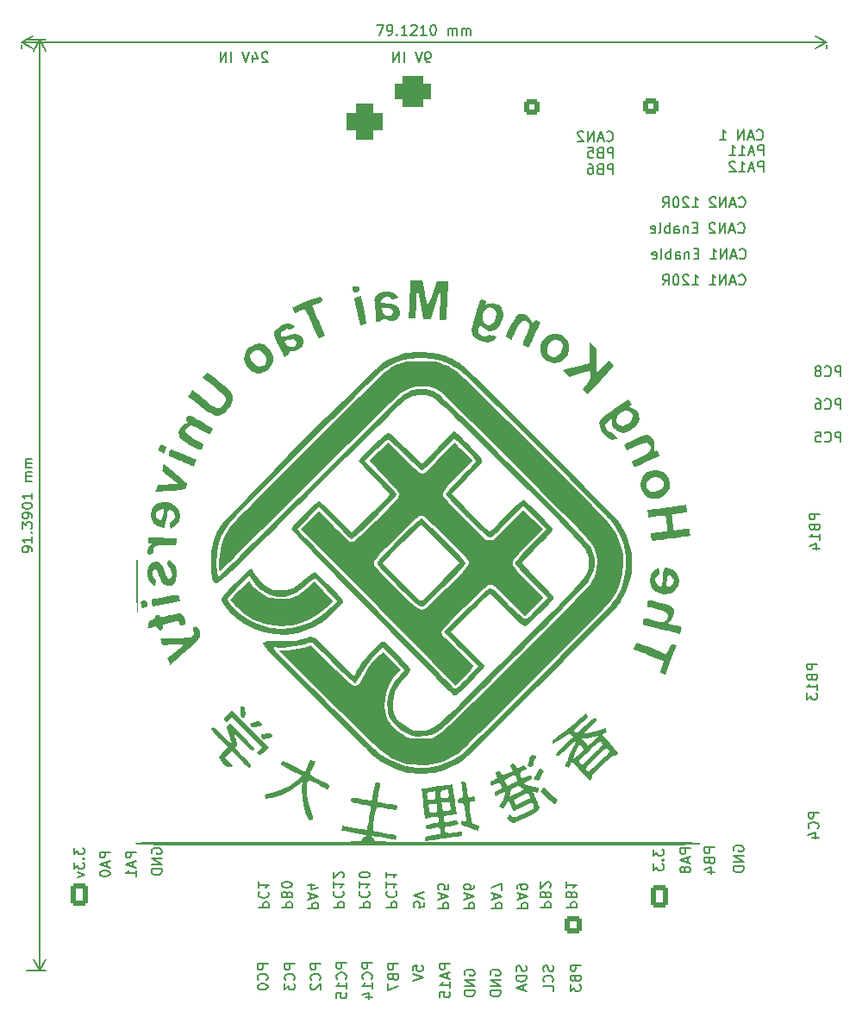
<source format=gbo>
G04 #@! TF.GenerationSoftware,KiCad,Pcbnew,6.0.4-6f826c9f35~116~ubuntu18.04.1*
G04 #@! TF.CreationDate,2022-04-20T12:00:40+08:00*
G04 #@! TF.ProjectId,Nucleo_F446Shield_v2,4e75636c-656f-45f4-9634-343653686965,rev?*
G04 #@! TF.SameCoordinates,Original*
G04 #@! TF.FileFunction,Legend,Bot*
G04 #@! TF.FilePolarity,Positive*
%FSLAX46Y46*%
G04 Gerber Fmt 4.6, Leading zero omitted, Abs format (unit mm)*
G04 Created by KiCad (PCBNEW 6.0.4-6f826c9f35~116~ubuntu18.04.1) date 2022-04-20 12:00:40*
%MOMM*%
%LPD*%
G01*
G04 APERTURE LIST*
G04 Aperture macros list*
%AMRoundRect*
0 Rectangle with rounded corners*
0 $1 Rounding radius*
0 $2 $3 $4 $5 $6 $7 $8 $9 X,Y pos of 4 corners*
0 Add a 4 corners polygon primitive as box body*
4,1,4,$2,$3,$4,$5,$6,$7,$8,$9,$2,$3,0*
0 Add four circle primitives for the rounded corners*
1,1,$1+$1,$2,$3*
1,1,$1+$1,$4,$5*
1,1,$1+$1,$6,$7*
1,1,$1+$1,$8,$9*
0 Add four rect primitives between the rounded corners*
20,1,$1+$1,$2,$3,$4,$5,0*
20,1,$1+$1,$4,$5,$6,$7,0*
20,1,$1+$1,$6,$7,$8,$9,0*
20,1,$1+$1,$8,$9,$2,$3,0*%
G04 Aperture macros list end*
%ADD10C,0.150000*%
%ADD11R,0.900000X1.800000*%
%ADD12C,4.500000*%
%ADD13R,3.500000X3.500000*%
%ADD14RoundRect,0.750000X-1.000000X0.750000X-1.000000X-0.750000X1.000000X-0.750000X1.000000X0.750000X0*%
%ADD15RoundRect,0.875000X-0.875000X0.875000X-0.875000X-0.875000X0.875000X-0.875000X0.875000X0.875000X0*%
%ADD16RoundRect,0.250000X-0.600000X0.600000X-0.600000X-0.600000X0.600000X-0.600000X0.600000X0.600000X0*%
%ADD17C,1.700000*%
%ADD18C,1.300000*%
%ADD19RoundRect,0.250000X0.600000X-0.850000X0.600000X0.850000X-0.600000X0.850000X-0.600000X-0.850000X0*%
%ADD20O,1.700000X2.200000*%
%ADD21C,3.000000*%
%ADD22RoundRect,0.250001X-0.499999X-0.499999X0.499999X-0.499999X0.499999X0.499999X-0.499999X0.499999X0*%
%ADD23C,1.500000*%
%ADD24R,1.530000X1.530000*%
%ADD25C,1.530000*%
%ADD26R,1.600000X1.600000*%
%ADD27O,1.600000X1.600000*%
G04 APERTURE END LIST*
D10*
X48451380Y-87175859D02*
X48451380Y-86985383D01*
X48403761Y-86890145D01*
X48356142Y-86842526D01*
X48213285Y-86747288D01*
X48022809Y-86699669D01*
X47641857Y-86699669D01*
X47546619Y-86747288D01*
X47499000Y-86794907D01*
X47451380Y-86890145D01*
X47451380Y-87080621D01*
X47499000Y-87175859D01*
X47546619Y-87223478D01*
X47641857Y-87271097D01*
X47879952Y-87271097D01*
X47975190Y-87223478D01*
X48022809Y-87175859D01*
X48070428Y-87080621D01*
X48070428Y-86890145D01*
X48022809Y-86794907D01*
X47975190Y-86747288D01*
X47879952Y-86699669D01*
X48451380Y-85747288D02*
X48451380Y-86318716D01*
X48451380Y-86033002D02*
X47451380Y-86033002D01*
X47594238Y-86128240D01*
X47689476Y-86223478D01*
X47737095Y-86318716D01*
X48356142Y-85318716D02*
X48403761Y-85271097D01*
X48451380Y-85318716D01*
X48403761Y-85366335D01*
X48356142Y-85318716D01*
X48451380Y-85318716D01*
X47451380Y-84937764D02*
X47451380Y-84318716D01*
X47832333Y-84652050D01*
X47832333Y-84509192D01*
X47879952Y-84413954D01*
X47927571Y-84366335D01*
X48022809Y-84318716D01*
X48260904Y-84318716D01*
X48356142Y-84366335D01*
X48403761Y-84413954D01*
X48451380Y-84509192D01*
X48451380Y-84794907D01*
X48403761Y-84890145D01*
X48356142Y-84937764D01*
X48451380Y-83842526D02*
X48451380Y-83652050D01*
X48403761Y-83556811D01*
X48356142Y-83509192D01*
X48213285Y-83413954D01*
X48022809Y-83366335D01*
X47641857Y-83366335D01*
X47546619Y-83413954D01*
X47499000Y-83461573D01*
X47451380Y-83556811D01*
X47451380Y-83747288D01*
X47499000Y-83842526D01*
X47546619Y-83890145D01*
X47641857Y-83937764D01*
X47879952Y-83937764D01*
X47975190Y-83890145D01*
X48022809Y-83842526D01*
X48070428Y-83747288D01*
X48070428Y-83556811D01*
X48022809Y-83461573D01*
X47975190Y-83413954D01*
X47879952Y-83366335D01*
X47451380Y-82747288D02*
X47451380Y-82652050D01*
X47499000Y-82556811D01*
X47546619Y-82509192D01*
X47641857Y-82461573D01*
X47832333Y-82413954D01*
X48070428Y-82413954D01*
X48260904Y-82461573D01*
X48356142Y-82509192D01*
X48403761Y-82556811D01*
X48451380Y-82652050D01*
X48451380Y-82747288D01*
X48403761Y-82842526D01*
X48356142Y-82890145D01*
X48260904Y-82937764D01*
X48070428Y-82985383D01*
X47832333Y-82985383D01*
X47641857Y-82937764D01*
X47546619Y-82890145D01*
X47499000Y-82842526D01*
X47451380Y-82747288D01*
X48451380Y-81461573D02*
X48451380Y-82033002D01*
X48451380Y-81747288D02*
X47451380Y-81747288D01*
X47594238Y-81842526D01*
X47689476Y-81937764D01*
X47737095Y-82033002D01*
X48451380Y-80271097D02*
X47784714Y-80271097D01*
X47879952Y-80271097D02*
X47832333Y-80223478D01*
X47784714Y-80128240D01*
X47784714Y-79985383D01*
X47832333Y-79890145D01*
X47927571Y-79842526D01*
X48451380Y-79842526D01*
X47927571Y-79842526D02*
X47832333Y-79794907D01*
X47784714Y-79699669D01*
X47784714Y-79556811D01*
X47832333Y-79461573D01*
X47927571Y-79413954D01*
X48451380Y-79413954D01*
X48451380Y-78937764D02*
X47784714Y-78937764D01*
X47879952Y-78937764D02*
X47832333Y-78890145D01*
X47784714Y-78794907D01*
X47784714Y-78652050D01*
X47832333Y-78556811D01*
X47927571Y-78509192D01*
X48451380Y-78509192D01*
X47927571Y-78509192D02*
X47832333Y-78461573D01*
X47784714Y-78366335D01*
X47784714Y-78223478D01*
X47832333Y-78128240D01*
X47927571Y-78080621D01*
X48451380Y-78080621D01*
X47871000Y-36957000D02*
X49735420Y-36957000D01*
X47871000Y-128347100D02*
X49735420Y-128347100D01*
X49149000Y-36957000D02*
X49149000Y-128347100D01*
X49149000Y-36957000D02*
X49149000Y-128347100D01*
X49149000Y-36957000D02*
X48562579Y-38083504D01*
X49149000Y-36957000D02*
X49735421Y-38083504D01*
X49149000Y-128347100D02*
X49735421Y-127220596D01*
X49149000Y-128347100D02*
X48562579Y-127220596D01*
X82264833Y-35513380D02*
X82931500Y-35513380D01*
X82502928Y-36513380D01*
X83360071Y-36513380D02*
X83550547Y-36513380D01*
X83645785Y-36465761D01*
X83693404Y-36418142D01*
X83788642Y-36275285D01*
X83836261Y-36084809D01*
X83836261Y-35703857D01*
X83788642Y-35608619D01*
X83741023Y-35561000D01*
X83645785Y-35513380D01*
X83455309Y-35513380D01*
X83360071Y-35561000D01*
X83312452Y-35608619D01*
X83264833Y-35703857D01*
X83264833Y-35941952D01*
X83312452Y-36037190D01*
X83360071Y-36084809D01*
X83455309Y-36132428D01*
X83645785Y-36132428D01*
X83741023Y-36084809D01*
X83788642Y-36037190D01*
X83836261Y-35941952D01*
X84264833Y-36418142D02*
X84312452Y-36465761D01*
X84264833Y-36513380D01*
X84217214Y-36465761D01*
X84264833Y-36418142D01*
X84264833Y-36513380D01*
X85264833Y-36513380D02*
X84693404Y-36513380D01*
X84979119Y-36513380D02*
X84979119Y-35513380D01*
X84883880Y-35656238D01*
X84788642Y-35751476D01*
X84693404Y-35799095D01*
X85645785Y-35608619D02*
X85693404Y-35561000D01*
X85788642Y-35513380D01*
X86026738Y-35513380D01*
X86121976Y-35561000D01*
X86169595Y-35608619D01*
X86217214Y-35703857D01*
X86217214Y-35799095D01*
X86169595Y-35941952D01*
X85598166Y-36513380D01*
X86217214Y-36513380D01*
X87169595Y-36513380D02*
X86598166Y-36513380D01*
X86883880Y-36513380D02*
X86883880Y-35513380D01*
X86788642Y-35656238D01*
X86693404Y-35751476D01*
X86598166Y-35799095D01*
X87788642Y-35513380D02*
X87883880Y-35513380D01*
X87979119Y-35561000D01*
X88026738Y-35608619D01*
X88074357Y-35703857D01*
X88121976Y-35894333D01*
X88121976Y-36132428D01*
X88074357Y-36322904D01*
X88026738Y-36418142D01*
X87979119Y-36465761D01*
X87883880Y-36513380D01*
X87788642Y-36513380D01*
X87693404Y-36465761D01*
X87645785Y-36418142D01*
X87598166Y-36322904D01*
X87550547Y-36132428D01*
X87550547Y-35894333D01*
X87598166Y-35703857D01*
X87645785Y-35608619D01*
X87693404Y-35561000D01*
X87788642Y-35513380D01*
X89312452Y-36513380D02*
X89312452Y-35846714D01*
X89312452Y-35941952D02*
X89360071Y-35894333D01*
X89455309Y-35846714D01*
X89598166Y-35846714D01*
X89693404Y-35894333D01*
X89741023Y-35989571D01*
X89741023Y-36513380D01*
X89741023Y-35989571D02*
X89788642Y-35894333D01*
X89883880Y-35846714D01*
X90026738Y-35846714D01*
X90121976Y-35894333D01*
X90169595Y-35989571D01*
X90169595Y-36513380D01*
X90645785Y-36513380D02*
X90645785Y-35846714D01*
X90645785Y-35941952D02*
X90693404Y-35894333D01*
X90788642Y-35846714D01*
X90931500Y-35846714D01*
X91026738Y-35894333D01*
X91074357Y-35989571D01*
X91074357Y-36513380D01*
X91074357Y-35989571D02*
X91121976Y-35894333D01*
X91217214Y-35846714D01*
X91360071Y-35846714D01*
X91455309Y-35894333D01*
X91502928Y-35989571D01*
X91502928Y-36513380D01*
X126492000Y-37457000D02*
X126492000Y-37797420D01*
X47371000Y-37457000D02*
X47371000Y-37797420D01*
X126492000Y-37211000D02*
X47371000Y-37211000D01*
X126492000Y-37211000D02*
X47371000Y-37211000D01*
X126492000Y-37211000D02*
X125365496Y-36624579D01*
X126492000Y-37211000D02*
X125365496Y-37797421D01*
X47371000Y-37211000D02*
X48497504Y-37797421D01*
X47371000Y-37211000D02*
X48497504Y-36624579D01*
X99591761Y-127841523D02*
X99639380Y-127984380D01*
X99639380Y-128222476D01*
X99591761Y-128317714D01*
X99544142Y-128365333D01*
X99448904Y-128412952D01*
X99353666Y-128412952D01*
X99258428Y-128365333D01*
X99210809Y-128317714D01*
X99163190Y-128222476D01*
X99115571Y-128032000D01*
X99067952Y-127936761D01*
X99020333Y-127889142D01*
X98925095Y-127841523D01*
X98829857Y-127841523D01*
X98734619Y-127889142D01*
X98687000Y-127936761D01*
X98639380Y-128032000D01*
X98639380Y-128270095D01*
X98687000Y-128412952D01*
X99544142Y-129412952D02*
X99591761Y-129365333D01*
X99639380Y-129222476D01*
X99639380Y-129127238D01*
X99591761Y-128984380D01*
X99496523Y-128889142D01*
X99401285Y-128841523D01*
X99210809Y-128793904D01*
X99067952Y-128793904D01*
X98877476Y-128841523D01*
X98782238Y-128889142D01*
X98687000Y-128984380D01*
X98639380Y-129127238D01*
X98639380Y-129222476D01*
X98687000Y-129365333D01*
X98734619Y-129412952D01*
X99639380Y-130317714D02*
X99639380Y-129841523D01*
X98639380Y-129841523D01*
X89479380Y-127643142D02*
X88479380Y-127643142D01*
X88479380Y-128024095D01*
X88527000Y-128119333D01*
X88574619Y-128166952D01*
X88669857Y-128214571D01*
X88812714Y-128214571D01*
X88907952Y-128166952D01*
X88955571Y-128119333D01*
X89003190Y-128024095D01*
X89003190Y-127643142D01*
X89193666Y-128595523D02*
X89193666Y-129071714D01*
X89479380Y-128500285D02*
X88479380Y-128833619D01*
X89479380Y-129166952D01*
X89479380Y-130024095D02*
X89479380Y-129452666D01*
X89479380Y-129738380D02*
X88479380Y-129738380D01*
X88622238Y-129643142D01*
X88717476Y-129547904D01*
X88765095Y-129452666D01*
X88479380Y-130928857D02*
X88479380Y-130452666D01*
X88955571Y-130405047D01*
X88907952Y-130452666D01*
X88860333Y-130547904D01*
X88860333Y-130786000D01*
X88907952Y-130881238D01*
X88955571Y-130928857D01*
X89050809Y-130976476D01*
X89288904Y-130976476D01*
X89384142Y-130928857D01*
X89431761Y-130881238D01*
X89479380Y-130786000D01*
X89479380Y-130547904D01*
X89431761Y-130452666D01*
X89384142Y-130405047D01*
X117855571Y-53316142D02*
X117903190Y-53363761D01*
X118046047Y-53411380D01*
X118141285Y-53411380D01*
X118284142Y-53363761D01*
X118379380Y-53268523D01*
X118427000Y-53173285D01*
X118474619Y-52982809D01*
X118474619Y-52839952D01*
X118427000Y-52649476D01*
X118379380Y-52554238D01*
X118284142Y-52459000D01*
X118141285Y-52411380D01*
X118046047Y-52411380D01*
X117903190Y-52459000D01*
X117855571Y-52506619D01*
X117474619Y-53125666D02*
X116998428Y-53125666D01*
X117569857Y-53411380D02*
X117236523Y-52411380D01*
X116903190Y-53411380D01*
X116569857Y-53411380D02*
X116569857Y-52411380D01*
X115998428Y-53411380D01*
X115998428Y-52411380D01*
X115569857Y-52506619D02*
X115522238Y-52459000D01*
X115427000Y-52411380D01*
X115188904Y-52411380D01*
X115093666Y-52459000D01*
X115046047Y-52506619D01*
X114998428Y-52601857D01*
X114998428Y-52697095D01*
X115046047Y-52839952D01*
X115617476Y-53411380D01*
X114998428Y-53411380D01*
X113284142Y-53411380D02*
X113855571Y-53411380D01*
X113569857Y-53411380D02*
X113569857Y-52411380D01*
X113665095Y-52554238D01*
X113760333Y-52649476D01*
X113855571Y-52697095D01*
X112903190Y-52506619D02*
X112855571Y-52459000D01*
X112760333Y-52411380D01*
X112522238Y-52411380D01*
X112427000Y-52459000D01*
X112379380Y-52506619D01*
X112331761Y-52601857D01*
X112331761Y-52697095D01*
X112379380Y-52839952D01*
X112950809Y-53411380D01*
X112331761Y-53411380D01*
X111712714Y-52411380D02*
X111617476Y-52411380D01*
X111522238Y-52459000D01*
X111474619Y-52506619D01*
X111427000Y-52601857D01*
X111379380Y-52792333D01*
X111379380Y-53030428D01*
X111427000Y-53220904D01*
X111474619Y-53316142D01*
X111522238Y-53363761D01*
X111617476Y-53411380D01*
X111712714Y-53411380D01*
X111807952Y-53363761D01*
X111855571Y-53316142D01*
X111903190Y-53220904D01*
X111950809Y-53030428D01*
X111950809Y-52792333D01*
X111903190Y-52601857D01*
X111855571Y-52506619D01*
X111807952Y-52459000D01*
X111712714Y-52411380D01*
X110379380Y-53411380D02*
X110712714Y-52935190D01*
X110950809Y-53411380D02*
X110950809Y-52411380D01*
X110569857Y-52411380D01*
X110474619Y-52459000D01*
X110427000Y-52506619D01*
X110379380Y-52601857D01*
X110379380Y-52744714D01*
X110427000Y-52839952D01*
X110474619Y-52887571D01*
X110569857Y-52935190D01*
X110950809Y-52935190D01*
X81859380Y-127571714D02*
X80859380Y-127571714D01*
X80859380Y-127952666D01*
X80907000Y-128047904D01*
X80954619Y-128095523D01*
X81049857Y-128143142D01*
X81192714Y-128143142D01*
X81287952Y-128095523D01*
X81335571Y-128047904D01*
X81383190Y-127952666D01*
X81383190Y-127571714D01*
X81764142Y-129143142D02*
X81811761Y-129095523D01*
X81859380Y-128952666D01*
X81859380Y-128857428D01*
X81811761Y-128714571D01*
X81716523Y-128619333D01*
X81621285Y-128571714D01*
X81430809Y-128524095D01*
X81287952Y-128524095D01*
X81097476Y-128571714D01*
X81002238Y-128619333D01*
X80907000Y-128714571D01*
X80859380Y-128857428D01*
X80859380Y-128952666D01*
X80907000Y-129095523D01*
X80954619Y-129143142D01*
X81859380Y-130095523D02*
X81859380Y-129524095D01*
X81859380Y-129809809D02*
X80859380Y-129809809D01*
X81002238Y-129714571D01*
X81097476Y-129619333D01*
X81145095Y-129524095D01*
X81192714Y-130952666D02*
X81859380Y-130952666D01*
X80811761Y-130714571D02*
X81526047Y-130476476D01*
X81526047Y-131095523D01*
X125801380Y-83502714D02*
X124801380Y-83502714D01*
X124801380Y-83883666D01*
X124849000Y-83978904D01*
X124896619Y-84026523D01*
X124991857Y-84074142D01*
X125134714Y-84074142D01*
X125229952Y-84026523D01*
X125277571Y-83978904D01*
X125325190Y-83883666D01*
X125325190Y-83502714D01*
X125277571Y-84836047D02*
X125325190Y-84978904D01*
X125372809Y-85026523D01*
X125468047Y-85074142D01*
X125610904Y-85074142D01*
X125706142Y-85026523D01*
X125753761Y-84978904D01*
X125801380Y-84883666D01*
X125801380Y-84502714D01*
X124801380Y-84502714D01*
X124801380Y-84836047D01*
X124849000Y-84931285D01*
X124896619Y-84978904D01*
X124991857Y-85026523D01*
X125087095Y-85026523D01*
X125182333Y-84978904D01*
X125229952Y-84931285D01*
X125277571Y-84836047D01*
X125277571Y-84502714D01*
X125801380Y-86026523D02*
X125801380Y-85455095D01*
X125801380Y-85740809D02*
X124801380Y-85740809D01*
X124944238Y-85645571D01*
X125039476Y-85550333D01*
X125087095Y-85455095D01*
X125134714Y-86883666D02*
X125801380Y-86883666D01*
X124753761Y-86645571D02*
X125468047Y-86407476D01*
X125468047Y-87026523D01*
X83240619Y-122110285D02*
X84240619Y-122110285D01*
X84240619Y-121729333D01*
X84193000Y-121634095D01*
X84145380Y-121586476D01*
X84050142Y-121538857D01*
X83907285Y-121538857D01*
X83812047Y-121586476D01*
X83764428Y-121634095D01*
X83716809Y-121729333D01*
X83716809Y-122110285D01*
X83335857Y-120538857D02*
X83288238Y-120586476D01*
X83240619Y-120729333D01*
X83240619Y-120824571D01*
X83288238Y-120967428D01*
X83383476Y-121062666D01*
X83478714Y-121110285D01*
X83669190Y-121157904D01*
X83812047Y-121157904D01*
X84002523Y-121110285D01*
X84097761Y-121062666D01*
X84193000Y-120967428D01*
X84240619Y-120824571D01*
X84240619Y-120729333D01*
X84193000Y-120586476D01*
X84145380Y-120538857D01*
X83240619Y-119586476D02*
X83240619Y-120157904D01*
X83240619Y-119872190D02*
X84240619Y-119872190D01*
X84097761Y-119967428D01*
X84002523Y-120062666D01*
X83954904Y-120157904D01*
X83240619Y-118634095D02*
X83240619Y-119205523D01*
X83240619Y-118919809D02*
X84240619Y-118919809D01*
X84097761Y-119015047D01*
X84002523Y-119110285D01*
X83954904Y-119205523D01*
X60206000Y-116840095D02*
X60158380Y-116744857D01*
X60158380Y-116602000D01*
X60206000Y-116459142D01*
X60301238Y-116363904D01*
X60396476Y-116316285D01*
X60586952Y-116268666D01*
X60729809Y-116268666D01*
X60920285Y-116316285D01*
X61015523Y-116363904D01*
X61110761Y-116459142D01*
X61158380Y-116602000D01*
X61158380Y-116697238D01*
X61110761Y-116840095D01*
X61063142Y-116887714D01*
X60729809Y-116887714D01*
X60729809Y-116697238D01*
X61158380Y-117316285D02*
X60158380Y-117316285D01*
X61158380Y-117887714D01*
X60158380Y-117887714D01*
X61158380Y-118363904D02*
X60158380Y-118363904D01*
X60158380Y-118602000D01*
X60206000Y-118744857D01*
X60301238Y-118840095D01*
X60396476Y-118887714D01*
X60586952Y-118935333D01*
X60729809Y-118935333D01*
X60920285Y-118887714D01*
X61015523Y-118840095D01*
X61110761Y-118744857D01*
X61158380Y-118602000D01*
X61158380Y-118363904D01*
X93480000Y-128778095D02*
X93432380Y-128682857D01*
X93432380Y-128540000D01*
X93480000Y-128397142D01*
X93575238Y-128301904D01*
X93670476Y-128254285D01*
X93860952Y-128206666D01*
X94003809Y-128206666D01*
X94194285Y-128254285D01*
X94289523Y-128301904D01*
X94384761Y-128397142D01*
X94432380Y-128540000D01*
X94432380Y-128635238D01*
X94384761Y-128778095D01*
X94337142Y-128825714D01*
X94003809Y-128825714D01*
X94003809Y-128635238D01*
X94432380Y-129254285D02*
X93432380Y-129254285D01*
X94432380Y-129825714D01*
X93432380Y-129825714D01*
X94432380Y-130301904D02*
X93432380Y-130301904D01*
X93432380Y-130540000D01*
X93480000Y-130682857D01*
X93575238Y-130778095D01*
X93670476Y-130825714D01*
X93860952Y-130873333D01*
X94003809Y-130873333D01*
X94194285Y-130825714D01*
X94289523Y-130778095D01*
X94384761Y-130682857D01*
X94432380Y-130540000D01*
X94432380Y-130301904D01*
X90940000Y-128778095D02*
X90892380Y-128682857D01*
X90892380Y-128540000D01*
X90940000Y-128397142D01*
X91035238Y-128301904D01*
X91130476Y-128254285D01*
X91320952Y-128206666D01*
X91463809Y-128206666D01*
X91654285Y-128254285D01*
X91749523Y-128301904D01*
X91844761Y-128397142D01*
X91892380Y-128540000D01*
X91892380Y-128635238D01*
X91844761Y-128778095D01*
X91797142Y-128825714D01*
X91463809Y-128825714D01*
X91463809Y-128635238D01*
X91892380Y-129254285D02*
X90892380Y-129254285D01*
X91892380Y-129825714D01*
X90892380Y-129825714D01*
X91892380Y-130301904D02*
X90892380Y-130301904D01*
X90892380Y-130540000D01*
X90940000Y-130682857D01*
X91035238Y-130778095D01*
X91130476Y-130825714D01*
X91320952Y-130873333D01*
X91463809Y-130873333D01*
X91654285Y-130825714D01*
X91749523Y-130778095D01*
X91844761Y-130682857D01*
X91892380Y-130540000D01*
X91892380Y-130301904D01*
X90860619Y-122197666D02*
X91860619Y-122197666D01*
X91860619Y-121816714D01*
X91813000Y-121721476D01*
X91765380Y-121673857D01*
X91670142Y-121626238D01*
X91527285Y-121626238D01*
X91432047Y-121673857D01*
X91384428Y-121721476D01*
X91336809Y-121816714D01*
X91336809Y-122197666D01*
X91146333Y-121245285D02*
X91146333Y-120769095D01*
X90860619Y-121340523D02*
X91860619Y-121007190D01*
X90860619Y-120673857D01*
X91860619Y-119911952D02*
X91860619Y-120102428D01*
X91813000Y-120197666D01*
X91765380Y-120245285D01*
X91622523Y-120340523D01*
X91432047Y-120388142D01*
X91051095Y-120388142D01*
X90955857Y-120340523D01*
X90908238Y-120292904D01*
X90860619Y-120197666D01*
X90860619Y-120007190D01*
X90908238Y-119911952D01*
X90955857Y-119864333D01*
X91051095Y-119816714D01*
X91289190Y-119816714D01*
X91384428Y-119864333D01*
X91432047Y-119911952D01*
X91479666Y-120007190D01*
X91479666Y-120197666D01*
X91432047Y-120292904D01*
X91384428Y-120340523D01*
X91289190Y-120388142D01*
X74239380Y-127666904D02*
X73239380Y-127666904D01*
X73239380Y-128047857D01*
X73287000Y-128143095D01*
X73334619Y-128190714D01*
X73429857Y-128238333D01*
X73572714Y-128238333D01*
X73667952Y-128190714D01*
X73715571Y-128143095D01*
X73763190Y-128047857D01*
X73763190Y-127666904D01*
X74144142Y-129238333D02*
X74191761Y-129190714D01*
X74239380Y-129047857D01*
X74239380Y-128952619D01*
X74191761Y-128809761D01*
X74096523Y-128714523D01*
X74001285Y-128666904D01*
X73810809Y-128619285D01*
X73667952Y-128619285D01*
X73477476Y-128666904D01*
X73382238Y-128714523D01*
X73287000Y-128809761D01*
X73239380Y-128952619D01*
X73239380Y-129047857D01*
X73287000Y-129190714D01*
X73334619Y-129238333D01*
X73239380Y-129571666D02*
X73239380Y-130190714D01*
X73620333Y-129857380D01*
X73620333Y-130000238D01*
X73667952Y-130095476D01*
X73715571Y-130143095D01*
X73810809Y-130190714D01*
X74048904Y-130190714D01*
X74144142Y-130143095D01*
X74191761Y-130095476D01*
X74239380Y-130000238D01*
X74239380Y-129714523D01*
X74191761Y-129619285D01*
X74144142Y-129571666D01*
X79319380Y-127571714D02*
X78319380Y-127571714D01*
X78319380Y-127952666D01*
X78367000Y-128047904D01*
X78414619Y-128095523D01*
X78509857Y-128143142D01*
X78652714Y-128143142D01*
X78747952Y-128095523D01*
X78795571Y-128047904D01*
X78843190Y-127952666D01*
X78843190Y-127571714D01*
X79224142Y-129143142D02*
X79271761Y-129095523D01*
X79319380Y-128952666D01*
X79319380Y-128857428D01*
X79271761Y-128714571D01*
X79176523Y-128619333D01*
X79081285Y-128571714D01*
X78890809Y-128524095D01*
X78747952Y-128524095D01*
X78557476Y-128571714D01*
X78462238Y-128619333D01*
X78367000Y-128714571D01*
X78319380Y-128857428D01*
X78319380Y-128952666D01*
X78367000Y-129095523D01*
X78414619Y-129143142D01*
X79319380Y-130095523D02*
X79319380Y-129524095D01*
X79319380Y-129809809D02*
X78319380Y-129809809D01*
X78462238Y-129714571D01*
X78557476Y-129619333D01*
X78605095Y-129524095D01*
X78319380Y-131000285D02*
X78319380Y-130524095D01*
X78795571Y-130476476D01*
X78747952Y-130524095D01*
X78700333Y-130619333D01*
X78700333Y-130857428D01*
X78747952Y-130952666D01*
X78795571Y-131000285D01*
X78890809Y-131047904D01*
X79128904Y-131047904D01*
X79224142Y-131000285D01*
X79271761Y-130952666D01*
X79319380Y-130857428D01*
X79319380Y-130619333D01*
X79271761Y-130524095D01*
X79224142Y-130476476D01*
X80573619Y-122110285D02*
X81573619Y-122110285D01*
X81573619Y-121729333D01*
X81526000Y-121634095D01*
X81478380Y-121586476D01*
X81383142Y-121538857D01*
X81240285Y-121538857D01*
X81145047Y-121586476D01*
X81097428Y-121634095D01*
X81049809Y-121729333D01*
X81049809Y-122110285D01*
X80668857Y-120538857D02*
X80621238Y-120586476D01*
X80573619Y-120729333D01*
X80573619Y-120824571D01*
X80621238Y-120967428D01*
X80716476Y-121062666D01*
X80811714Y-121110285D01*
X81002190Y-121157904D01*
X81145047Y-121157904D01*
X81335523Y-121110285D01*
X81430761Y-121062666D01*
X81526000Y-120967428D01*
X81573619Y-120824571D01*
X81573619Y-120729333D01*
X81526000Y-120586476D01*
X81478380Y-120538857D01*
X80573619Y-119586476D02*
X80573619Y-120157904D01*
X80573619Y-119872190D02*
X81573619Y-119872190D01*
X81430761Y-119967428D01*
X81335523Y-120062666D01*
X81287904Y-120157904D01*
X81573619Y-118967428D02*
X81573619Y-118872190D01*
X81526000Y-118776952D01*
X81478380Y-118729333D01*
X81383142Y-118681714D01*
X81192666Y-118634095D01*
X80954571Y-118634095D01*
X80764095Y-118681714D01*
X80668857Y-118729333D01*
X80621238Y-118776952D01*
X80573619Y-118872190D01*
X80573619Y-118967428D01*
X80621238Y-119062666D01*
X80668857Y-119110285D01*
X80764095Y-119157904D01*
X80954571Y-119205523D01*
X81192666Y-119205523D01*
X81383142Y-119157904D01*
X81478380Y-119110285D01*
X81526000Y-119062666D01*
X81573619Y-118967428D01*
X96924761Y-127817714D02*
X96972380Y-127960571D01*
X96972380Y-128198666D01*
X96924761Y-128293904D01*
X96877142Y-128341523D01*
X96781904Y-128389142D01*
X96686666Y-128389142D01*
X96591428Y-128341523D01*
X96543809Y-128293904D01*
X96496190Y-128198666D01*
X96448571Y-128008190D01*
X96400952Y-127912952D01*
X96353333Y-127865333D01*
X96258095Y-127817714D01*
X96162857Y-127817714D01*
X96067619Y-127865333D01*
X96020000Y-127912952D01*
X95972380Y-128008190D01*
X95972380Y-128246285D01*
X96020000Y-128389142D01*
X96972380Y-128817714D02*
X95972380Y-128817714D01*
X95972380Y-129055809D01*
X96020000Y-129198666D01*
X96115238Y-129293904D01*
X96210476Y-129341523D01*
X96400952Y-129389142D01*
X96543809Y-129389142D01*
X96734285Y-129341523D01*
X96829523Y-129293904D01*
X96924761Y-129198666D01*
X96972380Y-129055809D01*
X96972380Y-128817714D01*
X96686666Y-129770095D02*
X96686666Y-130246285D01*
X96972380Y-129674857D02*
X95972380Y-130008190D01*
X96972380Y-130341523D01*
X78033619Y-122110285D02*
X79033619Y-122110285D01*
X79033619Y-121729333D01*
X78986000Y-121634095D01*
X78938380Y-121586476D01*
X78843142Y-121538857D01*
X78700285Y-121538857D01*
X78605047Y-121586476D01*
X78557428Y-121634095D01*
X78509809Y-121729333D01*
X78509809Y-122110285D01*
X78128857Y-120538857D02*
X78081238Y-120586476D01*
X78033619Y-120729333D01*
X78033619Y-120824571D01*
X78081238Y-120967428D01*
X78176476Y-121062666D01*
X78271714Y-121110285D01*
X78462190Y-121157904D01*
X78605047Y-121157904D01*
X78795523Y-121110285D01*
X78890761Y-121062666D01*
X78986000Y-120967428D01*
X79033619Y-120824571D01*
X79033619Y-120729333D01*
X78986000Y-120586476D01*
X78938380Y-120538857D01*
X78033619Y-119586476D02*
X78033619Y-120157904D01*
X78033619Y-119872190D02*
X79033619Y-119872190D01*
X78890761Y-119967428D01*
X78795523Y-120062666D01*
X78747904Y-120157904D01*
X78938380Y-119205523D02*
X78986000Y-119157904D01*
X79033619Y-119062666D01*
X79033619Y-118824571D01*
X78986000Y-118729333D01*
X78938380Y-118681714D01*
X78843142Y-118634095D01*
X78747904Y-118634095D01*
X78605047Y-118681714D01*
X78033619Y-119253142D01*
X78033619Y-118634095D01*
X117919000Y-58396142D02*
X117966619Y-58443761D01*
X118109476Y-58491380D01*
X118204714Y-58491380D01*
X118347571Y-58443761D01*
X118442809Y-58348523D01*
X118490428Y-58253285D01*
X118538047Y-58062809D01*
X118538047Y-57919952D01*
X118490428Y-57729476D01*
X118442809Y-57634238D01*
X118347571Y-57539000D01*
X118204714Y-57491380D01*
X118109476Y-57491380D01*
X117966619Y-57539000D01*
X117919000Y-57586619D01*
X117538047Y-58205666D02*
X117061857Y-58205666D01*
X117633285Y-58491380D02*
X117299952Y-57491380D01*
X116966619Y-58491380D01*
X116633285Y-58491380D02*
X116633285Y-57491380D01*
X116061857Y-58491380D01*
X116061857Y-57491380D01*
X115061857Y-58491380D02*
X115633285Y-58491380D01*
X115347571Y-58491380D02*
X115347571Y-57491380D01*
X115442809Y-57634238D01*
X115538047Y-57729476D01*
X115633285Y-57777095D01*
X113871380Y-57967571D02*
X113538047Y-57967571D01*
X113395190Y-58491380D02*
X113871380Y-58491380D01*
X113871380Y-57491380D01*
X113395190Y-57491380D01*
X112966619Y-57824714D02*
X112966619Y-58491380D01*
X112966619Y-57919952D02*
X112919000Y-57872333D01*
X112823761Y-57824714D01*
X112680904Y-57824714D01*
X112585666Y-57872333D01*
X112538047Y-57967571D01*
X112538047Y-58491380D01*
X111633285Y-58491380D02*
X111633285Y-57967571D01*
X111680904Y-57872333D01*
X111776142Y-57824714D01*
X111966619Y-57824714D01*
X112061857Y-57872333D01*
X111633285Y-58443761D02*
X111728523Y-58491380D01*
X111966619Y-58491380D01*
X112061857Y-58443761D01*
X112109476Y-58348523D01*
X112109476Y-58253285D01*
X112061857Y-58158047D01*
X111966619Y-58110428D01*
X111728523Y-58110428D01*
X111633285Y-58062809D01*
X111157095Y-58491380D02*
X111157095Y-57491380D01*
X111157095Y-57872333D02*
X111061857Y-57824714D01*
X110871380Y-57824714D01*
X110776142Y-57872333D01*
X110728523Y-57919952D01*
X110680904Y-58015190D01*
X110680904Y-58300904D01*
X110728523Y-58396142D01*
X110776142Y-58443761D01*
X110871380Y-58491380D01*
X111061857Y-58491380D01*
X111157095Y-58443761D01*
X110109476Y-58491380D02*
X110204714Y-58443761D01*
X110252333Y-58348523D01*
X110252333Y-57491380D01*
X109347571Y-58443761D02*
X109442809Y-58491380D01*
X109633285Y-58491380D01*
X109728523Y-58443761D01*
X109776142Y-58348523D01*
X109776142Y-57967571D01*
X109728523Y-57872333D01*
X109633285Y-57824714D01*
X109442809Y-57824714D01*
X109347571Y-57872333D01*
X109299952Y-57967571D01*
X109299952Y-58062809D01*
X109776142Y-58158047D01*
X125674380Y-112807904D02*
X124674380Y-112807904D01*
X124674380Y-113188857D01*
X124722000Y-113284095D01*
X124769619Y-113331714D01*
X124864857Y-113379333D01*
X125007714Y-113379333D01*
X125102952Y-113331714D01*
X125150571Y-113284095D01*
X125198190Y-113188857D01*
X125198190Y-112807904D01*
X125579142Y-114379333D02*
X125626761Y-114331714D01*
X125674380Y-114188857D01*
X125674380Y-114093619D01*
X125626761Y-113950761D01*
X125531523Y-113855523D01*
X125436285Y-113807904D01*
X125245809Y-113760285D01*
X125102952Y-113760285D01*
X124912476Y-113807904D01*
X124817238Y-113855523D01*
X124722000Y-113950761D01*
X124674380Y-114093619D01*
X124674380Y-114188857D01*
X124722000Y-114331714D01*
X124769619Y-114379333D01*
X125007714Y-115236476D02*
X125674380Y-115236476D01*
X124626761Y-114998380D02*
X125341047Y-114760285D01*
X125341047Y-115379333D01*
X75493619Y-122197666D02*
X76493619Y-122197666D01*
X76493619Y-121816714D01*
X76446000Y-121721476D01*
X76398380Y-121673857D01*
X76303142Y-121626238D01*
X76160285Y-121626238D01*
X76065047Y-121673857D01*
X76017428Y-121721476D01*
X75969809Y-121816714D01*
X75969809Y-122197666D01*
X75779333Y-121245285D02*
X75779333Y-120769095D01*
X75493619Y-121340523D02*
X76493619Y-121007190D01*
X75493619Y-120673857D01*
X76160285Y-119911952D02*
X75493619Y-119911952D01*
X76541238Y-120150047D02*
X75826952Y-120388142D01*
X75826952Y-119769095D01*
X96067619Y-122197666D02*
X97067619Y-122197666D01*
X97067619Y-121816714D01*
X97020000Y-121721476D01*
X96972380Y-121673857D01*
X96877142Y-121626238D01*
X96734285Y-121626238D01*
X96639047Y-121673857D01*
X96591428Y-121721476D01*
X96543809Y-121816714D01*
X96543809Y-122197666D01*
X96353333Y-121245285D02*
X96353333Y-120769095D01*
X96067619Y-121340523D02*
X97067619Y-121007190D01*
X96067619Y-120673857D01*
X96067619Y-120292904D02*
X96067619Y-120102428D01*
X96115238Y-120007190D01*
X96162857Y-119959571D01*
X96305714Y-119864333D01*
X96496190Y-119816714D01*
X96877142Y-119816714D01*
X96972380Y-119864333D01*
X97020000Y-119911952D01*
X97067619Y-120007190D01*
X97067619Y-120197666D01*
X97020000Y-120292904D01*
X96972380Y-120340523D01*
X96877142Y-120388142D01*
X96639047Y-120388142D01*
X96543809Y-120340523D01*
X96496190Y-120292904D01*
X96448571Y-120197666D01*
X96448571Y-120007190D01*
X96496190Y-119911952D01*
X96543809Y-119864333D01*
X96639047Y-119816714D01*
X109434380Y-116427380D02*
X109434380Y-117046428D01*
X109815333Y-116713095D01*
X109815333Y-116855952D01*
X109862952Y-116951190D01*
X109910571Y-116998809D01*
X110005809Y-117046428D01*
X110243904Y-117046428D01*
X110339142Y-116998809D01*
X110386761Y-116951190D01*
X110434380Y-116855952D01*
X110434380Y-116570238D01*
X110386761Y-116475000D01*
X110339142Y-116427380D01*
X110339142Y-117475000D02*
X110386761Y-117522619D01*
X110434380Y-117475000D01*
X110386761Y-117427380D01*
X110339142Y-117475000D01*
X110434380Y-117475000D01*
X109434380Y-117855952D02*
X109434380Y-118475000D01*
X109815333Y-118141666D01*
X109815333Y-118284523D01*
X109862952Y-118379761D01*
X109910571Y-118427380D01*
X110005809Y-118475000D01*
X110243904Y-118475000D01*
X110339142Y-118427380D01*
X110386761Y-118379761D01*
X110434380Y-118284523D01*
X110434380Y-117998809D01*
X110386761Y-117903571D01*
X110339142Y-117855952D01*
X84399380Y-127666904D02*
X83399380Y-127666904D01*
X83399380Y-128047857D01*
X83447000Y-128143095D01*
X83494619Y-128190714D01*
X83589857Y-128238333D01*
X83732714Y-128238333D01*
X83827952Y-128190714D01*
X83875571Y-128143095D01*
X83923190Y-128047857D01*
X83923190Y-127666904D01*
X83875571Y-129000238D02*
X83923190Y-129143095D01*
X83970809Y-129190714D01*
X84066047Y-129238333D01*
X84208904Y-129238333D01*
X84304142Y-129190714D01*
X84351761Y-129143095D01*
X84399380Y-129047857D01*
X84399380Y-128666904D01*
X83399380Y-128666904D01*
X83399380Y-129000238D01*
X83447000Y-129095476D01*
X83494619Y-129143095D01*
X83589857Y-129190714D01*
X83685095Y-129190714D01*
X83780333Y-129143095D01*
X83827952Y-129095476D01*
X83875571Y-129000238D01*
X83875571Y-128666904D01*
X83399380Y-129571666D02*
X83399380Y-130238333D01*
X84399380Y-129809761D01*
X93527619Y-122197666D02*
X94527619Y-122197666D01*
X94527619Y-121816714D01*
X94480000Y-121721476D01*
X94432380Y-121673857D01*
X94337142Y-121626238D01*
X94194285Y-121626238D01*
X94099047Y-121673857D01*
X94051428Y-121721476D01*
X94003809Y-121816714D01*
X94003809Y-122197666D01*
X93813333Y-121245285D02*
X93813333Y-120769095D01*
X93527619Y-121340523D02*
X94527619Y-121007190D01*
X93527619Y-120673857D01*
X94527619Y-120435761D02*
X94527619Y-119769095D01*
X93527619Y-120197666D01*
X85812380Y-128333523D02*
X85812380Y-127857333D01*
X86288571Y-127809714D01*
X86240952Y-127857333D01*
X86193333Y-127952571D01*
X86193333Y-128190666D01*
X86240952Y-128285904D01*
X86288571Y-128333523D01*
X86383809Y-128381142D01*
X86621904Y-128381142D01*
X86717142Y-128333523D01*
X86764761Y-128285904D01*
X86812380Y-128190666D01*
X86812380Y-127952571D01*
X86764761Y-127857333D01*
X86717142Y-127809714D01*
X85812380Y-128666857D02*
X86812380Y-129000190D01*
X85812380Y-129333523D01*
X119610000Y-46712142D02*
X119657619Y-46759761D01*
X119800476Y-46807380D01*
X119895714Y-46807380D01*
X120038571Y-46759761D01*
X120133809Y-46664523D01*
X120181428Y-46569285D01*
X120229047Y-46378809D01*
X120229047Y-46235952D01*
X120181428Y-46045476D01*
X120133809Y-45950238D01*
X120038571Y-45855000D01*
X119895714Y-45807380D01*
X119800476Y-45807380D01*
X119657619Y-45855000D01*
X119610000Y-45902619D01*
X119229047Y-46521666D02*
X118752857Y-46521666D01*
X119324285Y-46807380D02*
X118990952Y-45807380D01*
X118657619Y-46807380D01*
X118324285Y-46807380D02*
X118324285Y-45807380D01*
X117752857Y-46807380D01*
X117752857Y-45807380D01*
X115990952Y-46807380D02*
X116562380Y-46807380D01*
X116276666Y-46807380D02*
X116276666Y-45807380D01*
X116371904Y-45950238D01*
X116467142Y-46045476D01*
X116562380Y-46093095D01*
X56078380Y-116689333D02*
X55078380Y-116689333D01*
X55078380Y-117070285D01*
X55126000Y-117165523D01*
X55173619Y-117213142D01*
X55268857Y-117260761D01*
X55411714Y-117260761D01*
X55506952Y-117213142D01*
X55554571Y-117165523D01*
X55602190Y-117070285D01*
X55602190Y-116689333D01*
X55792666Y-117641714D02*
X55792666Y-118117904D01*
X56078380Y-117546476D02*
X55078380Y-117879809D01*
X56078380Y-118213142D01*
X55078380Y-118736952D02*
X55078380Y-118832190D01*
X55126000Y-118927428D01*
X55173619Y-118975047D01*
X55268857Y-119022666D01*
X55459333Y-119070285D01*
X55697428Y-119070285D01*
X55887904Y-119022666D01*
X55983142Y-118975047D01*
X56030761Y-118927428D01*
X56078380Y-118832190D01*
X56078380Y-118736952D01*
X56030761Y-118641714D01*
X55983142Y-118594095D01*
X55887904Y-118546476D01*
X55697428Y-118498857D01*
X55459333Y-118498857D01*
X55268857Y-118546476D01*
X55173619Y-118594095D01*
X55126000Y-118641714D01*
X55078380Y-118736952D01*
X88320619Y-122197666D02*
X89320619Y-122197666D01*
X89320619Y-121816714D01*
X89273000Y-121721476D01*
X89225380Y-121673857D01*
X89130142Y-121626238D01*
X88987285Y-121626238D01*
X88892047Y-121673857D01*
X88844428Y-121721476D01*
X88796809Y-121816714D01*
X88796809Y-122197666D01*
X88606333Y-121245285D02*
X88606333Y-120769095D01*
X88320619Y-121340523D02*
X89320619Y-121007190D01*
X88320619Y-120673857D01*
X89320619Y-119864333D02*
X89320619Y-120340523D01*
X88844428Y-120388142D01*
X88892047Y-120340523D01*
X88939666Y-120245285D01*
X88939666Y-120007190D01*
X88892047Y-119911952D01*
X88844428Y-119864333D01*
X88749190Y-119816714D01*
X88511095Y-119816714D01*
X88415857Y-119864333D01*
X88368238Y-119911952D01*
X88320619Y-120007190D01*
X88320619Y-120245285D01*
X88368238Y-120340523D01*
X88415857Y-120388142D01*
X125547380Y-98234714D02*
X124547380Y-98234714D01*
X124547380Y-98615666D01*
X124595000Y-98710904D01*
X124642619Y-98758523D01*
X124737857Y-98806142D01*
X124880714Y-98806142D01*
X124975952Y-98758523D01*
X125023571Y-98710904D01*
X125071190Y-98615666D01*
X125071190Y-98234714D01*
X125023571Y-99568047D02*
X125071190Y-99710904D01*
X125118809Y-99758523D01*
X125214047Y-99806142D01*
X125356904Y-99806142D01*
X125452142Y-99758523D01*
X125499761Y-99710904D01*
X125547380Y-99615666D01*
X125547380Y-99234714D01*
X124547380Y-99234714D01*
X124547380Y-99568047D01*
X124595000Y-99663285D01*
X124642619Y-99710904D01*
X124737857Y-99758523D01*
X124833095Y-99758523D01*
X124928333Y-99710904D01*
X124975952Y-99663285D01*
X125023571Y-99568047D01*
X125023571Y-99234714D01*
X125547380Y-100758523D02*
X125547380Y-100187095D01*
X125547380Y-100472809D02*
X124547380Y-100472809D01*
X124690238Y-100377571D01*
X124785476Y-100282333D01*
X124833095Y-100187095D01*
X124547380Y-101091857D02*
X124547380Y-101710904D01*
X124928333Y-101377571D01*
X124928333Y-101520428D01*
X124975952Y-101615666D01*
X125023571Y-101663285D01*
X125118809Y-101710904D01*
X125356904Y-101710904D01*
X125452142Y-101663285D01*
X125499761Y-101615666D01*
X125547380Y-101520428D01*
X125547380Y-101234714D01*
X125499761Y-101139476D01*
X125452142Y-101091857D01*
X76779380Y-127666904D02*
X75779380Y-127666904D01*
X75779380Y-128047857D01*
X75827000Y-128143095D01*
X75874619Y-128190714D01*
X75969857Y-128238333D01*
X76112714Y-128238333D01*
X76207952Y-128190714D01*
X76255571Y-128143095D01*
X76303190Y-128047857D01*
X76303190Y-127666904D01*
X76684142Y-129238333D02*
X76731761Y-129190714D01*
X76779380Y-129047857D01*
X76779380Y-128952619D01*
X76731761Y-128809761D01*
X76636523Y-128714523D01*
X76541285Y-128666904D01*
X76350809Y-128619285D01*
X76207952Y-128619285D01*
X76017476Y-128666904D01*
X75922238Y-128714523D01*
X75827000Y-128809761D01*
X75779380Y-128952619D01*
X75779380Y-129047857D01*
X75827000Y-129190714D01*
X75874619Y-129238333D01*
X75874619Y-129619285D02*
X75827000Y-129666904D01*
X75779380Y-129762142D01*
X75779380Y-130000238D01*
X75827000Y-130095476D01*
X75874619Y-130143095D01*
X75969857Y-130190714D01*
X76065095Y-130190714D01*
X76207952Y-130143095D01*
X76779380Y-129571666D01*
X76779380Y-130190714D01*
X70667619Y-122142095D02*
X71667619Y-122142095D01*
X71667619Y-121761142D01*
X71620000Y-121665904D01*
X71572380Y-121618285D01*
X71477142Y-121570666D01*
X71334285Y-121570666D01*
X71239047Y-121618285D01*
X71191428Y-121665904D01*
X71143809Y-121761142D01*
X71143809Y-122142095D01*
X70762857Y-120570666D02*
X70715238Y-120618285D01*
X70667619Y-120761142D01*
X70667619Y-120856380D01*
X70715238Y-120999238D01*
X70810476Y-121094476D01*
X70905714Y-121142095D01*
X71096190Y-121189714D01*
X71239047Y-121189714D01*
X71429523Y-121142095D01*
X71524761Y-121094476D01*
X71620000Y-120999238D01*
X71667619Y-120856380D01*
X71667619Y-120761142D01*
X71620000Y-120618285D01*
X71572380Y-120570666D01*
X70667619Y-119618285D02*
X70667619Y-120189714D01*
X70667619Y-119904000D02*
X71667619Y-119904000D01*
X71524761Y-119999238D01*
X71429523Y-120094476D01*
X71381904Y-120189714D01*
X115471380Y-116236904D02*
X114471380Y-116236904D01*
X114471380Y-116617857D01*
X114519000Y-116713095D01*
X114566619Y-116760714D01*
X114661857Y-116808333D01*
X114804714Y-116808333D01*
X114899952Y-116760714D01*
X114947571Y-116713095D01*
X114995190Y-116617857D01*
X114995190Y-116236904D01*
X114947571Y-117570238D02*
X114995190Y-117713095D01*
X115042809Y-117760714D01*
X115138047Y-117808333D01*
X115280904Y-117808333D01*
X115376142Y-117760714D01*
X115423761Y-117713095D01*
X115471380Y-117617857D01*
X115471380Y-117236904D01*
X114471380Y-117236904D01*
X114471380Y-117570238D01*
X114519000Y-117665476D01*
X114566619Y-117713095D01*
X114661857Y-117760714D01*
X114757095Y-117760714D01*
X114852333Y-117713095D01*
X114899952Y-117665476D01*
X114947571Y-117570238D01*
X114947571Y-117236904D01*
X114804714Y-118665476D02*
X115471380Y-118665476D01*
X114423761Y-118427380D02*
X115138047Y-118189285D01*
X115138047Y-118808333D01*
X105505095Y-48542380D02*
X105505095Y-47542380D01*
X105124142Y-47542380D01*
X105028904Y-47590000D01*
X104981285Y-47637619D01*
X104933666Y-47732857D01*
X104933666Y-47875714D01*
X104981285Y-47970952D01*
X105028904Y-48018571D01*
X105124142Y-48066190D01*
X105505095Y-48066190D01*
X104171761Y-48018571D02*
X104028904Y-48066190D01*
X103981285Y-48113809D01*
X103933666Y-48209047D01*
X103933666Y-48351904D01*
X103981285Y-48447142D01*
X104028904Y-48494761D01*
X104124142Y-48542380D01*
X104505095Y-48542380D01*
X104505095Y-47542380D01*
X104171761Y-47542380D01*
X104076523Y-47590000D01*
X104028904Y-47637619D01*
X103981285Y-47732857D01*
X103981285Y-47828095D01*
X104028904Y-47923333D01*
X104076523Y-47970952D01*
X104171761Y-48018571D01*
X104505095Y-48018571D01*
X103028904Y-47542380D02*
X103505095Y-47542380D01*
X103552714Y-48018571D01*
X103505095Y-47970952D01*
X103409857Y-47923333D01*
X103171761Y-47923333D01*
X103076523Y-47970952D01*
X103028904Y-48018571D01*
X102981285Y-48113809D01*
X102981285Y-48351904D01*
X103028904Y-48447142D01*
X103076523Y-48494761D01*
X103171761Y-48542380D01*
X103409857Y-48542380D01*
X103505095Y-48494761D01*
X103552714Y-48447142D01*
X105505095Y-50152380D02*
X105505095Y-49152380D01*
X105124142Y-49152380D01*
X105028904Y-49200000D01*
X104981285Y-49247619D01*
X104933666Y-49342857D01*
X104933666Y-49485714D01*
X104981285Y-49580952D01*
X105028904Y-49628571D01*
X105124142Y-49676190D01*
X105505095Y-49676190D01*
X104171761Y-49628571D02*
X104028904Y-49676190D01*
X103981285Y-49723809D01*
X103933666Y-49819047D01*
X103933666Y-49961904D01*
X103981285Y-50057142D01*
X104028904Y-50104761D01*
X104124142Y-50152380D01*
X104505095Y-50152380D01*
X104505095Y-49152380D01*
X104171761Y-49152380D01*
X104076523Y-49200000D01*
X104028904Y-49247619D01*
X103981285Y-49342857D01*
X103981285Y-49438095D01*
X104028904Y-49533333D01*
X104076523Y-49580952D01*
X104171761Y-49628571D01*
X104505095Y-49628571D01*
X103076523Y-49152380D02*
X103267000Y-49152380D01*
X103362238Y-49200000D01*
X103409857Y-49247619D01*
X103505095Y-49390476D01*
X103552714Y-49580952D01*
X103552714Y-49961904D01*
X103505095Y-50057142D01*
X103457476Y-50104761D01*
X103362238Y-50152380D01*
X103171761Y-50152380D01*
X103076523Y-50104761D01*
X103028904Y-50057142D01*
X102981285Y-49961904D01*
X102981285Y-49723809D01*
X103028904Y-49628571D01*
X103076523Y-49580952D01*
X103171761Y-49533333D01*
X103362238Y-49533333D01*
X103457476Y-49580952D01*
X103505095Y-49628571D01*
X103552714Y-49723809D01*
X100893619Y-122142095D02*
X101893619Y-122142095D01*
X101893619Y-121761142D01*
X101846000Y-121665904D01*
X101798380Y-121618285D01*
X101703142Y-121570666D01*
X101560285Y-121570666D01*
X101465047Y-121618285D01*
X101417428Y-121665904D01*
X101369809Y-121761142D01*
X101369809Y-122142095D01*
X101417428Y-120808761D02*
X101369809Y-120665904D01*
X101322190Y-120618285D01*
X101226952Y-120570666D01*
X101084095Y-120570666D01*
X100988857Y-120618285D01*
X100941238Y-120665904D01*
X100893619Y-120761142D01*
X100893619Y-121142095D01*
X101893619Y-121142095D01*
X101893619Y-120808761D01*
X101846000Y-120713523D01*
X101798380Y-120665904D01*
X101703142Y-120618285D01*
X101607904Y-120618285D01*
X101512666Y-120665904D01*
X101465047Y-120713523D01*
X101417428Y-120808761D01*
X101417428Y-121142095D01*
X100893619Y-119618285D02*
X100893619Y-120189714D01*
X100893619Y-119904000D02*
X101893619Y-119904000D01*
X101750761Y-119999238D01*
X101655523Y-120094476D01*
X101607904Y-120189714D01*
X113101380Y-116308333D02*
X112101380Y-116308333D01*
X112101380Y-116689285D01*
X112149000Y-116784523D01*
X112196619Y-116832142D01*
X112291857Y-116879761D01*
X112434714Y-116879761D01*
X112529952Y-116832142D01*
X112577571Y-116784523D01*
X112625190Y-116689285D01*
X112625190Y-116308333D01*
X112815666Y-117260714D02*
X112815666Y-117736904D01*
X113101380Y-117165476D02*
X112101380Y-117498809D01*
X113101380Y-117832142D01*
X112529952Y-118308333D02*
X112482333Y-118213095D01*
X112434714Y-118165476D01*
X112339476Y-118117857D01*
X112291857Y-118117857D01*
X112196619Y-118165476D01*
X112149000Y-118213095D01*
X112101380Y-118308333D01*
X112101380Y-118498809D01*
X112149000Y-118594047D01*
X112196619Y-118641666D01*
X112291857Y-118689285D01*
X112339476Y-118689285D01*
X112434714Y-118641666D01*
X112482333Y-118594047D01*
X112529952Y-118498809D01*
X112529952Y-118308333D01*
X112577571Y-118213095D01*
X112625190Y-118165476D01*
X112720428Y-118117857D01*
X112910904Y-118117857D01*
X113006142Y-118165476D01*
X113053761Y-118213095D01*
X113101380Y-118308333D01*
X113101380Y-118498809D01*
X113053761Y-118594047D01*
X113006142Y-118641666D01*
X112910904Y-118689285D01*
X112720428Y-118689285D01*
X112625190Y-118641666D01*
X112577571Y-118594047D01*
X112529952Y-118498809D01*
X120260857Y-48288380D02*
X120260857Y-47288380D01*
X119879904Y-47288380D01*
X119784666Y-47336000D01*
X119737047Y-47383619D01*
X119689428Y-47478857D01*
X119689428Y-47621714D01*
X119737047Y-47716952D01*
X119784666Y-47764571D01*
X119879904Y-47812190D01*
X120260857Y-47812190D01*
X119308476Y-48002666D02*
X118832285Y-48002666D01*
X119403714Y-48288380D02*
X119070380Y-47288380D01*
X118737047Y-48288380D01*
X117879904Y-48288380D02*
X118451333Y-48288380D01*
X118165619Y-48288380D02*
X118165619Y-47288380D01*
X118260857Y-47431238D01*
X118356095Y-47526476D01*
X118451333Y-47574095D01*
X116927523Y-48288380D02*
X117498952Y-48288380D01*
X117213238Y-48288380D02*
X117213238Y-47288380D01*
X117308476Y-47431238D01*
X117403714Y-47526476D01*
X117498952Y-47574095D01*
X120260857Y-49898380D02*
X120260857Y-48898380D01*
X119879904Y-48898380D01*
X119784666Y-48946000D01*
X119737047Y-48993619D01*
X119689428Y-49088857D01*
X119689428Y-49231714D01*
X119737047Y-49326952D01*
X119784666Y-49374571D01*
X119879904Y-49422190D01*
X120260857Y-49422190D01*
X119308476Y-49612666D02*
X118832285Y-49612666D01*
X119403714Y-49898380D02*
X119070380Y-48898380D01*
X118737047Y-49898380D01*
X117879904Y-49898380D02*
X118451333Y-49898380D01*
X118165619Y-49898380D02*
X118165619Y-48898380D01*
X118260857Y-49041238D01*
X118356095Y-49136476D01*
X118451333Y-49184095D01*
X117498952Y-48993619D02*
X117451333Y-48946000D01*
X117356095Y-48898380D01*
X117118000Y-48898380D01*
X117022761Y-48946000D01*
X116975142Y-48993619D01*
X116927523Y-49088857D01*
X116927523Y-49184095D01*
X116975142Y-49326952D01*
X117546571Y-49898380D01*
X116927523Y-49898380D01*
X86907619Y-121602476D02*
X86907619Y-122078666D01*
X86431428Y-122126285D01*
X86479047Y-122078666D01*
X86526666Y-121983428D01*
X86526666Y-121745333D01*
X86479047Y-121650095D01*
X86431428Y-121602476D01*
X86336190Y-121554857D01*
X86098095Y-121554857D01*
X86002857Y-121602476D01*
X85955238Y-121650095D01*
X85907619Y-121745333D01*
X85907619Y-121983428D01*
X85955238Y-122078666D01*
X86002857Y-122126285D01*
X86907619Y-121269142D02*
X85907619Y-120935809D01*
X86907619Y-120602476D01*
X117792000Y-55856142D02*
X117839619Y-55903761D01*
X117982476Y-55951380D01*
X118077714Y-55951380D01*
X118220571Y-55903761D01*
X118315809Y-55808523D01*
X118363428Y-55713285D01*
X118411047Y-55522809D01*
X118411047Y-55379952D01*
X118363428Y-55189476D01*
X118315809Y-55094238D01*
X118220571Y-54999000D01*
X118077714Y-54951380D01*
X117982476Y-54951380D01*
X117839619Y-54999000D01*
X117792000Y-55046619D01*
X117411047Y-55665666D02*
X116934857Y-55665666D01*
X117506285Y-55951380D02*
X117172952Y-54951380D01*
X116839619Y-55951380D01*
X116506285Y-55951380D02*
X116506285Y-54951380D01*
X115934857Y-55951380D01*
X115934857Y-54951380D01*
X115506285Y-55046619D02*
X115458666Y-54999000D01*
X115363428Y-54951380D01*
X115125333Y-54951380D01*
X115030095Y-54999000D01*
X114982476Y-55046619D01*
X114934857Y-55141857D01*
X114934857Y-55237095D01*
X114982476Y-55379952D01*
X115553904Y-55951380D01*
X114934857Y-55951380D01*
X113744380Y-55427571D02*
X113411047Y-55427571D01*
X113268190Y-55951380D02*
X113744380Y-55951380D01*
X113744380Y-54951380D01*
X113268190Y-54951380D01*
X112839619Y-55284714D02*
X112839619Y-55951380D01*
X112839619Y-55379952D02*
X112792000Y-55332333D01*
X112696761Y-55284714D01*
X112553904Y-55284714D01*
X112458666Y-55332333D01*
X112411047Y-55427571D01*
X112411047Y-55951380D01*
X111506285Y-55951380D02*
X111506285Y-55427571D01*
X111553904Y-55332333D01*
X111649142Y-55284714D01*
X111839619Y-55284714D01*
X111934857Y-55332333D01*
X111506285Y-55903761D02*
X111601523Y-55951380D01*
X111839619Y-55951380D01*
X111934857Y-55903761D01*
X111982476Y-55808523D01*
X111982476Y-55713285D01*
X111934857Y-55618047D01*
X111839619Y-55570428D01*
X111601523Y-55570428D01*
X111506285Y-55522809D01*
X111030095Y-55951380D02*
X111030095Y-54951380D01*
X111030095Y-55332333D02*
X110934857Y-55284714D01*
X110744380Y-55284714D01*
X110649142Y-55332333D01*
X110601523Y-55379952D01*
X110553904Y-55475190D01*
X110553904Y-55760904D01*
X110601523Y-55856142D01*
X110649142Y-55903761D01*
X110744380Y-55951380D01*
X110934857Y-55951380D01*
X111030095Y-55903761D01*
X109982476Y-55951380D02*
X110077714Y-55903761D01*
X110125333Y-55808523D01*
X110125333Y-54951380D01*
X109220571Y-55903761D02*
X109315809Y-55951380D01*
X109506285Y-55951380D01*
X109601523Y-55903761D01*
X109649142Y-55808523D01*
X109649142Y-55427571D01*
X109601523Y-55332333D01*
X109506285Y-55284714D01*
X109315809Y-55284714D01*
X109220571Y-55332333D01*
X109172952Y-55427571D01*
X109172952Y-55522809D01*
X109649142Y-55618047D01*
X127857095Y-70003380D02*
X127857095Y-69003380D01*
X127476142Y-69003380D01*
X127380904Y-69051000D01*
X127333285Y-69098619D01*
X127285666Y-69193857D01*
X127285666Y-69336714D01*
X127333285Y-69431952D01*
X127380904Y-69479571D01*
X127476142Y-69527190D01*
X127857095Y-69527190D01*
X126285666Y-69908142D02*
X126333285Y-69955761D01*
X126476142Y-70003380D01*
X126571380Y-70003380D01*
X126714238Y-69955761D01*
X126809476Y-69860523D01*
X126857095Y-69765285D01*
X126904714Y-69574809D01*
X126904714Y-69431952D01*
X126857095Y-69241476D01*
X126809476Y-69146238D01*
X126714238Y-69051000D01*
X126571380Y-69003380D01*
X126476142Y-69003380D01*
X126333285Y-69051000D01*
X126285666Y-69098619D01*
X125714238Y-69431952D02*
X125809476Y-69384333D01*
X125857095Y-69336714D01*
X125904714Y-69241476D01*
X125904714Y-69193857D01*
X125857095Y-69098619D01*
X125809476Y-69051000D01*
X125714238Y-69003380D01*
X125523761Y-69003380D01*
X125428523Y-69051000D01*
X125380904Y-69098619D01*
X125333285Y-69193857D01*
X125333285Y-69241476D01*
X125380904Y-69336714D01*
X125428523Y-69384333D01*
X125523761Y-69431952D01*
X125714238Y-69431952D01*
X125809476Y-69479571D01*
X125857095Y-69527190D01*
X125904714Y-69622428D01*
X125904714Y-69812904D01*
X125857095Y-69908142D01*
X125809476Y-69955761D01*
X125714238Y-70003380D01*
X125523761Y-70003380D01*
X125428523Y-69955761D01*
X125380904Y-69908142D01*
X125333285Y-69812904D01*
X125333285Y-69622428D01*
X125380904Y-69527190D01*
X125428523Y-69479571D01*
X125523761Y-69431952D01*
X127857095Y-73223380D02*
X127857095Y-72223380D01*
X127476142Y-72223380D01*
X127380904Y-72271000D01*
X127333285Y-72318619D01*
X127285666Y-72413857D01*
X127285666Y-72556714D01*
X127333285Y-72651952D01*
X127380904Y-72699571D01*
X127476142Y-72747190D01*
X127857095Y-72747190D01*
X126285666Y-73128142D02*
X126333285Y-73175761D01*
X126476142Y-73223380D01*
X126571380Y-73223380D01*
X126714238Y-73175761D01*
X126809476Y-73080523D01*
X126857095Y-72985285D01*
X126904714Y-72794809D01*
X126904714Y-72651952D01*
X126857095Y-72461476D01*
X126809476Y-72366238D01*
X126714238Y-72271000D01*
X126571380Y-72223380D01*
X126476142Y-72223380D01*
X126333285Y-72271000D01*
X126285666Y-72318619D01*
X125428523Y-72223380D02*
X125619000Y-72223380D01*
X125714238Y-72271000D01*
X125761857Y-72318619D01*
X125857095Y-72461476D01*
X125904714Y-72651952D01*
X125904714Y-73032904D01*
X125857095Y-73128142D01*
X125809476Y-73175761D01*
X125714238Y-73223380D01*
X125523761Y-73223380D01*
X125428523Y-73175761D01*
X125380904Y-73128142D01*
X125333285Y-73032904D01*
X125333285Y-72794809D01*
X125380904Y-72699571D01*
X125428523Y-72651952D01*
X125523761Y-72604333D01*
X125714238Y-72604333D01*
X125809476Y-72651952D01*
X125857095Y-72699571D01*
X125904714Y-72794809D01*
X127857095Y-76443380D02*
X127857095Y-75443380D01*
X127476142Y-75443380D01*
X127380904Y-75491000D01*
X127333285Y-75538619D01*
X127285666Y-75633857D01*
X127285666Y-75776714D01*
X127333285Y-75871952D01*
X127380904Y-75919571D01*
X127476142Y-75967190D01*
X127857095Y-75967190D01*
X126285666Y-76348142D02*
X126333285Y-76395761D01*
X126476142Y-76443380D01*
X126571380Y-76443380D01*
X126714238Y-76395761D01*
X126809476Y-76300523D01*
X126857095Y-76205285D01*
X126904714Y-76014809D01*
X126904714Y-75871952D01*
X126857095Y-75681476D01*
X126809476Y-75586238D01*
X126714238Y-75491000D01*
X126571380Y-75443380D01*
X126476142Y-75443380D01*
X126333285Y-75491000D01*
X126285666Y-75538619D01*
X125380904Y-75443380D02*
X125857095Y-75443380D01*
X125904714Y-75919571D01*
X125857095Y-75871952D01*
X125761857Y-75824333D01*
X125523761Y-75824333D01*
X125428523Y-75871952D01*
X125380904Y-75919571D01*
X125333285Y-76014809D01*
X125333285Y-76252904D01*
X125380904Y-76348142D01*
X125428523Y-76395761D01*
X125523761Y-76443380D01*
X125761857Y-76443380D01*
X125857095Y-76395761D01*
X125904714Y-76348142D01*
X71572380Y-127666904D02*
X70572380Y-127666904D01*
X70572380Y-128047857D01*
X70620000Y-128143095D01*
X70667619Y-128190714D01*
X70762857Y-128238333D01*
X70905714Y-128238333D01*
X71000952Y-128190714D01*
X71048571Y-128143095D01*
X71096190Y-128047857D01*
X71096190Y-127666904D01*
X71477142Y-129238333D02*
X71524761Y-129190714D01*
X71572380Y-129047857D01*
X71572380Y-128952619D01*
X71524761Y-128809761D01*
X71429523Y-128714523D01*
X71334285Y-128666904D01*
X71143809Y-128619285D01*
X71000952Y-128619285D01*
X70810476Y-128666904D01*
X70715238Y-128714523D01*
X70620000Y-128809761D01*
X70572380Y-128952619D01*
X70572380Y-129047857D01*
X70620000Y-129190714D01*
X70667619Y-129238333D01*
X70572380Y-129857380D02*
X70572380Y-129952619D01*
X70620000Y-130047857D01*
X70667619Y-130095476D01*
X70762857Y-130143095D01*
X70953333Y-130190714D01*
X71191428Y-130190714D01*
X71381904Y-130143095D01*
X71477142Y-130095476D01*
X71524761Y-130047857D01*
X71572380Y-129952619D01*
X71572380Y-129857380D01*
X71524761Y-129762142D01*
X71477142Y-129714523D01*
X71381904Y-129666904D01*
X71191428Y-129619285D01*
X70953333Y-129619285D01*
X70762857Y-129666904D01*
X70667619Y-129714523D01*
X70620000Y-129762142D01*
X70572380Y-129857380D01*
X52538380Y-116300428D02*
X52538380Y-116919476D01*
X52919333Y-116586142D01*
X52919333Y-116729000D01*
X52966952Y-116824238D01*
X53014571Y-116871857D01*
X53109809Y-116919476D01*
X53347904Y-116919476D01*
X53443142Y-116871857D01*
X53490761Y-116824238D01*
X53538380Y-116729000D01*
X53538380Y-116443285D01*
X53490761Y-116348047D01*
X53443142Y-116300428D01*
X53443142Y-117348047D02*
X53490761Y-117395666D01*
X53538380Y-117348047D01*
X53490761Y-117300428D01*
X53443142Y-117348047D01*
X53538380Y-117348047D01*
X52538380Y-117729000D02*
X52538380Y-118348047D01*
X52919333Y-118014714D01*
X52919333Y-118157571D01*
X52966952Y-118252809D01*
X53014571Y-118300428D01*
X53109809Y-118348047D01*
X53347904Y-118348047D01*
X53443142Y-118300428D01*
X53490761Y-118252809D01*
X53538380Y-118157571D01*
X53538380Y-117871857D01*
X53490761Y-117776619D01*
X53443142Y-117729000D01*
X52871714Y-118681380D02*
X53538380Y-118919476D01*
X52871714Y-119157571D01*
X71548333Y-38282619D02*
X71500714Y-38235000D01*
X71405476Y-38187380D01*
X71167380Y-38187380D01*
X71072142Y-38235000D01*
X71024523Y-38282619D01*
X70976904Y-38377857D01*
X70976904Y-38473095D01*
X71024523Y-38615952D01*
X71595952Y-39187380D01*
X70976904Y-39187380D01*
X70119761Y-38520714D02*
X70119761Y-39187380D01*
X70357857Y-38139761D02*
X70595952Y-38854047D01*
X69976904Y-38854047D01*
X69738809Y-38187380D02*
X69405476Y-39187380D01*
X69072142Y-38187380D01*
X67976904Y-39187380D02*
X67976904Y-38187380D01*
X67500714Y-39187380D02*
X67500714Y-38187380D01*
X66929285Y-39187380D01*
X66929285Y-38187380D01*
X117855571Y-60936142D02*
X117903190Y-60983761D01*
X118046047Y-61031380D01*
X118141285Y-61031380D01*
X118284142Y-60983761D01*
X118379380Y-60888523D01*
X118427000Y-60793285D01*
X118474619Y-60602809D01*
X118474619Y-60459952D01*
X118427000Y-60269476D01*
X118379380Y-60174238D01*
X118284142Y-60079000D01*
X118141285Y-60031380D01*
X118046047Y-60031380D01*
X117903190Y-60079000D01*
X117855571Y-60126619D01*
X117474619Y-60745666D02*
X116998428Y-60745666D01*
X117569857Y-61031380D02*
X117236523Y-60031380D01*
X116903190Y-61031380D01*
X116569857Y-61031380D02*
X116569857Y-60031380D01*
X115998428Y-61031380D01*
X115998428Y-60031380D01*
X114998428Y-61031380D02*
X115569857Y-61031380D01*
X115284142Y-61031380D02*
X115284142Y-60031380D01*
X115379380Y-60174238D01*
X115474619Y-60269476D01*
X115569857Y-60317095D01*
X113284142Y-61031380D02*
X113855571Y-61031380D01*
X113569857Y-61031380D02*
X113569857Y-60031380D01*
X113665095Y-60174238D01*
X113760333Y-60269476D01*
X113855571Y-60317095D01*
X112903190Y-60126619D02*
X112855571Y-60079000D01*
X112760333Y-60031380D01*
X112522238Y-60031380D01*
X112427000Y-60079000D01*
X112379380Y-60126619D01*
X112331761Y-60221857D01*
X112331761Y-60317095D01*
X112379380Y-60459952D01*
X112950809Y-61031380D01*
X112331761Y-61031380D01*
X111712714Y-60031380D02*
X111617476Y-60031380D01*
X111522238Y-60079000D01*
X111474619Y-60126619D01*
X111427000Y-60221857D01*
X111379380Y-60412333D01*
X111379380Y-60650428D01*
X111427000Y-60840904D01*
X111474619Y-60936142D01*
X111522238Y-60983761D01*
X111617476Y-61031380D01*
X111712714Y-61031380D01*
X111807952Y-60983761D01*
X111855571Y-60936142D01*
X111903190Y-60840904D01*
X111950809Y-60650428D01*
X111950809Y-60412333D01*
X111903190Y-60221857D01*
X111855571Y-60126619D01*
X111807952Y-60079000D01*
X111712714Y-60031380D01*
X110379380Y-61031380D02*
X110712714Y-60555190D01*
X110950809Y-61031380D02*
X110950809Y-60031380D01*
X110569857Y-60031380D01*
X110474619Y-60079000D01*
X110427000Y-60126619D01*
X110379380Y-60221857D01*
X110379380Y-60364714D01*
X110427000Y-60459952D01*
X110474619Y-60507571D01*
X110569857Y-60555190D01*
X110950809Y-60555190D01*
X104878047Y-46839142D02*
X104925666Y-46886761D01*
X105068523Y-46934380D01*
X105163761Y-46934380D01*
X105306619Y-46886761D01*
X105401857Y-46791523D01*
X105449476Y-46696285D01*
X105497095Y-46505809D01*
X105497095Y-46362952D01*
X105449476Y-46172476D01*
X105401857Y-46077238D01*
X105306619Y-45982000D01*
X105163761Y-45934380D01*
X105068523Y-45934380D01*
X104925666Y-45982000D01*
X104878047Y-46029619D01*
X104497095Y-46648666D02*
X104020904Y-46648666D01*
X104592333Y-46934380D02*
X104259000Y-45934380D01*
X103925666Y-46934380D01*
X103592333Y-46934380D02*
X103592333Y-45934380D01*
X103020904Y-46934380D01*
X103020904Y-45934380D01*
X102592333Y-46029619D02*
X102544714Y-45982000D01*
X102449476Y-45934380D01*
X102211380Y-45934380D01*
X102116142Y-45982000D01*
X102068523Y-46029619D01*
X102020904Y-46124857D01*
X102020904Y-46220095D01*
X102068523Y-46362952D01*
X102639952Y-46934380D01*
X102020904Y-46934380D01*
X87486904Y-39187380D02*
X87296428Y-39187380D01*
X87201190Y-39139761D01*
X87153571Y-39092142D01*
X87058333Y-38949285D01*
X87010714Y-38758809D01*
X87010714Y-38377857D01*
X87058333Y-38282619D01*
X87105952Y-38235000D01*
X87201190Y-38187380D01*
X87391666Y-38187380D01*
X87486904Y-38235000D01*
X87534523Y-38282619D01*
X87582142Y-38377857D01*
X87582142Y-38615952D01*
X87534523Y-38711190D01*
X87486904Y-38758809D01*
X87391666Y-38806428D01*
X87201190Y-38806428D01*
X87105952Y-38758809D01*
X87058333Y-38711190D01*
X87010714Y-38615952D01*
X86725000Y-38187380D02*
X86391666Y-39187380D01*
X86058333Y-38187380D01*
X84963095Y-39187380D02*
X84963095Y-38187380D01*
X84486904Y-39187380D02*
X84486904Y-38187380D01*
X83915476Y-39187380D01*
X83915476Y-38187380D01*
X102306380Y-127793904D02*
X101306380Y-127793904D01*
X101306380Y-128174857D01*
X101354000Y-128270095D01*
X101401619Y-128317714D01*
X101496857Y-128365333D01*
X101639714Y-128365333D01*
X101734952Y-128317714D01*
X101782571Y-128270095D01*
X101830190Y-128174857D01*
X101830190Y-127793904D01*
X101782571Y-129127238D02*
X101830190Y-129270095D01*
X101877809Y-129317714D01*
X101973047Y-129365333D01*
X102115904Y-129365333D01*
X102211142Y-129317714D01*
X102258761Y-129270095D01*
X102306380Y-129174857D01*
X102306380Y-128793904D01*
X101306380Y-128793904D01*
X101306380Y-129127238D01*
X101354000Y-129222476D01*
X101401619Y-129270095D01*
X101496857Y-129317714D01*
X101592095Y-129317714D01*
X101687333Y-129270095D01*
X101734952Y-129222476D01*
X101782571Y-129127238D01*
X101782571Y-128793904D01*
X101306380Y-129698666D02*
X101306380Y-130317714D01*
X101687333Y-129984380D01*
X101687333Y-130127238D01*
X101734952Y-130222476D01*
X101782571Y-130270095D01*
X101877809Y-130317714D01*
X102115904Y-130317714D01*
X102211142Y-130270095D01*
X102258761Y-130222476D01*
X102306380Y-130127238D01*
X102306380Y-129841523D01*
X102258761Y-129746285D01*
X102211142Y-129698666D01*
X72953619Y-122142095D02*
X73953619Y-122142095D01*
X73953619Y-121761142D01*
X73906000Y-121665904D01*
X73858380Y-121618285D01*
X73763142Y-121570666D01*
X73620285Y-121570666D01*
X73525047Y-121618285D01*
X73477428Y-121665904D01*
X73429809Y-121761142D01*
X73429809Y-122142095D01*
X73477428Y-120808761D02*
X73429809Y-120665904D01*
X73382190Y-120618285D01*
X73286952Y-120570666D01*
X73144095Y-120570666D01*
X73048857Y-120618285D01*
X73001238Y-120665904D01*
X72953619Y-120761142D01*
X72953619Y-121142095D01*
X73953619Y-121142095D01*
X73953619Y-120808761D01*
X73906000Y-120713523D01*
X73858380Y-120665904D01*
X73763142Y-120618285D01*
X73667904Y-120618285D01*
X73572666Y-120665904D01*
X73525047Y-120713523D01*
X73477428Y-120808761D01*
X73477428Y-121142095D01*
X73953619Y-119951619D02*
X73953619Y-119856380D01*
X73906000Y-119761142D01*
X73858380Y-119713523D01*
X73763142Y-119665904D01*
X73572666Y-119618285D01*
X73334571Y-119618285D01*
X73144095Y-119665904D01*
X73048857Y-119713523D01*
X73001238Y-119761142D01*
X72953619Y-119856380D01*
X72953619Y-119951619D01*
X73001238Y-120046857D01*
X73048857Y-120094476D01*
X73144095Y-120142095D01*
X73334571Y-120189714D01*
X73572666Y-120189714D01*
X73763142Y-120142095D01*
X73858380Y-120094476D01*
X73906000Y-120046857D01*
X73953619Y-119951619D01*
X58618380Y-116689333D02*
X57618380Y-116689333D01*
X57618380Y-117070285D01*
X57666000Y-117165523D01*
X57713619Y-117213142D01*
X57808857Y-117260761D01*
X57951714Y-117260761D01*
X58046952Y-117213142D01*
X58094571Y-117165523D01*
X58142190Y-117070285D01*
X58142190Y-116689333D01*
X58332666Y-117641714D02*
X58332666Y-118117904D01*
X58618380Y-117546476D02*
X57618380Y-117879809D01*
X58618380Y-118213142D01*
X58618380Y-119070285D02*
X58618380Y-118498857D01*
X58618380Y-118784571D02*
X57618380Y-118784571D01*
X57761238Y-118689333D01*
X57856476Y-118594095D01*
X57904095Y-118498857D01*
X98353619Y-122142095D02*
X99353619Y-122142095D01*
X99353619Y-121761142D01*
X99306000Y-121665904D01*
X99258380Y-121618285D01*
X99163142Y-121570666D01*
X99020285Y-121570666D01*
X98925047Y-121618285D01*
X98877428Y-121665904D01*
X98829809Y-121761142D01*
X98829809Y-122142095D01*
X98877428Y-120808761D02*
X98829809Y-120665904D01*
X98782190Y-120618285D01*
X98686952Y-120570666D01*
X98544095Y-120570666D01*
X98448857Y-120618285D01*
X98401238Y-120665904D01*
X98353619Y-120761142D01*
X98353619Y-121142095D01*
X99353619Y-121142095D01*
X99353619Y-120808761D01*
X99306000Y-120713523D01*
X99258380Y-120665904D01*
X99163142Y-120618285D01*
X99067904Y-120618285D01*
X98972666Y-120665904D01*
X98925047Y-120713523D01*
X98877428Y-120808761D01*
X98877428Y-121142095D01*
X99258380Y-120189714D02*
X99306000Y-120142095D01*
X99353619Y-120046857D01*
X99353619Y-119808761D01*
X99306000Y-119713523D01*
X99258380Y-119665904D01*
X99163142Y-119618285D01*
X99067904Y-119618285D01*
X98925047Y-119665904D01*
X98353619Y-120237333D01*
X98353619Y-119618285D01*
X117356000Y-116586095D02*
X117308380Y-116490857D01*
X117308380Y-116348000D01*
X117356000Y-116205142D01*
X117451238Y-116109904D01*
X117546476Y-116062285D01*
X117736952Y-116014666D01*
X117879809Y-116014666D01*
X118070285Y-116062285D01*
X118165523Y-116109904D01*
X118260761Y-116205142D01*
X118308380Y-116348000D01*
X118308380Y-116443238D01*
X118260761Y-116586095D01*
X118213142Y-116633714D01*
X117879809Y-116633714D01*
X117879809Y-116443238D01*
X118308380Y-117062285D02*
X117308380Y-117062285D01*
X118308380Y-117633714D01*
X117308380Y-117633714D01*
X118308380Y-118109904D02*
X117308380Y-118109904D01*
X117308380Y-118348000D01*
X117356000Y-118490857D01*
X117451238Y-118586095D01*
X117546476Y-118633714D01*
X117736952Y-118681333D01*
X117879809Y-118681333D01*
X118070285Y-118633714D01*
X118165523Y-118586095D01*
X118260761Y-118490857D01*
X118308380Y-118348000D01*
X118308380Y-118109904D01*
G36*
X99471188Y-92012458D02*
G01*
X99222399Y-92294283D01*
X98859169Y-92671972D01*
X98374783Y-93153096D01*
X98259337Y-93265832D01*
X97879821Y-93633379D01*
X97541054Y-93956943D01*
X97262967Y-94217771D01*
X97065491Y-94397108D01*
X96968557Y-94476203D01*
X96880375Y-94504867D01*
X96772145Y-94488754D01*
X96630923Y-94416153D01*
X96443032Y-94275772D01*
X96194795Y-94056319D01*
X95872535Y-93746500D01*
X95462574Y-93335024D01*
X94951237Y-92810598D01*
X94808092Y-92663056D01*
X94376988Y-92222086D01*
X94043228Y-91888355D01*
X93792428Y-91649209D01*
X93610203Y-91491995D01*
X93482168Y-91404060D01*
X93393941Y-91372748D01*
X93331135Y-91385408D01*
X93310921Y-91399646D01*
X93177275Y-91516661D01*
X92946230Y-91733217D01*
X92633965Y-92033658D01*
X92256658Y-92402327D01*
X91830487Y-92823568D01*
X91371631Y-93281723D01*
X89567595Y-95091857D01*
X91223464Y-96711870D01*
X91249921Y-96737765D01*
X91682652Y-97164751D01*
X92071765Y-97554933D01*
X92401624Y-97892145D01*
X92656595Y-98160217D01*
X92821043Y-98342981D01*
X92879334Y-98424268D01*
X92864266Y-98454064D01*
X92754506Y-98594924D01*
X92552362Y-98829589D01*
X92274406Y-99139433D01*
X91937209Y-99505832D01*
X91557340Y-99910160D01*
X91180252Y-100304964D01*
X90794625Y-100697515D01*
X90494277Y-100983325D01*
X90263775Y-101173213D01*
X90087684Y-101277997D01*
X89950572Y-101308493D01*
X89837004Y-101275521D01*
X89731548Y-101189897D01*
X89721451Y-101179650D01*
X89613592Y-101070302D01*
X89396072Y-100849830D01*
X89075963Y-100525399D01*
X88660334Y-100104176D01*
X88156257Y-99593325D01*
X87570802Y-99000012D01*
X86911041Y-98331403D01*
X86184044Y-97594664D01*
X85396881Y-96796961D01*
X84556625Y-95945458D01*
X83670346Y-95047323D01*
X82745114Y-94109719D01*
X81788000Y-93139814D01*
X81448964Y-92796183D01*
X80255979Y-91585864D01*
X79178346Y-90490551D01*
X78212536Y-89506584D01*
X77355020Y-88630301D01*
X76602269Y-87858039D01*
X75950753Y-87186139D01*
X75396943Y-86610937D01*
X74937309Y-86128773D01*
X74568323Y-85735984D01*
X74286455Y-85428909D01*
X74088176Y-85203887D01*
X73969956Y-85057256D01*
X73928267Y-84985353D01*
X73927061Y-84947747D01*
X74480417Y-84947747D01*
X74768709Y-85281331D01*
X74843465Y-85361500D01*
X75034932Y-85560286D01*
X75331500Y-85865136D01*
X75725614Y-86268367D01*
X76209720Y-86762300D01*
X76776263Y-87339250D01*
X77417687Y-87991537D01*
X78126439Y-88711478D01*
X78894963Y-89491391D01*
X79715705Y-90323594D01*
X80581110Y-91200405D01*
X81483624Y-92114142D01*
X82415690Y-93057124D01*
X83246581Y-93897162D01*
X84147190Y-94807030D01*
X85009725Y-95677754D01*
X85826834Y-96501938D01*
X86591159Y-97272188D01*
X87295347Y-97981108D01*
X87932041Y-98621304D01*
X88493888Y-99185380D01*
X88973531Y-99665941D01*
X89363615Y-100055594D01*
X89656786Y-100346941D01*
X89845689Y-100532588D01*
X89922967Y-100605141D01*
X89961781Y-100626988D01*
X90041718Y-100630993D01*
X90151444Y-100574959D01*
X90312206Y-100442772D01*
X90545251Y-100218315D01*
X90871827Y-99885475D01*
X90903208Y-99853079D01*
X91228540Y-99514247D01*
X91534813Y-99190438D01*
X91788874Y-98916959D01*
X91957571Y-98729117D01*
X92243041Y-98398235D01*
X90560203Y-96773405D01*
X90515385Y-96730094D01*
X90081140Y-96306359D01*
X89693186Y-95920600D01*
X89366802Y-95588565D01*
X89117265Y-95326002D01*
X88959855Y-95148661D01*
X88909849Y-95072287D01*
X88969355Y-95003904D01*
X89136862Y-94829197D01*
X89398357Y-94562831D01*
X89740065Y-94218676D01*
X90148212Y-93810600D01*
X90609025Y-93352474D01*
X91108730Y-92858166D01*
X91398374Y-92573419D01*
X91942225Y-92045320D01*
X92417676Y-91592723D01*
X92814764Y-91224776D01*
X93123530Y-90950629D01*
X93334012Y-90779432D01*
X93436249Y-90720333D01*
X93486442Y-90741198D01*
X93657191Y-90867464D01*
X93924697Y-91098209D01*
X94276360Y-91422008D01*
X94699580Y-91827438D01*
X95181759Y-92303075D01*
X95510270Y-92630959D01*
X95916310Y-93033806D01*
X96228236Y-93337386D01*
X96461286Y-93554178D01*
X96630698Y-93696663D01*
X96751710Y-93777321D01*
X96839560Y-93808629D01*
X96909485Y-93803069D01*
X96976724Y-93773119D01*
X97037209Y-93731740D01*
X97222480Y-93575967D01*
X97485054Y-93335458D01*
X97799206Y-93034056D01*
X98139208Y-92695610D01*
X99091114Y-91730798D01*
X97466891Y-90098788D01*
X97114518Y-89741575D01*
X96689038Y-89300237D01*
X96336969Y-88922763D01*
X96070453Y-88622545D01*
X95901638Y-88412978D01*
X95842667Y-88307458D01*
X95868279Y-88250376D01*
X96000400Y-88074878D01*
X96233897Y-87804788D01*
X96556304Y-87453898D01*
X96955155Y-87035995D01*
X97417983Y-86564872D01*
X98993300Y-84981606D01*
X96687586Y-82653114D01*
X95156633Y-84231390D01*
X94752193Y-84646226D01*
X94348129Y-85053419D01*
X94033959Y-85358754D01*
X93795872Y-85574639D01*
X93620061Y-85713481D01*
X93492715Y-85787688D01*
X93400025Y-85809666D01*
X93329507Y-85794126D01*
X93214268Y-85731098D01*
X93051869Y-85609648D01*
X92830578Y-85419197D01*
X92538662Y-85149170D01*
X92164391Y-84788990D01*
X91696032Y-84328080D01*
X91121852Y-83755864D01*
X91038744Y-83672615D01*
X90465168Y-83092523D01*
X89980708Y-82592295D01*
X89592130Y-82179247D01*
X89306198Y-81860696D01*
X89129677Y-81643957D01*
X89069334Y-81536344D01*
X89074405Y-81515012D01*
X89168105Y-81369906D01*
X89372454Y-81122921D01*
X89677613Y-80785051D01*
X90073742Y-80367292D01*
X90551000Y-79880641D01*
X90865894Y-79561369D01*
X91242596Y-79171883D01*
X91563875Y-78831064D01*
X91813481Y-78556505D01*
X91975162Y-78365801D01*
X92032667Y-78276544D01*
X92031858Y-78271451D01*
X91963630Y-78168812D01*
X91801908Y-77977176D01*
X91569777Y-77720318D01*
X91290320Y-77422012D01*
X90986623Y-77106031D01*
X90681771Y-76796148D01*
X90398847Y-76516138D01*
X90160936Y-76289774D01*
X89991123Y-76140829D01*
X89912493Y-76093079D01*
X89865840Y-76134654D01*
X89714654Y-76284054D01*
X89475850Y-76525976D01*
X89165838Y-76843664D01*
X88801029Y-77220368D01*
X88397834Y-77639333D01*
X88083198Y-77964130D01*
X87696943Y-78353974D01*
X87355739Y-78688454D01*
X87077323Y-78950571D01*
X86879436Y-79123327D01*
X86779815Y-79189727D01*
X86720250Y-79175499D01*
X86535678Y-79056114D01*
X86243340Y-78815692D01*
X85841364Y-78452655D01*
X85327879Y-77965423D01*
X85239013Y-77879702D01*
X84834482Y-77490090D01*
X84456581Y-77127043D01*
X84129087Y-76813343D01*
X83875776Y-76571776D01*
X83720428Y-76425126D01*
X83409188Y-76135527D01*
X83189659Y-76308208D01*
X83142824Y-76347094D01*
X82960567Y-76509236D01*
X82696537Y-76752188D01*
X82378520Y-77050228D01*
X82034302Y-77377637D01*
X81098474Y-78274384D01*
X82670904Y-79858318D01*
X83066785Y-80261333D01*
X83448284Y-80658651D01*
X83772461Y-81005721D01*
X84023542Y-81285340D01*
X84185757Y-81480306D01*
X84243334Y-81573415D01*
X84231794Y-81598991D01*
X84125397Y-81734369D01*
X83921109Y-81963512D01*
X83635475Y-82269804D01*
X83285039Y-82636632D01*
X82886346Y-83047378D01*
X82455941Y-83485430D01*
X82010368Y-83934171D01*
X81566172Y-84376986D01*
X81139898Y-84797261D01*
X80748089Y-85178380D01*
X80407292Y-85503728D01*
X80134051Y-85756691D01*
X79944909Y-85920653D01*
X79856413Y-85979000D01*
X79778751Y-85928060D01*
X79597286Y-85770568D01*
X79330557Y-85522212D01*
X78995346Y-85198946D01*
X78608433Y-84816724D01*
X78186600Y-84391500D01*
X76626819Y-82804000D01*
X75553618Y-83875873D01*
X74480417Y-84947747D01*
X73927061Y-84947747D01*
X73926919Y-84943311D01*
X73954213Y-84842241D01*
X74033735Y-84708581D01*
X74179524Y-84525450D01*
X74405618Y-84275970D01*
X74726055Y-83943259D01*
X75154875Y-83510436D01*
X75511114Y-83158442D01*
X75912977Y-82776255D01*
X76231807Y-82491995D01*
X76457288Y-82314765D01*
X76579106Y-82253666D01*
X76597541Y-82257391D01*
X76741849Y-82347886D01*
X76991435Y-82554142D01*
X77338585Y-82869214D01*
X77775588Y-83286162D01*
X78294733Y-83798043D01*
X79840804Y-85342420D01*
X81703402Y-83481265D01*
X81920409Y-83263839D01*
X82362855Y-82816706D01*
X82757348Y-82412893D01*
X83089399Y-82067550D01*
X83344518Y-81795827D01*
X83508215Y-81612874D01*
X83566000Y-81533839D01*
X83524851Y-81472847D01*
X83378168Y-81304860D01*
X83140492Y-81049175D01*
X82827871Y-80722731D01*
X82456357Y-80342470D01*
X82042000Y-79925333D01*
X81694564Y-79574609D01*
X81314055Y-79181136D01*
X80989999Y-78835659D01*
X80738541Y-78555784D01*
X80575826Y-78359120D01*
X80518000Y-78263274D01*
X80528078Y-78237650D01*
X80631785Y-78103069D01*
X80830632Y-77883359D01*
X81103329Y-77599155D01*
X81428586Y-77271098D01*
X81785115Y-76919823D01*
X82151626Y-76565969D01*
X82506831Y-76230174D01*
X82829439Y-75933075D01*
X83098163Y-75695310D01*
X83291711Y-75537517D01*
X83388796Y-75480333D01*
X83471050Y-75534736D01*
X83658374Y-75692335D01*
X83933306Y-75937767D01*
X84278901Y-76255645D01*
X84678215Y-76630585D01*
X85114306Y-77047198D01*
X86741000Y-78614064D01*
X88318251Y-76983698D01*
X89895501Y-75353333D01*
X90096251Y-75522666D01*
X90100664Y-75526431D01*
X90228499Y-75645345D01*
X90451346Y-75861801D01*
X90747019Y-76153891D01*
X91093329Y-76499704D01*
X91468091Y-76877333D01*
X91538887Y-76949119D01*
X91963763Y-77387631D01*
X92275877Y-77726615D01*
X92485994Y-77978863D01*
X92604876Y-78157171D01*
X92643286Y-78274333D01*
X92640690Y-78303210D01*
X92594653Y-78413826D01*
X92482394Y-78574943D01*
X92292451Y-78799627D01*
X92013365Y-79100940D01*
X91633675Y-79491947D01*
X91141918Y-79985713D01*
X89636444Y-81485426D01*
X90909967Y-82822046D01*
X91022333Y-82939857D01*
X91690094Y-83633885D01*
X92248439Y-84202677D01*
X92696932Y-84645807D01*
X93035135Y-84962854D01*
X93262613Y-85153392D01*
X93378928Y-85217000D01*
X93447106Y-85170026D01*
X93620142Y-85016465D01*
X93879361Y-84771706D01*
X94208085Y-84451791D01*
X94589636Y-84072764D01*
X95007337Y-83650666D01*
X95381422Y-83273613D01*
X95772668Y-82888452D01*
X96115322Y-82560826D01*
X96392175Y-82306853D01*
X96586019Y-82142649D01*
X96679647Y-82084333D01*
X96712036Y-82095435D01*
X96860393Y-82201170D01*
X97093521Y-82401641D01*
X97390580Y-82675819D01*
X97730733Y-83002674D01*
X98093141Y-83361179D01*
X98456966Y-83730302D01*
X98801370Y-84089014D01*
X99105513Y-84416287D01*
X99348558Y-84691090D01*
X99509667Y-84892394D01*
X99568000Y-84999170D01*
X99559365Y-85028479D01*
X99455643Y-85181907D01*
X99242366Y-85436413D01*
X98929413Y-85780994D01*
X98526665Y-86204648D01*
X98044000Y-86696372D01*
X97689115Y-87055422D01*
X97310811Y-87443718D01*
X96988782Y-87780350D01*
X96738992Y-88048402D01*
X96577410Y-88230957D01*
X96520000Y-88311097D01*
X96569368Y-88380962D01*
X96724274Y-88555817D01*
X96969245Y-88817620D01*
X97288459Y-89149733D01*
X97666096Y-89535517D01*
X98086334Y-89958333D01*
X98383135Y-90256352D01*
X98856514Y-90740985D01*
X99214026Y-91122089D01*
X99461802Y-91406533D01*
X99605973Y-91601183D01*
X99652667Y-91712905D01*
X99645847Y-91730798D01*
X99612253Y-91818929D01*
X99471188Y-92012458D01*
G37*
G36*
X58774855Y-87937066D02*
G01*
X58793543Y-88074780D01*
X58810036Y-88356511D01*
X58823799Y-88763630D01*
X58834294Y-89277505D01*
X58840984Y-89879505D01*
X58843334Y-90551000D01*
X58840874Y-91295007D01*
X58833530Y-91941882D01*
X58821649Y-92464696D01*
X58805581Y-92852139D01*
X58785674Y-93092899D01*
X58762280Y-93175666D01*
X58759337Y-93173248D01*
X58741730Y-93066510D01*
X58724015Y-92819756D01*
X58706680Y-92458047D01*
X58690216Y-92006447D01*
X58675110Y-91490016D01*
X58661853Y-90933818D01*
X58650933Y-90362914D01*
X58642840Y-89802368D01*
X58638062Y-89277240D01*
X58637090Y-88812594D01*
X58640411Y-88433491D01*
X58648515Y-88164995D01*
X58661892Y-88032166D01*
X58678116Y-87993630D01*
X58767726Y-87926333D01*
X58774855Y-87937066D01*
G37*
G36*
X71895415Y-105032320D02*
G01*
X71970556Y-105120933D01*
X72032129Y-105261288D01*
X72019729Y-105378942D01*
X71885870Y-105456656D01*
X71606834Y-105520484D01*
X71433671Y-105552064D01*
X71215399Y-105591867D01*
X71107116Y-105611608D01*
X71104164Y-105611791D01*
X71039654Y-105539892D01*
X70963354Y-105367666D01*
X70943983Y-105309274D01*
X70917845Y-105155757D01*
X70976238Y-105108619D01*
X71027959Y-105103729D01*
X71223795Y-105077269D01*
X71483723Y-105036785D01*
X71532529Y-105028945D01*
X71766467Y-105004606D01*
X71895415Y-105032320D01*
G37*
G36*
X64706008Y-94625661D02*
G01*
X64822259Y-94809784D01*
X64906721Y-95070533D01*
X64939334Y-95367070D01*
X64936644Y-95452064D01*
X64919000Y-95552539D01*
X64873832Y-95659263D01*
X64788653Y-95785394D01*
X64650974Y-95944090D01*
X64448307Y-96148510D01*
X64168164Y-96411813D01*
X63798057Y-96747157D01*
X63325499Y-97167700D01*
X62738000Y-97686601D01*
X62475492Y-97916561D01*
X62235281Y-98123627D01*
X62070240Y-98261943D01*
X62006065Y-98309636D01*
X62000172Y-98299366D01*
X61948034Y-98183554D01*
X61863468Y-97983489D01*
X61733140Y-97668979D01*
X62426070Y-97103443D01*
X62498494Y-97044441D01*
X62871852Y-96741093D01*
X63115777Y-96531659D01*
X63227824Y-96400178D01*
X63205551Y-96330686D01*
X63046514Y-96307221D01*
X62748271Y-96313820D01*
X62308377Y-96334521D01*
X61243753Y-96381205D01*
X61144210Y-96105924D01*
X61135209Y-96080806D01*
X61070973Y-95885371D01*
X61044667Y-95775109D01*
X61107234Y-95758265D01*
X61314152Y-95739216D01*
X61639655Y-95721617D01*
X62056756Y-95706889D01*
X62538471Y-95696453D01*
X64032275Y-95673333D01*
X64204354Y-95442707D01*
X64291255Y-95310776D01*
X64332865Y-95140496D01*
X64284808Y-94913540D01*
X64246385Y-94774228D01*
X64239806Y-94648333D01*
X64305334Y-94615000D01*
X64361291Y-94610826D01*
X64545686Y-94565804D01*
X64578033Y-94559000D01*
X64706008Y-94625661D01*
G37*
G36*
X111904373Y-90546608D02*
G01*
X111662555Y-90933618D01*
X111597026Y-91002470D01*
X111361342Y-91193606D01*
X111137565Y-91309879D01*
X110983581Y-91344086D01*
X110577442Y-91359975D01*
X110142851Y-91301196D01*
X109760385Y-91175604D01*
X109681959Y-91135166D01*
X109375030Y-90878211D01*
X109194833Y-90517420D01*
X109135967Y-90043000D01*
X109136319Y-90003788D01*
X109209183Y-89527538D01*
X109405500Y-89157748D01*
X109720387Y-88903936D01*
X109974262Y-88772653D01*
X110032420Y-89082657D01*
X110056184Y-89273018D01*
X110013792Y-89422279D01*
X109866955Y-89555559D01*
X109732230Y-89691865D01*
X109636677Y-89951597D01*
X109681396Y-90224352D01*
X109866419Y-90460188D01*
X109943946Y-90519029D01*
X110124176Y-90619596D01*
X110239913Y-90593926D01*
X110311073Y-90427675D01*
X110322332Y-90349916D01*
X110744000Y-90349916D01*
X110751246Y-90496588D01*
X110804841Y-90609058D01*
X110939485Y-90635666D01*
X111065599Y-90622826D01*
X111305250Y-90502807D01*
X111443009Y-90291238D01*
X111459490Y-90030798D01*
X111335308Y-89764168D01*
X111142009Y-89577015D01*
X110976307Y-89542065D01*
X110850993Y-89662942D01*
X110771685Y-89934081D01*
X110744000Y-90349916D01*
X110322332Y-90349916D01*
X110357577Y-90106500D01*
X110384679Y-89835744D01*
X110430199Y-89395604D01*
X110471700Y-89091555D01*
X110520543Y-88902133D01*
X110588087Y-88805871D01*
X110685694Y-88781303D01*
X110824725Y-88806966D01*
X111016538Y-88861392D01*
X111042838Y-88868943D01*
X111459355Y-89067916D01*
X111763329Y-89365841D01*
X111945198Y-89732047D01*
X111982339Y-90030798D01*
X111995400Y-90135860D01*
X111904373Y-90546608D01*
G37*
G36*
X78783836Y-92355692D02*
G01*
X78544215Y-92632638D01*
X78239335Y-92950743D01*
X77892154Y-93287783D01*
X77525625Y-93621536D01*
X77162705Y-93929781D01*
X76826350Y-94190295D01*
X76539515Y-94380857D01*
X76533948Y-94384090D01*
X76113544Y-94596503D01*
X75589660Y-94815688D01*
X75024548Y-95019199D01*
X74480458Y-95184592D01*
X74019640Y-95289421D01*
X73277558Y-95368827D01*
X72252651Y-95334589D01*
X71229954Y-95138227D01*
X70224456Y-94782938D01*
X69251146Y-94271921D01*
X69116701Y-94186627D01*
X68630022Y-93840127D01*
X68174628Y-93460737D01*
X67769113Y-93069095D01*
X67432069Y-92685840D01*
X67182089Y-92331608D01*
X67037766Y-92027040D01*
X67029394Y-91929333D01*
X67670587Y-91929333D01*
X67728345Y-92113582D01*
X67885076Y-92321841D01*
X68138485Y-92581930D01*
X68486279Y-92921666D01*
X68943689Y-93339242D01*
X69685581Y-93873979D01*
X70485758Y-94275577D01*
X71383166Y-94566144D01*
X71858107Y-94668067D01*
X72885704Y-94766287D01*
X73901552Y-94698944D01*
X74892824Y-94468518D01*
X75846693Y-94077490D01*
X76750334Y-93528339D01*
X76844636Y-93457827D01*
X77133419Y-93222914D01*
X77464604Y-92934392D01*
X77783659Y-92639188D01*
X78393651Y-92053832D01*
X77364970Y-90966468D01*
X77075624Y-90663604D01*
X76763175Y-90343785D01*
X76502899Y-90085280D01*
X76315871Y-89908959D01*
X76223166Y-89835693D01*
X76159360Y-89850376D01*
X75986750Y-89960100D01*
X75743201Y-90155275D01*
X75456521Y-90414892D01*
X75081689Y-90749425D01*
X74446770Y-91203656D01*
X73824140Y-91497510D01*
X73201088Y-91634704D01*
X72564906Y-91618952D01*
X71902885Y-91453972D01*
X71492571Y-91291060D01*
X70962328Y-90991980D01*
X70530443Y-90610442D01*
X70155292Y-90114543D01*
X69788483Y-89541216D01*
X68671348Y-90677530D01*
X68475169Y-90876054D01*
X68114093Y-91242454D01*
X67861167Y-91521588D01*
X67714097Y-91741275D01*
X67670587Y-91929333D01*
X67029394Y-91929333D01*
X67017692Y-91792772D01*
X67043756Y-91738723D01*
X67173500Y-91564316D01*
X67391349Y-91312411D01*
X67676955Y-91003150D01*
X68009966Y-90656677D01*
X68370034Y-90293133D01*
X68736808Y-89932662D01*
X69089938Y-89595406D01*
X69409076Y-89301508D01*
X69673869Y-89071110D01*
X69863970Y-88924356D01*
X69959028Y-88881387D01*
X70054026Y-88965159D01*
X70201410Y-89158799D01*
X70362614Y-89416062D01*
X70698108Y-89915972D01*
X71200164Y-90426886D01*
X71784806Y-90792472D01*
X71961172Y-90870275D01*
X72240292Y-90960659D01*
X72542484Y-91003991D01*
X72940334Y-91014198D01*
X73029175Y-91013196D01*
X73393210Y-90988059D01*
X73718441Y-90917828D01*
X74036169Y-90787173D01*
X74377692Y-90580763D01*
X74774311Y-90283268D01*
X75257324Y-89879359D01*
X75269072Y-89869254D01*
X75585248Y-89607571D01*
X75865745Y-89393648D01*
X76080478Y-89249297D01*
X76199361Y-89196333D01*
X76205777Y-89197008D01*
X76325403Y-89268076D01*
X76535115Y-89440993D01*
X76813706Y-89694188D01*
X77139966Y-90006091D01*
X77492686Y-90355131D01*
X77850657Y-90719738D01*
X78192671Y-91078341D01*
X78497518Y-91409370D01*
X78743990Y-91691254D01*
X78910878Y-91902423D01*
X78976972Y-92021305D01*
X78965738Y-92053832D01*
X78935243Y-92142125D01*
X78783836Y-92355692D01*
G37*
G36*
X108010078Y-74476729D02*
G01*
X107837010Y-74758385D01*
X107545208Y-75065863D01*
X107201342Y-75325328D01*
X106862764Y-75486312D01*
X106820719Y-75498361D01*
X106379244Y-75548154D01*
X105994739Y-75439006D01*
X105662866Y-75169772D01*
X105661620Y-75168353D01*
X105493003Y-74948258D01*
X105423839Y-74752051D01*
X105424175Y-74495061D01*
X105430643Y-74390681D01*
X105430086Y-74268267D01*
X105834630Y-74268267D01*
X105846742Y-74437837D01*
X105935364Y-74638941D01*
X106145268Y-74790325D01*
X106231098Y-74833710D01*
X106368768Y-74876042D01*
X106515390Y-74853164D01*
X106743089Y-74761613D01*
X106807265Y-74732096D01*
X107141509Y-74512117D01*
X107362281Y-74244270D01*
X107442000Y-73960181D01*
X107384296Y-73688658D01*
X107208639Y-73482177D01*
X106946098Y-73381016D01*
X106628270Y-73396654D01*
X106286756Y-73540567D01*
X106055240Y-73713069D01*
X105884327Y-73958440D01*
X105834630Y-74268267D01*
X105430086Y-74268267D01*
X105429780Y-74200888D01*
X105408735Y-74125666D01*
X105296746Y-74178302D01*
X105122505Y-74318134D01*
X104938229Y-74497956D01*
X104792271Y-74670374D01*
X104732984Y-74787997D01*
X104734214Y-74813448D01*
X104797368Y-75019023D01*
X104926954Y-75237001D01*
X105082320Y-75409923D01*
X105222814Y-75480333D01*
X105280074Y-75492954D01*
X105457668Y-75595650D01*
X105655516Y-75767912D01*
X105753540Y-75870788D01*
X105858881Y-76003400D01*
X105862544Y-76081415D01*
X105777958Y-76146338D01*
X105663634Y-76198379D01*
X105355962Y-76218266D01*
X105034482Y-76085294D01*
X104715461Y-75808413D01*
X104415167Y-75396573D01*
X104314535Y-75216618D01*
X104171080Y-74842080D01*
X104160741Y-74518081D01*
X104279741Y-74211564D01*
X104365552Y-74114915D01*
X104579270Y-73929810D01*
X104889392Y-73688681D01*
X105270683Y-73411017D01*
X105697908Y-73116309D01*
X106976334Y-72257615D01*
X107167838Y-72493141D01*
X107206515Y-72540908D01*
X107303382Y-72679969D01*
X107297793Y-72766921D01*
X107194239Y-72864999D01*
X107146260Y-72905621D01*
X107091621Y-72979035D01*
X107154748Y-73032991D01*
X107358315Y-73099957D01*
X107517405Y-73163698D01*
X107818062Y-73399178D01*
X108013786Y-73724802D01*
X108058363Y-73960181D01*
X108084488Y-74098132D01*
X108010078Y-74476729D01*
G37*
G36*
X98533051Y-108568448D02*
G01*
X98725769Y-108716073D01*
X98463192Y-109200870D01*
X98330289Y-109438610D01*
X98221961Y-109617333D01*
X98168625Y-109685666D01*
X98091068Y-109660183D01*
X97925421Y-109589430D01*
X97714206Y-109493195D01*
X97914683Y-109102597D01*
X97986112Y-108967466D01*
X98123678Y-108725999D01*
X98227747Y-108566411D01*
X98301074Y-108483712D01*
X98388389Y-108471747D01*
X98533051Y-108568448D01*
G37*
G36*
X62021867Y-88114999D02*
G01*
X62221686Y-88259213D01*
X62406790Y-88447928D01*
X62531429Y-88645134D01*
X62570901Y-88752318D01*
X62648090Y-89144398D01*
X62647676Y-89556705D01*
X62576695Y-89943695D01*
X62442181Y-90259825D01*
X62251169Y-90459550D01*
X62101008Y-90518488D01*
X61809108Y-90548319D01*
X61519610Y-90504662D01*
X61309996Y-90392995D01*
X61251127Y-90320199D01*
X61119495Y-90094528D01*
X60999943Y-89821495D01*
X60897525Y-89544792D01*
X60773545Y-89223539D01*
X60683197Y-89020876D01*
X60612564Y-88911670D01*
X60547726Y-88870782D01*
X60474765Y-88873079D01*
X60403368Y-88905542D01*
X60333796Y-89036842D01*
X60299339Y-89299403D01*
X60295738Y-89544233D01*
X60338969Y-89704033D01*
X60447505Y-89805841D01*
X60583201Y-89978873D01*
X60617404Y-90222634D01*
X60539444Y-90464739D01*
X60484883Y-90526933D01*
X60390693Y-90523336D01*
X60223241Y-90414475D01*
X60047921Y-90236232D01*
X59880354Y-89912611D01*
X59793826Y-89532836D01*
X59787851Y-89138134D01*
X59861945Y-88769732D01*
X60015622Y-88468855D01*
X60248398Y-88276731D01*
X60547825Y-88181790D01*
X60821307Y-88205042D01*
X61055957Y-88368460D01*
X61265216Y-88681763D01*
X61462527Y-89154672D01*
X61561014Y-89421368D01*
X61674217Y-89671973D01*
X61775044Y-89808029D01*
X61880628Y-89858370D01*
X62037221Y-89823900D01*
X62145973Y-89675162D01*
X62190554Y-89453975D01*
X62169230Y-89204754D01*
X62080269Y-88971911D01*
X61921937Y-88799861D01*
X61772520Y-88643105D01*
X61722000Y-88387259D01*
X61722153Y-88368488D01*
X61743965Y-88168698D01*
X61791482Y-88062717D01*
X61853082Y-88051297D01*
X62021867Y-88114999D01*
G37*
G36*
X96986619Y-64010501D02*
G01*
X97278011Y-64227039D01*
X97465730Y-64523930D01*
X97494300Y-64602362D01*
X97557990Y-64742942D01*
X97616683Y-64748429D01*
X97709787Y-64637096D01*
X97725111Y-64616905D01*
X97823855Y-64513874D01*
X97930451Y-64508589D01*
X98114858Y-64593525D01*
X98382619Y-64731990D01*
X98074555Y-65343661D01*
X97892376Y-65712578D01*
X97675412Y-66164439D01*
X97486730Y-66569166D01*
X97448996Y-66650956D01*
X97316568Y-66921921D01*
X97212134Y-67111576D01*
X97155613Y-67183000D01*
X97150965Y-67182619D01*
X97036873Y-67141013D01*
X96850154Y-67051597D01*
X96780973Y-67013906D01*
X96680387Y-66933392D01*
X96645092Y-66826548D01*
X96678624Y-66662570D01*
X96784521Y-66410655D01*
X96966320Y-66040000D01*
X96983845Y-66004898D01*
X97194682Y-65534160D01*
X97298315Y-65174010D01*
X97294737Y-64905214D01*
X97183944Y-64708538D01*
X96965931Y-64564746D01*
X96951212Y-64558251D01*
X96761731Y-64520695D01*
X96581296Y-64587370D01*
X96395125Y-64772658D01*
X96188437Y-65090941D01*
X95946448Y-65556600D01*
X95813028Y-65830990D01*
X95672013Y-66120941D01*
X95573495Y-66323444D01*
X95533245Y-66406076D01*
X95511118Y-66404472D01*
X95386287Y-66356768D01*
X95205780Y-66274486D01*
X95032001Y-66186794D01*
X94927354Y-66122863D01*
X94942999Y-66038848D01*
X95027298Y-65840255D01*
X95163375Y-65559840D01*
X95333779Y-65229927D01*
X95521060Y-64882841D01*
X95707768Y-64550907D01*
X95876453Y-64266449D01*
X96009664Y-64061792D01*
X96089952Y-63969260D01*
X96289436Y-63897762D01*
X96640709Y-63894136D01*
X96986619Y-64010501D01*
G37*
G36*
X64010382Y-73897228D02*
G01*
X64232390Y-73998297D01*
X64552306Y-74171288D01*
X64995323Y-74421115D01*
X65247513Y-74563789D01*
X65616363Y-74773088D01*
X65914536Y-74943066D01*
X66116423Y-75059107D01*
X66196417Y-75106596D01*
X66198236Y-75142635D01*
X66139622Y-75274259D01*
X66036535Y-75442728D01*
X65927304Y-75587909D01*
X65850260Y-75649666D01*
X65772633Y-75621318D01*
X65571961Y-75527379D01*
X65283857Y-75383275D01*
X64941360Y-75205166D01*
X64728766Y-75093201D01*
X64427313Y-74940285D01*
X64223993Y-74853089D01*
X64085761Y-74821797D01*
X63979571Y-74836594D01*
X63872376Y-74887666D01*
X63737677Y-74970536D01*
X63535914Y-75165749D01*
X63489409Y-75371516D01*
X63600589Y-75594747D01*
X63871883Y-75842354D01*
X64305718Y-76121248D01*
X64681495Y-76336881D01*
X64966512Y-76504327D01*
X65143488Y-76622366D01*
X65231635Y-76710782D01*
X65250166Y-76789363D01*
X65218291Y-76877895D01*
X65155224Y-76996166D01*
X65124325Y-77053008D01*
X64998659Y-77206616D01*
X64870111Y-77218518D01*
X64830830Y-77202841D01*
X64593253Y-77088878D01*
X64284090Y-76920708D01*
X63940128Y-76720732D01*
X63598156Y-76511348D01*
X63294962Y-76314954D01*
X63067336Y-76153949D01*
X62952066Y-76050730D01*
X62848132Y-75818583D01*
X62838828Y-75486533D01*
X62954073Y-75153203D01*
X63178166Y-74859204D01*
X63495410Y-74645150D01*
X63585648Y-74604133D01*
X63732529Y-74523574D01*
X63750777Y-74464009D01*
X63661049Y-74394141D01*
X63549976Y-74284131D01*
X63579887Y-74144901D01*
X63597606Y-74113838D01*
X63679894Y-73976384D01*
X63759325Y-73891187D01*
X63861091Y-73863163D01*
X64010382Y-73897228D01*
G37*
G36*
X86992116Y-61785499D02*
G01*
X87026718Y-61957519D01*
X87114089Y-62377407D01*
X87191371Y-62729200D01*
X87251225Y-62980173D01*
X87286316Y-63097606D01*
X87308896Y-63089046D01*
X87379216Y-62958014D01*
X87483914Y-62705510D01*
X87613148Y-62355871D01*
X87757075Y-61933439D01*
X88174006Y-60663666D01*
X89343061Y-60663666D01*
X89292622Y-61192833D01*
X89290006Y-61221140D01*
X89266823Y-61526647D01*
X89241040Y-61943652D01*
X89215616Y-62420950D01*
X89193513Y-62907333D01*
X89188281Y-63030646D01*
X89167022Y-63467768D01*
X89144552Y-63846962D01*
X89123245Y-64131129D01*
X89105475Y-64283166D01*
X89063537Y-64393594D01*
X88951563Y-64457930D01*
X88723349Y-64473666D01*
X88520959Y-64464354D01*
X88422746Y-64421101D01*
X88422258Y-64325500D01*
X88433980Y-64255608D01*
X88454361Y-64039396D01*
X88476032Y-63722239D01*
X88497551Y-63337883D01*
X88517475Y-62920073D01*
X88534359Y-62502556D01*
X88546762Y-62119077D01*
X88553239Y-61803383D01*
X88552348Y-61589220D01*
X88542646Y-61510333D01*
X88511171Y-61577284D01*
X88437989Y-61782149D01*
X88332313Y-62099740D01*
X88202636Y-62504490D01*
X88057451Y-62970833D01*
X87608772Y-64431333D01*
X87244768Y-64402148D01*
X86880764Y-64372964D01*
X86602905Y-62899315D01*
X86520648Y-62475960D01*
X86433535Y-62056250D01*
X86358291Y-61723611D01*
X86300951Y-61504574D01*
X86267554Y-61425666D01*
X86250258Y-61476470D01*
X86225020Y-61671052D01*
X86198103Y-61985646D01*
X86171783Y-62392785D01*
X86148334Y-62864999D01*
X86086606Y-64304333D01*
X85404039Y-64304333D01*
X85460212Y-63140166D01*
X85460510Y-63133998D01*
X85486433Y-62627984D01*
X85515482Y-62109541D01*
X85544126Y-61639202D01*
X85568836Y-61277500D01*
X85621287Y-60579000D01*
X86751745Y-60579000D01*
X86992116Y-61785499D01*
G37*
G36*
X71667697Y-69287541D02*
G01*
X71256829Y-69561022D01*
X71196338Y-69587747D01*
X70836053Y-69699521D01*
X70507933Y-69690612D01*
X70136505Y-69561022D01*
X70057699Y-69522452D01*
X69669984Y-69229298D01*
X69402068Y-68833417D01*
X69276218Y-68365744D01*
X69268115Y-68254270D01*
X69284052Y-68071077D01*
X69867256Y-68071077D01*
X69947544Y-68387911D01*
X70190016Y-68737934D01*
X70195488Y-68744139D01*
X70481340Y-68988516D01*
X70774928Y-69071390D01*
X71100180Y-68999640D01*
X71148928Y-68976732D01*
X71362098Y-68785586D01*
X71458078Y-68522442D01*
X71443725Y-68223155D01*
X71325890Y-67923581D01*
X71111430Y-67659575D01*
X70807198Y-67466995D01*
X70786928Y-67458809D01*
X70459364Y-67408642D01*
X70172060Y-67518758D01*
X69945891Y-67781533D01*
X69867256Y-68071077D01*
X69284052Y-68071077D01*
X69304809Y-67832474D01*
X69471946Y-67476162D01*
X69788143Y-67140785D01*
X69879674Y-67067699D01*
X70300879Y-66847018D01*
X70737714Y-66783720D01*
X71164648Y-66873496D01*
X71556152Y-67112035D01*
X71886693Y-67495029D01*
X71941340Y-67581814D01*
X72070501Y-67829509D01*
X72120745Y-68054635D01*
X72114672Y-68341059D01*
X72103233Y-68444199D01*
X72078270Y-68522442D01*
X71955528Y-68907165D01*
X71667697Y-69287541D01*
G37*
G36*
X95678965Y-88576624D02*
G01*
X95721863Y-88647507D01*
X95875588Y-88840769D01*
X96120381Y-89120059D01*
X96438369Y-89465684D01*
X96811679Y-89857953D01*
X97222437Y-90277173D01*
X98675335Y-91739014D01*
X96861184Y-93553165D01*
X95309559Y-92009749D01*
X95158465Y-91859532D01*
X94716173Y-91421786D01*
X94371777Y-91086589D01*
X94108735Y-90840324D01*
X93910506Y-90669372D01*
X93760551Y-90560115D01*
X93642328Y-90498935D01*
X93539297Y-90472214D01*
X93434918Y-90466333D01*
X93346518Y-90471070D01*
X93256153Y-90492925D01*
X93151226Y-90543253D01*
X93018535Y-90633407D01*
X92844880Y-90774741D01*
X92617060Y-90978609D01*
X92321875Y-91256365D01*
X91946123Y-91619363D01*
X91476604Y-92078957D01*
X90900118Y-92646500D01*
X90348423Y-93192239D01*
X89847188Y-93693530D01*
X89449495Y-94099057D01*
X89145246Y-94419760D01*
X88924348Y-94666580D01*
X88776702Y-94850457D01*
X88692213Y-94982334D01*
X88660785Y-95073150D01*
X88660254Y-95142915D01*
X88686662Y-95236519D01*
X88755441Y-95354066D01*
X88880049Y-95510940D01*
X89073945Y-95722528D01*
X89350589Y-96004212D01*
X89723438Y-96371379D01*
X90205951Y-96839412D01*
X90585471Y-97208297D01*
X90971925Y-97588810D01*
X91300633Y-97917738D01*
X91555433Y-98178722D01*
X91720165Y-98355402D01*
X91778667Y-98431420D01*
X91765554Y-98457954D01*
X91661679Y-98592678D01*
X91471095Y-98815506D01*
X91214061Y-99103082D01*
X90910834Y-99432046D01*
X90043000Y-100360445D01*
X89154000Y-99457067D01*
X89135260Y-99438029D01*
X88939916Y-99239905D01*
X88635689Y-98931692D01*
X88231476Y-98522397D01*
X87736178Y-98021024D01*
X87158694Y-97436577D01*
X86507924Y-96778061D01*
X85792766Y-96054482D01*
X85022121Y-95274844D01*
X84204887Y-94448151D01*
X83349964Y-93583410D01*
X82466252Y-92689624D01*
X81562649Y-91775798D01*
X78133281Y-88307779D01*
X82042000Y-88307779D01*
X82045042Y-88389004D01*
X82062790Y-88479635D01*
X82106963Y-88581262D01*
X82189254Y-88707450D01*
X82321353Y-88871766D01*
X82514951Y-89087775D01*
X82781738Y-89369042D01*
X83133405Y-89729133D01*
X83581644Y-90181613D01*
X84138145Y-90740048D01*
X84469856Y-91072164D01*
X85009639Y-91608946D01*
X85451411Y-92039257D01*
X85808693Y-92372408D01*
X86095005Y-92617716D01*
X86323868Y-92784494D01*
X86508802Y-92882056D01*
X86663329Y-92919717D01*
X86800968Y-92906791D01*
X86935240Y-92852593D01*
X87079667Y-92766435D01*
X87110216Y-92744335D01*
X87272799Y-92603954D01*
X87526372Y-92367427D01*
X87853261Y-92052628D01*
X88235791Y-91677433D01*
X88656290Y-91259718D01*
X89097081Y-90817356D01*
X89540491Y-90368225D01*
X89968846Y-89930199D01*
X90364471Y-89521153D01*
X90709693Y-89158963D01*
X90986837Y-88861504D01*
X91178228Y-88646651D01*
X91266193Y-88532280D01*
X91320933Y-88366608D01*
X91323400Y-88151280D01*
X91322881Y-88149410D01*
X91245394Y-88031917D01*
X91061976Y-87816172D01*
X90789793Y-87519120D01*
X90446012Y-87157709D01*
X90047798Y-86748885D01*
X89612318Y-86309593D01*
X89156738Y-85856781D01*
X88698224Y-85407395D01*
X88253942Y-84978381D01*
X87841059Y-84586686D01*
X87476741Y-84249256D01*
X87178153Y-83983037D01*
X86962462Y-83804977D01*
X86846834Y-83732021D01*
X86652659Y-83706529D01*
X86423500Y-83722955D01*
X86345024Y-83773597D01*
X86154575Y-83933544D01*
X85873104Y-84188380D01*
X85515636Y-84523966D01*
X85097196Y-84926165D01*
X84632809Y-85380842D01*
X84137500Y-85873857D01*
X83643618Y-86369892D01*
X83182857Y-86835019D01*
X82820057Y-87206032D01*
X82543536Y-87496499D01*
X82341609Y-87719992D01*
X82202595Y-87890080D01*
X82114811Y-88020333D01*
X82066572Y-88124320D01*
X82046196Y-88215612D01*
X82042000Y-88307779D01*
X78133281Y-88307779D01*
X74860298Y-84997908D01*
X75726527Y-84084257D01*
X76592755Y-83170606D01*
X78071895Y-84694000D01*
X78397801Y-85027010D01*
X78783006Y-85413402D01*
X79120650Y-85744108D01*
X79393381Y-86002439D01*
X79583843Y-86171708D01*
X79674685Y-86235228D01*
X79757859Y-86242740D01*
X79963700Y-86243031D01*
X80059151Y-86183773D01*
X80256223Y-86019303D01*
X80537632Y-85766245D01*
X80886539Y-85441204D01*
X81286106Y-85060783D01*
X81719493Y-84641589D01*
X82169863Y-84200225D01*
X82620376Y-83753296D01*
X83054194Y-83317407D01*
X83454477Y-82909162D01*
X83804387Y-82545165D01*
X84087085Y-82242022D01*
X84285732Y-82016337D01*
X84383490Y-81884714D01*
X84452010Y-81696996D01*
X84456318Y-81419047D01*
X84445263Y-81391119D01*
X84333139Y-81227330D01*
X84114930Y-80965441D01*
X83803407Y-80619750D01*
X83411341Y-80204556D01*
X82951502Y-79734159D01*
X82674251Y-79452190D01*
X82300245Y-79062436D01*
X81989537Y-78727037D01*
X81756532Y-78462042D01*
X81615632Y-78283499D01*
X81581241Y-78207456D01*
X81596766Y-78193826D01*
X81717239Y-78081425D01*
X81927131Y-77881863D01*
X82201979Y-77618476D01*
X82517317Y-77314597D01*
X83373634Y-76487266D01*
X84922577Y-77975223D01*
X85269580Y-78305188D01*
X85677745Y-78684358D01*
X86039971Y-79011098D01*
X86337520Y-79268874D01*
X86551652Y-79441151D01*
X86663628Y-79511396D01*
X86802230Y-79526027D01*
X86978629Y-79488472D01*
X87020202Y-79454892D01*
X87172588Y-79311080D01*
X87412858Y-79073374D01*
X87723002Y-78759885D01*
X88085007Y-78388724D01*
X88480861Y-77978000D01*
X88727808Y-77720807D01*
X89096708Y-77338573D01*
X89416310Y-77009825D01*
X89669722Y-76751825D01*
X89840050Y-76581836D01*
X89910402Y-76517121D01*
X89931428Y-76526134D01*
X90053029Y-76624518D01*
X90260734Y-76813952D01*
X90532462Y-77073974D01*
X90846129Y-77384124D01*
X91731654Y-78272673D01*
X90273494Y-79739487D01*
X90211214Y-79802148D01*
X89769605Y-80248015D01*
X89432345Y-80593908D01*
X89185421Y-80857109D01*
X89014818Y-81054901D01*
X88906522Y-81204564D01*
X88846519Y-81323380D01*
X88820794Y-81428631D01*
X88815334Y-81537598D01*
X88818371Y-81618932D01*
X88836099Y-81709484D01*
X88880255Y-81810970D01*
X88962545Y-81936947D01*
X89094677Y-82100971D01*
X89288358Y-82316599D01*
X89555295Y-82597387D01*
X89907196Y-82956893D01*
X90355769Y-83408671D01*
X90912720Y-83966280D01*
X93010106Y-86063666D01*
X93389220Y-86066116D01*
X93768334Y-86068567D01*
X95233569Y-84568488D01*
X96698803Y-83068410D01*
X97644747Y-84014353D01*
X98590690Y-84960297D01*
X97143354Y-86422148D01*
X97059766Y-86506776D01*
X96593062Y-86987832D01*
X96207343Y-87400716D01*
X95913218Y-87733491D01*
X95721302Y-87974217D01*
X95642204Y-88110957D01*
X95639737Y-88151280D01*
X95629370Y-88320696D01*
X95678965Y-88576624D01*
G37*
G36*
X82474258Y-109870982D02*
G01*
X82586059Y-109929512D01*
X82592766Y-109991672D01*
X82577867Y-110195229D01*
X82538270Y-110499143D01*
X82478427Y-110864731D01*
X82433562Y-111130648D01*
X82388727Y-111443839D01*
X82367415Y-111662745D01*
X82373872Y-111751369D01*
X82455108Y-111771064D01*
X82673057Y-111812620D01*
X82990925Y-111868582D01*
X83373175Y-111932509D01*
X83724592Y-111990584D01*
X84014917Y-112044397D01*
X84187715Y-112091519D01*
X84270034Y-112143162D01*
X84288924Y-112210537D01*
X84271431Y-112304858D01*
X84230316Y-112456473D01*
X84192576Y-112553792D01*
X84182815Y-112556073D01*
X84055768Y-112546478D01*
X83815710Y-112514833D01*
X83504176Y-112467839D01*
X83162699Y-112412197D01*
X82832814Y-112354607D01*
X82556055Y-112301770D01*
X82373956Y-112260387D01*
X82362671Y-112258029D01*
X82304959Y-112280053D01*
X82251304Y-112378372D01*
X82194902Y-112575850D01*
X82128943Y-112895345D01*
X82046621Y-113359721D01*
X82027752Y-113472274D01*
X81964486Y-113882341D01*
X81919973Y-114225170D01*
X81898125Y-114467653D01*
X81902854Y-114576680D01*
X81940158Y-114605372D01*
X82109927Y-114664376D01*
X82357189Y-114711979D01*
X82413255Y-114719825D01*
X82720687Y-114767402D01*
X83106949Y-114831946D01*
X83501932Y-114901829D01*
X83554321Y-114911405D01*
X83887344Y-114974904D01*
X84087364Y-115025975D01*
X84184292Y-115080277D01*
X84208041Y-115153463D01*
X84188522Y-115261191D01*
X84149652Y-115416603D01*
X84125590Y-115498108D01*
X84120801Y-115498473D01*
X84006546Y-115482932D01*
X83763602Y-115443075D01*
X83422974Y-115384120D01*
X83015667Y-115311287D01*
X82536861Y-115225063D01*
X82166854Y-115161727D01*
X81927434Y-115128077D01*
X81799998Y-115123587D01*
X81765946Y-115147730D01*
X81806675Y-115199981D01*
X81903582Y-115279811D01*
X81915509Y-115289365D01*
X82065042Y-115444485D01*
X82126667Y-115576145D01*
X82127729Y-115580045D01*
X82154138Y-115594536D01*
X82221088Y-115607810D01*
X82335359Y-115619917D01*
X82503728Y-115630909D01*
X82732975Y-115640837D01*
X83029878Y-115649752D01*
X83401215Y-115657707D01*
X83853765Y-115664751D01*
X84394306Y-115670937D01*
X85029617Y-115676316D01*
X85766476Y-115680939D01*
X86611662Y-115684857D01*
X87571954Y-115688122D01*
X88654129Y-115690785D01*
X89864966Y-115692898D01*
X91211244Y-115694511D01*
X92699742Y-115695677D01*
X94337237Y-115696446D01*
X96130508Y-115696870D01*
X98086334Y-115697000D01*
X99447034Y-115697005D01*
X101263309Y-115697070D01*
X102922327Y-115697269D01*
X104431209Y-115697679D01*
X105797075Y-115698374D01*
X107027047Y-115699430D01*
X108128244Y-115700923D01*
X109107787Y-115702929D01*
X109972797Y-115705522D01*
X110730395Y-115708778D01*
X111387700Y-115712774D01*
X111951835Y-115717584D01*
X112429919Y-115723284D01*
X112829073Y-115729949D01*
X113156418Y-115737656D01*
X113419073Y-115746479D01*
X113624161Y-115756495D01*
X113778801Y-115767778D01*
X113890115Y-115780405D01*
X113965222Y-115794450D01*
X114011244Y-115809991D01*
X114035300Y-115827101D01*
X114044512Y-115845856D01*
X114046000Y-115866333D01*
X114045967Y-115870846D01*
X114043824Y-115886257D01*
X114034415Y-115900675D01*
X114012337Y-115914135D01*
X113972189Y-115926670D01*
X113908567Y-115938311D01*
X113816070Y-115949092D01*
X113689296Y-115959047D01*
X113522842Y-115968207D01*
X113311307Y-115976607D01*
X113049287Y-115984279D01*
X112731380Y-115991256D01*
X112352185Y-115997571D01*
X111906299Y-116003257D01*
X111388320Y-116008347D01*
X110792846Y-116012874D01*
X110114474Y-116016871D01*
X109347803Y-116020371D01*
X108487429Y-116023407D01*
X107527951Y-116026013D01*
X106463966Y-116028220D01*
X105290073Y-116030062D01*
X104000869Y-116031572D01*
X102590951Y-116032783D01*
X101054918Y-116033728D01*
X99387368Y-116034440D01*
X97582897Y-116034952D01*
X95636104Y-116035297D01*
X93541587Y-116035508D01*
X91293943Y-116035618D01*
X88887771Y-116035660D01*
X86317667Y-116035666D01*
X85578635Y-116035666D01*
X83055139Y-116035653D01*
X80694057Y-116035595D01*
X78489985Y-116035461D01*
X76437522Y-116035215D01*
X74531265Y-116034827D01*
X72765812Y-116034262D01*
X71135762Y-116033488D01*
X69635711Y-116032471D01*
X68260258Y-116031179D01*
X67004000Y-116029579D01*
X65861535Y-116027638D01*
X64827461Y-116025322D01*
X63896376Y-116022599D01*
X63062876Y-116019436D01*
X62321561Y-116015800D01*
X61667028Y-116011657D01*
X61093874Y-116006975D01*
X60596698Y-116001721D01*
X60170097Y-115995861D01*
X59808669Y-115989364D01*
X59507012Y-115982195D01*
X59259723Y-115974322D01*
X59061400Y-115965712D01*
X58906641Y-115956331D01*
X58790044Y-115946148D01*
X58706207Y-115935128D01*
X58649727Y-115923239D01*
X58615201Y-115910448D01*
X58597229Y-115896722D01*
X58590407Y-115882028D01*
X58589334Y-115866333D01*
X58590100Y-115848471D01*
X58597909Y-115825905D01*
X58621307Y-115805699D01*
X58668834Y-115787723D01*
X58749032Y-115771847D01*
X58870442Y-115757940D01*
X59041606Y-115745872D01*
X59271065Y-115735513D01*
X59567361Y-115726731D01*
X59939035Y-115719398D01*
X60394628Y-115713382D01*
X60942682Y-115708553D01*
X61591738Y-115704780D01*
X62350337Y-115701933D01*
X63227022Y-115699882D01*
X64230333Y-115698497D01*
X65368811Y-115697646D01*
X66650999Y-115697200D01*
X68085437Y-115697028D01*
X69680667Y-115697000D01*
X70060579Y-115696986D01*
X71678107Y-115696559D01*
X73135162Y-115695486D01*
X74438997Y-115693696D01*
X75596868Y-115691121D01*
X76616029Y-115687692D01*
X77503736Y-115683338D01*
X78267244Y-115677992D01*
X78913806Y-115671583D01*
X79450678Y-115664043D01*
X79885115Y-115655302D01*
X80224372Y-115645291D01*
X80475704Y-115633942D01*
X80646364Y-115621184D01*
X80743609Y-115606948D01*
X80774693Y-115591166D01*
X80838368Y-115407375D01*
X81025957Y-115224063D01*
X81287710Y-115114087D01*
X81320614Y-115106087D01*
X81355267Y-115076841D01*
X81276438Y-115038322D01*
X81070582Y-114986926D01*
X80724150Y-114919050D01*
X80223596Y-114831093D01*
X79930956Y-114780503D01*
X79512162Y-114705319D01*
X79173478Y-114641061D01*
X78943889Y-114593299D01*
X78852380Y-114567601D01*
X78841610Y-114493748D01*
X78868522Y-114324079D01*
X78920619Y-114116511D01*
X80111174Y-114317335D01*
X80279883Y-114345519D01*
X80684340Y-114410661D01*
X81012299Y-114460013D01*
X81233647Y-114489175D01*
X81318273Y-114493746D01*
X81328553Y-114454663D01*
X81363067Y-114279742D01*
X81414164Y-113999746D01*
X81475315Y-113652774D01*
X81539989Y-113276930D01*
X81601658Y-112910314D01*
X81653792Y-112591028D01*
X81689860Y-112357173D01*
X81703334Y-112246851D01*
X81669753Y-112216818D01*
X81502482Y-112155961D01*
X81226610Y-112086217D01*
X80877834Y-112017502D01*
X80732751Y-111992249D01*
X80324822Y-111919235D01*
X80049981Y-111862282D01*
X79881953Y-111811590D01*
X79794463Y-111757357D01*
X79761237Y-111689784D01*
X79756000Y-111599072D01*
X79765165Y-111473637D01*
X79800499Y-111362723D01*
X79865266Y-111357195D01*
X80067928Y-111375784D01*
X80371911Y-111418613D01*
X80741057Y-111481131D01*
X81033960Y-111531386D01*
X81369268Y-111580626D01*
X81616562Y-111607061D01*
X81736766Y-111605797D01*
X81750151Y-111595726D01*
X81813297Y-111464114D01*
X81882715Y-111218462D01*
X81945642Y-110901779D01*
X82018117Y-110468345D01*
X82074280Y-110174829D01*
X82124464Y-109994003D01*
X82179006Y-109898601D01*
X82248244Y-109861355D01*
X82342516Y-109855000D01*
X82474258Y-109870982D01*
G37*
G36*
X97748823Y-107195855D02*
G01*
X97769702Y-107201325D01*
X97910309Y-107273465D01*
X97908383Y-107388945D01*
X97882626Y-107451934D01*
X97804216Y-107663851D01*
X97712833Y-107927700D01*
X97667908Y-108050060D01*
X97543029Y-108263728D01*
X97393751Y-108325884D01*
X97199469Y-108249444D01*
X97154207Y-108212754D01*
X97123661Y-108125781D01*
X97149941Y-107967937D01*
X97235894Y-107695974D01*
X97280865Y-107565502D01*
X97378072Y-107320893D01*
X97468202Y-107197507D01*
X97581653Y-107165708D01*
X97748823Y-107195855D01*
G37*
G36*
X90813625Y-109784737D02*
G01*
X90928248Y-109804868D01*
X91022074Y-109867085D01*
X91077000Y-110010304D01*
X91120240Y-110278333D01*
X91146377Y-110473323D01*
X91198297Y-110845387D01*
X91243272Y-111086535D01*
X91294366Y-111222715D01*
X91364647Y-111279873D01*
X91467180Y-111283956D01*
X91615030Y-111260909D01*
X91714059Y-111245640D01*
X91876110Y-111238283D01*
X91938049Y-111300904D01*
X91948000Y-111462666D01*
X91944518Y-111555227D01*
X91894782Y-111685479D01*
X91757500Y-111718963D01*
X91726588Y-111719356D01*
X91544219Y-111739435D01*
X91434173Y-111810358D01*
X91386026Y-111961049D01*
X91389357Y-112220433D01*
X91433743Y-112617432D01*
X91442683Y-112686739D01*
X91503461Y-113154988D01*
X91552500Y-113485444D01*
X91600783Y-113704620D01*
X91659298Y-113839030D01*
X91739028Y-113915187D01*
X91850960Y-113959605D01*
X92006078Y-113998798D01*
X92193127Y-114053946D01*
X92326314Y-114131050D01*
X92336834Y-114225449D01*
X92316293Y-114289334D01*
X92286667Y-114473600D01*
X92274970Y-114523316D01*
X92180834Y-114556816D01*
X92141859Y-114544660D01*
X91957873Y-114488927D01*
X91674255Y-114403974D01*
X91334167Y-114302751D01*
X91322099Y-114299169D01*
X90976763Y-114193639D01*
X90762336Y-114114031D01*
X90647701Y-114040644D01*
X90601739Y-113953776D01*
X90593334Y-113833728D01*
X90604668Y-113674670D01*
X90675060Y-113614635D01*
X90856801Y-113637260D01*
X91034936Y-113662396D01*
X91093094Y-113611148D01*
X91071675Y-113444643D01*
X91055909Y-113358308D01*
X91012765Y-113081436D01*
X90972094Y-112776000D01*
X90941986Y-112529713D01*
X90897188Y-112218707D01*
X90849388Y-112028793D01*
X90784215Y-111930112D01*
X90687301Y-111892801D01*
X90544273Y-111887000D01*
X90378058Y-111877665D01*
X90277138Y-111818914D01*
X90254667Y-111673216D01*
X90259100Y-111599609D01*
X90328196Y-111473534D01*
X90518456Y-111406675D01*
X90596620Y-111390041D01*
X90720162Y-111337862D01*
X90756464Y-111228338D01*
X90735246Y-111006625D01*
X90718924Y-110885432D01*
X90673925Y-110548148D01*
X90628985Y-110208070D01*
X90569724Y-109756807D01*
X90813625Y-109784737D01*
G37*
G36*
X105574166Y-106449617D02*
G01*
X105798309Y-106705895D01*
X105887997Y-106814538D01*
X105948099Y-106887343D01*
X106002667Y-106969738D01*
X105967600Y-107042712D01*
X105849111Y-107173721D01*
X105712874Y-107259879D01*
X105599964Y-107217096D01*
X105599346Y-107216491D01*
X105526734Y-107212997D01*
X105387014Y-107291952D01*
X105167558Y-107463197D01*
X104855738Y-107736574D01*
X104438926Y-108121925D01*
X104283347Y-108268911D01*
X103888304Y-108654204D01*
X103621240Y-108937184D01*
X103479346Y-109120970D01*
X103459814Y-109208679D01*
X103483452Y-109312747D01*
X103366721Y-109486006D01*
X103187294Y-109676997D01*
X102577476Y-109025165D01*
X102410035Y-108845617D01*
X102126708Y-108539479D01*
X102083901Y-108492755D01*
X102833733Y-108492755D01*
X102861802Y-108569680D01*
X102944130Y-108687977D01*
X103042014Y-108754333D01*
X103098753Y-108720527D01*
X103260060Y-108591119D01*
X103497406Y-108386641D01*
X103785378Y-108130440D01*
X104098566Y-107845865D01*
X104411556Y-107556263D01*
X104698937Y-107284981D01*
X104935298Y-107055368D01*
X105095225Y-106890771D01*
X105153308Y-106814538D01*
X105148941Y-106791772D01*
X105072751Y-106660670D01*
X104951610Y-106529733D01*
X104850333Y-106472199D01*
X104805173Y-106499325D01*
X104651028Y-106624950D01*
X104412187Y-106835112D01*
X104110793Y-107110186D01*
X103768990Y-107430547D01*
X103597917Y-107593199D01*
X103272171Y-107907446D01*
X103048571Y-108134822D01*
X102911426Y-108295029D01*
X102845044Y-108407773D01*
X102833733Y-108492755D01*
X102083901Y-108492755D01*
X101880519Y-108270760D01*
X101710932Y-108082399D01*
X101454207Y-107791465D01*
X101350122Y-108106844D01*
X101277869Y-108291009D01*
X101191310Y-108378173D01*
X101063186Y-108366093D01*
X100945486Y-108325928D01*
X100847083Y-108280176D01*
X100844152Y-108275851D01*
X100858184Y-108162961D01*
X100929449Y-107934440D01*
X100995528Y-107756665D01*
X102156248Y-107756665D01*
X102172904Y-107830006D01*
X102233315Y-107905804D01*
X102350921Y-108020623D01*
X102438623Y-108075037D01*
X102474884Y-108056839D01*
X102588113Y-107967427D01*
X102782859Y-107795316D01*
X103068964Y-107531534D01*
X103456267Y-107167112D01*
X103954611Y-106693078D01*
X104109266Y-106545193D01*
X104332352Y-106325734D01*
X104457247Y-106182113D01*
X104500118Y-106087018D01*
X104477133Y-106013138D01*
X104404459Y-105933161D01*
X104374196Y-105902526D01*
X104316618Y-105852112D01*
X104254857Y-105832380D01*
X104171725Y-105855345D01*
X104050039Y-105933024D01*
X103872611Y-106077433D01*
X103622257Y-106300587D01*
X103313481Y-106585284D01*
X103281791Y-106614503D01*
X102834026Y-107031197D01*
X102531664Y-107314270D01*
X102319342Y-107522508D01*
X102199632Y-107662070D01*
X102156248Y-107756665D01*
X100995528Y-107756665D01*
X101044925Y-107623771D01*
X101048752Y-107614395D01*
X101534711Y-107614395D01*
X101537500Y-107615582D01*
X101620687Y-107566153D01*
X101783876Y-107430486D01*
X101993242Y-107240771D01*
X102214963Y-107029201D01*
X102415212Y-106827969D01*
X102560166Y-106669266D01*
X102616000Y-106585284D01*
X102615450Y-106578422D01*
X102549280Y-106458780D01*
X102406366Y-106300909D01*
X102196731Y-106103967D01*
X101854243Y-106848805D01*
X101762995Y-107049861D01*
X101638679Y-107334406D01*
X101557833Y-107533966D01*
X101534711Y-107614395D01*
X101048752Y-107614395D01*
X101191588Y-107264438D01*
X101356414Y-106889924D01*
X101526380Y-106533712D01*
X101584479Y-106416146D01*
X101722235Y-106123203D01*
X101818065Y-105898233D01*
X101854000Y-105782436D01*
X101842714Y-105777523D01*
X101738308Y-105841997D01*
X101542028Y-105997860D01*
X101275405Y-106227507D01*
X100959970Y-106513336D01*
X100889506Y-106578542D01*
X100557822Y-106882394D01*
X100323445Y-107086739D01*
X100164564Y-107205938D01*
X100059370Y-107254352D01*
X99986053Y-107246342D01*
X99922804Y-107196268D01*
X99911715Y-107184756D01*
X99869512Y-107121310D01*
X99873799Y-107046069D01*
X99940218Y-106938478D01*
X100084409Y-106777985D01*
X100322012Y-106544034D01*
X100668667Y-106216071D01*
X101391444Y-105537000D01*
X102438688Y-105537000D01*
X102710848Y-105875666D01*
X102813728Y-105999409D01*
X102955783Y-106153883D01*
X103032337Y-106214180D01*
X103034699Y-106213924D01*
X103122383Y-106157312D01*
X103285189Y-106023288D01*
X103489183Y-105843135D01*
X103700428Y-105648136D01*
X103884986Y-105469574D01*
X104008922Y-105338730D01*
X104038298Y-105286888D01*
X103962607Y-105298119D01*
X103761608Y-105342631D01*
X103491343Y-105410000D01*
X103281644Y-105458911D01*
X102963333Y-105515113D01*
X102721222Y-105537000D01*
X102438688Y-105537000D01*
X101391444Y-105537000D01*
X101557667Y-105380829D01*
X101380443Y-105199376D01*
X101203220Y-105017923D01*
X100443184Y-105531461D01*
X100187964Y-105701697D01*
X99913005Y-105879342D01*
X99715130Y-106000315D01*
X99625574Y-106045000D01*
X99587970Y-105993914D01*
X99568000Y-105835913D01*
X99591036Y-105725744D01*
X99687846Y-105591426D01*
X99883395Y-105424018D01*
X100202260Y-105198832D01*
X100696744Y-104854003D01*
X101553488Y-104188550D01*
X102337186Y-103478960D01*
X102862705Y-102966788D01*
X102956574Y-103213683D01*
X102993248Y-103322384D01*
X102995873Y-103469957D01*
X102892780Y-103588622D01*
X102860265Y-103615096D01*
X102498507Y-103918847D01*
X102177022Y-104204581D01*
X101918856Y-104450430D01*
X101747055Y-104634525D01*
X101684667Y-104734996D01*
X101703578Y-104805467D01*
X101809767Y-104942756D01*
X101826661Y-104954571D01*
X101903192Y-104964588D01*
X102018866Y-104912208D01*
X102193842Y-104783107D01*
X102448280Y-104562960D01*
X102802338Y-104237442D01*
X102860631Y-104183098D01*
X103188871Y-103879993D01*
X103420222Y-103676776D01*
X103577150Y-103558791D01*
X103682120Y-103511385D01*
X103757597Y-103519906D01*
X103826047Y-103569698D01*
X103875026Y-103619878D01*
X103899514Y-103686958D01*
X103863966Y-103776617D01*
X103752237Y-103911871D01*
X103548178Y-104115736D01*
X103235643Y-104411226D01*
X102489000Y-105111360D01*
X102870000Y-105060782D01*
X102943509Y-105049007D01*
X103241036Y-104983100D01*
X103613189Y-104883101D01*
X103996651Y-104765601D01*
X104174625Y-104707480D01*
X104471996Y-104611703D01*
X104682804Y-104545631D01*
X104769948Y-104521000D01*
X104799535Y-104578526D01*
X104839653Y-104741019D01*
X104850938Y-104827374D01*
X104807979Y-104963096D01*
X104637335Y-105063791D01*
X104392958Y-105166543D01*
X104504408Y-105286888D01*
X105197813Y-106035632D01*
X105245183Y-106087018D01*
X105296541Y-106142730D01*
X105574166Y-106449617D01*
G37*
G36*
X110913881Y-81275577D02*
G01*
X110659710Y-81586303D01*
X110327522Y-81837552D01*
X109962946Y-81986016D01*
X109690398Y-82026488D01*
X109213899Y-81987093D01*
X108805903Y-81810039D01*
X108487656Y-81511861D01*
X108280404Y-81109092D01*
X108218351Y-80703059D01*
X108742272Y-80703059D01*
X108819782Y-80984551D01*
X108991543Y-81195228D01*
X109225006Y-81293956D01*
X109559910Y-81317215D01*
X109906180Y-81251882D01*
X110206413Y-81109841D01*
X110403205Y-80902977D01*
X110475176Y-80705833D01*
X110466553Y-80400777D01*
X110327714Y-80137533D01*
X110082066Y-79952810D01*
X109753016Y-79883316D01*
X109650055Y-79889447D01*
X109306434Y-79982863D01*
X108999990Y-80161827D01*
X108796434Y-80391435D01*
X108778275Y-80430098D01*
X108742272Y-80703059D01*
X108218351Y-80703059D01*
X108205393Y-80618267D01*
X108249482Y-80230636D01*
X108430740Y-79805612D01*
X108735925Y-79479403D01*
X109147523Y-79269314D01*
X109648019Y-79192655D01*
X109922224Y-79215938D01*
X110350540Y-79369420D01*
X110696054Y-79645320D01*
X110939397Y-80019059D01*
X111061200Y-80466056D01*
X111051957Y-80705833D01*
X111042093Y-80961732D01*
X110913881Y-81275577D01*
G37*
G36*
X62464727Y-79489741D02*
G01*
X62699895Y-79683258D01*
X63041077Y-79969759D01*
X63322987Y-80213517D01*
X63521381Y-80393427D01*
X63612012Y-80488386D01*
X63644658Y-80608749D01*
X63574257Y-80863317D01*
X63561588Y-80889678D01*
X63508456Y-80983242D01*
X63436085Y-81049160D01*
X63314574Y-81095778D01*
X63114020Y-81131443D01*
X62804522Y-81164500D01*
X62356179Y-81203294D01*
X62335745Y-81205012D01*
X61886581Y-81241488D01*
X61468330Y-81273237D01*
X61126916Y-81296902D01*
X60908263Y-81309127D01*
X60560193Y-81322333D01*
X60648101Y-80992984D01*
X60736009Y-80663636D01*
X62811225Y-80543942D01*
X62012613Y-79945963D01*
X61710823Y-79712471D01*
X61452790Y-79497682D01*
X61278193Y-79334701D01*
X61214000Y-79247126D01*
X61214027Y-79244643D01*
X61241743Y-79095522D01*
X61305960Y-78882473D01*
X61397919Y-78618679D01*
X62464727Y-79489741D01*
G37*
G36*
X107232176Y-89730806D02*
G01*
X107168144Y-89978374D01*
X107013615Y-90440393D01*
X106810654Y-90957359D01*
X106582447Y-91474734D01*
X106352181Y-91937980D01*
X106143043Y-92292559D01*
X106087616Y-92361223D01*
X105910463Y-92556527D01*
X105627927Y-92855444D01*
X105248988Y-93249016D01*
X104782624Y-93728283D01*
X104237817Y-94284287D01*
X103623545Y-94908068D01*
X102948789Y-95590668D01*
X102222527Y-96323127D01*
X101453741Y-97096488D01*
X100651409Y-97901790D01*
X99824512Y-98730075D01*
X98982028Y-99572384D01*
X98132938Y-100419758D01*
X97286222Y-101263238D01*
X96450859Y-102093865D01*
X95635829Y-102902680D01*
X94850112Y-103680725D01*
X94102687Y-104419039D01*
X93402534Y-105108665D01*
X92758633Y-105740643D01*
X92179963Y-106306015D01*
X91675505Y-106795821D01*
X91254238Y-107201102D01*
X90925142Y-107512900D01*
X90697196Y-107722256D01*
X90579380Y-107820210D01*
X90297537Y-107991064D01*
X89765980Y-108265649D01*
X89183629Y-108522481D01*
X88613318Y-108734630D01*
X88117881Y-108875167D01*
X88010093Y-108896581D01*
X87503946Y-108960067D01*
X86911226Y-108990956D01*
X86295071Y-108989015D01*
X85718621Y-108954013D01*
X85245013Y-108885717D01*
X85078247Y-108846039D01*
X84592868Y-108697958D01*
X84053893Y-108498246D01*
X83515928Y-108269521D01*
X83033574Y-108034402D01*
X82661435Y-107815508D01*
X82591034Y-107764285D01*
X82347325Y-107563570D01*
X82032648Y-107282588D01*
X81679989Y-106951290D01*
X81322334Y-106599626D01*
X81319620Y-106596891D01*
X81106111Y-106382570D01*
X80784405Y-106060752D01*
X80366204Y-105643100D01*
X79863213Y-105141279D01*
X79287133Y-104566953D01*
X78649668Y-103931786D01*
X77962521Y-103247441D01*
X77237395Y-102525584D01*
X76485993Y-101777878D01*
X75720018Y-101015987D01*
X75611381Y-100907947D01*
X74763644Y-100064421D01*
X74027730Y-99330962D01*
X73395997Y-98699503D01*
X72860801Y-98161974D01*
X72414499Y-97710307D01*
X72049450Y-97336436D01*
X71758009Y-97032290D01*
X71532535Y-96789803D01*
X71365384Y-96600906D01*
X71248913Y-96457530D01*
X71175480Y-96351608D01*
X71137442Y-96275071D01*
X71127155Y-96219852D01*
X71136978Y-96177881D01*
X71139923Y-96171438D01*
X71177244Y-96103117D01*
X71233449Y-96054184D01*
X71333610Y-96021696D01*
X71502802Y-96002711D01*
X71766097Y-95994286D01*
X72148570Y-95993480D01*
X72675294Y-95997348D01*
X72738523Y-95997873D01*
X73279625Y-95999503D01*
X73693655Y-95992336D01*
X74018928Y-95973052D01*
X74293756Y-95938330D01*
X74556454Y-95884850D01*
X74845334Y-95809293D01*
X74909947Y-95791089D01*
X75224400Y-95698567D01*
X75478801Y-95626949D01*
X75691523Y-95585711D01*
X75880941Y-95584327D01*
X76065428Y-95632271D01*
X76263359Y-95739020D01*
X76493108Y-95914046D01*
X76773048Y-96166825D01*
X77121553Y-96506832D01*
X77556997Y-96943540D01*
X78097755Y-97486426D01*
X80060056Y-99447394D01*
X80437195Y-98712964D01*
X80563196Y-98478754D01*
X80766906Y-98150287D01*
X81010528Y-97822226D01*
X81322867Y-97456849D01*
X81732729Y-97016434D01*
X81863539Y-96879948D01*
X82199154Y-96538211D01*
X82449503Y-96301474D01*
X82634659Y-96153044D01*
X82774698Y-96076228D01*
X82889693Y-96054333D01*
X82923369Y-96056527D01*
X83030547Y-96090804D01*
X83168699Y-96177947D01*
X83354379Y-96332473D01*
X83604141Y-96568896D01*
X83934538Y-96901733D01*
X84362123Y-97345500D01*
X84736810Y-97742275D01*
X85120391Y-98164347D01*
X85388246Y-98482534D01*
X85545429Y-98702919D01*
X85596992Y-98831584D01*
X85596906Y-98836768D01*
X85526967Y-99014865D01*
X85332415Y-99285151D01*
X85021628Y-99635917D01*
X84632222Y-100077280D01*
X84309569Y-100537745D01*
X84096249Y-100995723D01*
X83972465Y-101495067D01*
X83918418Y-102079634D01*
X83911191Y-102283519D01*
X83909037Y-102628855D01*
X83930709Y-102877966D01*
X83982478Y-103080556D01*
X84070612Y-103286332D01*
X84238976Y-103556851D01*
X84591024Y-103937499D01*
X85042152Y-104287644D01*
X85552715Y-104572872D01*
X85789042Y-104672992D01*
X86039218Y-104744012D01*
X86313179Y-104769145D01*
X86682982Y-104760344D01*
X86786728Y-104755971D01*
X86953012Y-104750296D01*
X87105074Y-104741919D01*
X87249985Y-104724699D01*
X87394816Y-104692499D01*
X87546639Y-104639179D01*
X87712524Y-104558599D01*
X87899543Y-104444622D01*
X88114766Y-104291109D01*
X88365265Y-104091919D01*
X88658111Y-103840914D01*
X89000374Y-103531956D01*
X89399126Y-103158904D01*
X89861438Y-102715621D01*
X90394381Y-102195967D01*
X91005026Y-101593803D01*
X91700444Y-100902990D01*
X92487706Y-100117389D01*
X93373883Y-99230862D01*
X94366047Y-98237268D01*
X95471267Y-97130470D01*
X95946461Y-96654783D01*
X97003878Y-95596434D01*
X97950729Y-94648282D01*
X98793172Y-93803278D01*
X99537362Y-93054377D01*
X100189456Y-92394531D01*
X100755610Y-91816692D01*
X101241980Y-91313815D01*
X101654722Y-90878851D01*
X101999994Y-90504753D01*
X102283950Y-90184475D01*
X102512748Y-89910969D01*
X102692543Y-89677188D01*
X102829491Y-89476085D01*
X102929750Y-89300612D01*
X102999474Y-89143724D01*
X103044821Y-88998372D01*
X103071946Y-88857509D01*
X103087007Y-88714089D01*
X103096158Y-88561063D01*
X103105557Y-88391386D01*
X103119465Y-88043631D01*
X103097913Y-87782637D01*
X103026317Y-87535180D01*
X102890376Y-87223648D01*
X102842526Y-87129954D01*
X102746347Y-86971571D01*
X102614927Y-86784640D01*
X102442528Y-86563189D01*
X102223411Y-86301245D01*
X101951839Y-85992835D01*
X101622073Y-85631986D01*
X101228376Y-85212726D01*
X100765009Y-84729082D01*
X100226234Y-84175080D01*
X99606312Y-83544749D01*
X98899507Y-82832114D01*
X98100079Y-82031204D01*
X97202291Y-81136046D01*
X96200405Y-80140667D01*
X95088682Y-79039093D01*
X93861384Y-77825353D01*
X93507189Y-77475400D01*
X92580129Y-76560233D01*
X91762731Y-75754840D01*
X91047382Y-75052018D01*
X90426468Y-74444562D01*
X89892376Y-73925271D01*
X89437492Y-73486941D01*
X89054202Y-73122369D01*
X88734894Y-72824352D01*
X88471952Y-72585687D01*
X88257765Y-72399171D01*
X88084717Y-72257601D01*
X87945196Y-72153774D01*
X87831588Y-72080487D01*
X87736280Y-72030536D01*
X87704413Y-72016156D01*
X87088770Y-71829559D01*
X86463830Y-71811845D01*
X85830236Y-71962863D01*
X85188634Y-72282465D01*
X84539667Y-72770501D01*
X84453074Y-72851056D01*
X84242796Y-73053700D01*
X83925754Y-73363061D01*
X83509196Y-73771960D01*
X83000370Y-74273221D01*
X82406526Y-74859665D01*
X81734912Y-75524114D01*
X80992776Y-76259393D01*
X80187366Y-77058322D01*
X79325931Y-77913724D01*
X78415720Y-78818422D01*
X77463980Y-79765239D01*
X76477961Y-80746996D01*
X75464910Y-81756516D01*
X74631598Y-82587325D01*
X73511675Y-83703848D01*
X72501803Y-84710161D01*
X71596024Y-85611711D01*
X70788379Y-86413942D01*
X70072909Y-87122299D01*
X69443654Y-87742227D01*
X68894657Y-88279172D01*
X68419958Y-88738579D01*
X68013599Y-89125892D01*
X67669620Y-89446557D01*
X67382062Y-89706019D01*
X67144968Y-89909723D01*
X66952377Y-90063114D01*
X66798331Y-90171637D01*
X66676871Y-90240737D01*
X66582039Y-90275860D01*
X66507874Y-90282450D01*
X66448420Y-90265953D01*
X66397715Y-90231814D01*
X66349803Y-90185477D01*
X66298723Y-90132389D01*
X66231117Y-90052833D01*
X66137245Y-89872665D01*
X66070651Y-89619232D01*
X66027647Y-89268633D01*
X66004548Y-88796967D01*
X66002271Y-88592924D01*
X66559710Y-88592924D01*
X66578831Y-88997303D01*
X66617379Y-89323140D01*
X66675445Y-89540555D01*
X66753121Y-89619666D01*
X66753969Y-89619494D01*
X66831627Y-89554596D01*
X67022127Y-89377136D01*
X67318731Y-89093729D01*
X67714703Y-88710990D01*
X68203305Y-88235534D01*
X68777802Y-87673977D01*
X69431456Y-87032934D01*
X70157531Y-86319021D01*
X70949289Y-85538852D01*
X71799994Y-84699044D01*
X72702909Y-83806211D01*
X73651298Y-82866969D01*
X74638424Y-81887934D01*
X75657549Y-80875720D01*
X75665164Y-80868151D01*
X76689082Y-79850981D01*
X77683900Y-78863720D01*
X78642628Y-77913258D01*
X79558275Y-77006486D01*
X80423849Y-76150294D01*
X81232359Y-75351574D01*
X81976814Y-74617215D01*
X82650222Y-73954110D01*
X83245593Y-73369147D01*
X83755934Y-72869219D01*
X84174256Y-72461216D01*
X84493566Y-72152028D01*
X84706873Y-71948547D01*
X84807186Y-71857662D01*
X85141884Y-71632335D01*
X85768389Y-71360387D01*
X86434350Y-71235071D01*
X87110378Y-71257291D01*
X87767085Y-71427951D01*
X88375080Y-71747955D01*
X88377190Y-71749426D01*
X88503827Y-71856597D01*
X88739533Y-72074518D01*
X89075127Y-72393997D01*
X89501428Y-72805844D01*
X90009255Y-73300869D01*
X90589426Y-73869882D01*
X91232762Y-74503692D01*
X91930080Y-75193108D01*
X92672199Y-75928941D01*
X93449939Y-76702000D01*
X94254117Y-77503094D01*
X95075554Y-78323033D01*
X95905069Y-79152627D01*
X96733479Y-79982686D01*
X97551604Y-80804018D01*
X98350262Y-81607434D01*
X99120274Y-82383742D01*
X99852457Y-83123754D01*
X100537630Y-83818278D01*
X101166613Y-84458124D01*
X101730224Y-85034102D01*
X102219282Y-85537020D01*
X102624607Y-85957690D01*
X102937016Y-86286920D01*
X103147329Y-86515519D01*
X103246365Y-86634299D01*
X103368557Y-86852012D01*
X103545859Y-87309570D01*
X103668538Y-87815402D01*
X103715345Y-88294302D01*
X103700290Y-88528452D01*
X103593879Y-89029098D01*
X103402952Y-89555203D01*
X103148190Y-90043000D01*
X103082553Y-90127720D01*
X102895760Y-90338344D01*
X102604393Y-90651473D01*
X102217734Y-91057825D01*
X101745066Y-91548118D01*
X101195675Y-92113072D01*
X100578841Y-92743403D01*
X99903850Y-93429830D01*
X99179984Y-94163072D01*
X98416527Y-94933846D01*
X97622761Y-95732871D01*
X96807971Y-96550865D01*
X95981440Y-97378546D01*
X95152451Y-98206632D01*
X94330287Y-99025842D01*
X93524232Y-99826894D01*
X92743569Y-100600506D01*
X91997582Y-101337396D01*
X91295553Y-102028282D01*
X90646766Y-102663883D01*
X90060505Y-103234917D01*
X89546053Y-103732101D01*
X89112693Y-104146155D01*
X88769709Y-104467797D01*
X88526384Y-104687744D01*
X88392000Y-104796714D01*
X88333955Y-104834126D01*
X87684521Y-105160609D01*
X87011729Y-105325638D01*
X86287875Y-105336318D01*
X85791970Y-105259752D01*
X85250809Y-105071863D01*
X84733138Y-104761389D01*
X84200339Y-104309333D01*
X84126654Y-104237863D01*
X83782397Y-103857567D01*
X83555427Y-103490914D01*
X83418133Y-103082061D01*
X83342906Y-102575168D01*
X83325396Y-102274892D01*
X83388066Y-101475479D01*
X83613978Y-100720583D01*
X84003290Y-100009783D01*
X84556160Y-99342660D01*
X85027536Y-98863320D01*
X84853068Y-98622993D01*
X84821168Y-98582234D01*
X84661551Y-98401042D01*
X84417486Y-98140550D01*
X84115974Y-97829231D01*
X83784014Y-97495559D01*
X82889429Y-96608451D01*
X82286340Y-97199225D01*
X81798265Y-97727265D01*
X81179553Y-98563931D01*
X80602667Y-99551410D01*
X80454152Y-99812697D01*
X80286593Y-100038891D01*
X80161106Y-100117619D01*
X80119335Y-100097192D01*
X79962778Y-99975116D01*
X79711525Y-99755288D01*
X79380936Y-99451901D01*
X78986373Y-99079149D01*
X78543195Y-98651226D01*
X78066763Y-98182326D01*
X77787765Y-97905397D01*
X77329789Y-97451679D01*
X76915696Y-97042501D01*
X76560710Y-96692848D01*
X76280057Y-96417705D01*
X76088963Y-96232055D01*
X76002654Y-96150884D01*
X75969262Y-96130258D01*
X75836486Y-96115384D01*
X75612822Y-96161019D01*
X75266825Y-96272356D01*
X75141070Y-96312363D01*
X74709542Y-96415450D01*
X74192119Y-96503902D01*
X73638786Y-96572239D01*
X73099528Y-96614979D01*
X72624330Y-96626641D01*
X72263179Y-96601742D01*
X72261410Y-96601467D01*
X72206044Y-96596789D01*
X72172528Y-96607412D01*
X72167910Y-96640738D01*
X72199238Y-96704172D01*
X72273558Y-96805118D01*
X72397918Y-96950980D01*
X72579364Y-97149162D01*
X72824946Y-97407067D01*
X73141708Y-97732101D01*
X73536700Y-98131666D01*
X74016968Y-98613167D01*
X74589560Y-99184008D01*
X75261522Y-99851593D01*
X76039903Y-100623325D01*
X76931749Y-101506609D01*
X77315992Y-101886863D01*
X78083273Y-102645026D01*
X78820501Y-103371997D01*
X79517663Y-104057985D01*
X80164750Y-104693196D01*
X80751750Y-105267839D01*
X81268653Y-105772121D01*
X81705449Y-106196251D01*
X82052126Y-106530436D01*
X82298674Y-106764884D01*
X82435082Y-106889803D01*
X82708475Y-107107945D01*
X83432990Y-107571424D01*
X84235274Y-107951744D01*
X85063480Y-108226486D01*
X85865761Y-108373231D01*
X86124308Y-108399297D01*
X86399469Y-108429041D01*
X86571667Y-108450096D01*
X86610166Y-108454291D01*
X86884162Y-108450195D01*
X87261556Y-108410478D01*
X87692537Y-108342738D01*
X88127294Y-108254571D01*
X88516017Y-108153573D01*
X88907124Y-108023383D01*
X89751781Y-107640280D01*
X90565336Y-107117670D01*
X90632019Y-107062677D01*
X90832682Y-106880196D01*
X91137370Y-106592114D01*
X91536766Y-106207751D01*
X92021552Y-105736427D01*
X92582409Y-105187462D01*
X93210020Y-104570174D01*
X93895067Y-103893883D01*
X94628232Y-103167908D01*
X95400198Y-102401570D01*
X96201646Y-101604187D01*
X97023259Y-100785079D01*
X97855719Y-99953565D01*
X98689707Y-99118965D01*
X99515906Y-98290599D01*
X100324999Y-97477785D01*
X101107667Y-96689844D01*
X101854592Y-95936094D01*
X102556457Y-95225855D01*
X103203944Y-94568448D01*
X103787734Y-93973190D01*
X104298510Y-93449402D01*
X104726955Y-93006402D01*
X105063750Y-92653512D01*
X105299577Y-92400049D01*
X105425119Y-92255334D01*
X105811078Y-91700124D01*
X106286038Y-90781298D01*
X106601918Y-89808681D01*
X106756001Y-88791567D01*
X106745568Y-87739252D01*
X106663660Y-87115231D01*
X106462523Y-86315007D01*
X106145844Y-85548644D01*
X105699647Y-84784100D01*
X105109956Y-83989333D01*
X105088780Y-83963888D01*
X104919634Y-83775560D01*
X104644134Y-83482673D01*
X104271669Y-83094604D01*
X103811630Y-82620728D01*
X103273406Y-82070421D01*
X102666389Y-81453060D01*
X101999967Y-80778019D01*
X101283531Y-80054675D01*
X100526471Y-79292403D01*
X99738178Y-78500580D01*
X98928041Y-77688581D01*
X98105450Y-76865781D01*
X97279796Y-76041557D01*
X96460469Y-75225285D01*
X95656858Y-74426340D01*
X94878355Y-73654097D01*
X94134348Y-72917934D01*
X93434228Y-72227225D01*
X92787386Y-71591347D01*
X92203211Y-71019675D01*
X91691094Y-70521586D01*
X91260424Y-70106454D01*
X90920591Y-69783655D01*
X90680987Y-69562566D01*
X90551000Y-69452563D01*
X90185141Y-69205876D01*
X89415277Y-68784523D01*
X88617771Y-68488470D01*
X87753377Y-68304890D01*
X86782846Y-68220956D01*
X86396545Y-68212771D01*
X85590891Y-68249408D01*
X84876911Y-68374580D01*
X84210759Y-68601578D01*
X83548593Y-68943692D01*
X82846569Y-69414214D01*
X82776765Y-69470726D01*
X82566761Y-69658733D01*
X82252477Y-69952525D01*
X81843268Y-70342775D01*
X81348488Y-70820156D01*
X80777495Y-71375342D01*
X80139642Y-71999005D01*
X79444285Y-72681820D01*
X78700779Y-73414460D01*
X77918480Y-74187598D01*
X77106742Y-74991907D01*
X76274921Y-75818060D01*
X75432372Y-76656732D01*
X74588451Y-77498596D01*
X73752512Y-78334324D01*
X72933911Y-79154591D01*
X72142003Y-79950069D01*
X71386144Y-80711432D01*
X70675688Y-81429353D01*
X70019992Y-82094506D01*
X69428409Y-82697565D01*
X68910296Y-83229201D01*
X68475007Y-83680090D01*
X68131898Y-84040903D01*
X67890324Y-84302315D01*
X67759641Y-84455000D01*
X67432505Y-84938223D01*
X67045725Y-85666650D01*
X66762980Y-86402333D01*
X66752301Y-86438715D01*
X66675662Y-86787597D01*
X66617992Y-87207340D01*
X66579382Y-87668062D01*
X66559924Y-88139884D01*
X66559710Y-88592924D01*
X66002271Y-88592924D01*
X65997667Y-88180333D01*
X65997668Y-88175259D01*
X66005498Y-87610300D01*
X66031224Y-87174102D01*
X66078531Y-86827001D01*
X66151106Y-86529333D01*
X66306239Y-86054151D01*
X66637125Y-85252969D01*
X67024186Y-84568634D01*
X67115453Y-84457174D01*
X67315172Y-84235559D01*
X67611380Y-83916724D01*
X67993385Y-83511636D01*
X68450498Y-83031260D01*
X68972027Y-82486562D01*
X69547283Y-81888510D01*
X70165575Y-81248069D01*
X70816213Y-80576206D01*
X71488507Y-79883887D01*
X72171766Y-79182079D01*
X72855299Y-78481747D01*
X73528417Y-77793859D01*
X74180430Y-77129380D01*
X74800646Y-76499277D01*
X75378375Y-75914516D01*
X75902928Y-75386064D01*
X76363613Y-74924887D01*
X76749741Y-74541951D01*
X77050621Y-74248223D01*
X77255563Y-74054669D01*
X77353876Y-73972255D01*
X77380723Y-73950913D01*
X77518072Y-73824760D01*
X77755680Y-73598164D01*
X78080409Y-73283924D01*
X78479122Y-72894837D01*
X78938682Y-72443700D01*
X79445950Y-71943312D01*
X79987790Y-71406470D01*
X80216682Y-71179731D01*
X80764248Y-70641545D01*
X81283117Y-70137281D01*
X81758163Y-69681286D01*
X82174261Y-69287912D01*
X82516283Y-68971507D01*
X82769105Y-68746423D01*
X82917599Y-68627008D01*
X83059283Y-68540088D01*
X83386214Y-68367764D01*
X83781223Y-68182414D01*
X84187599Y-68011520D01*
X84456082Y-67908321D01*
X84824490Y-67782920D01*
X85148412Y-67704816D01*
X85496315Y-67659110D01*
X85936667Y-67630903D01*
X86098481Y-67624488D01*
X86869277Y-67628199D01*
X87619153Y-67684205D01*
X88300032Y-67787540D01*
X88863836Y-67933238D01*
X88996354Y-67982315D01*
X89344357Y-68132403D01*
X89744439Y-68325033D01*
X90133861Y-68530692D01*
X90236281Y-68588595D01*
X90349375Y-68656216D01*
X90466058Y-68732364D01*
X90593152Y-68823590D01*
X90737482Y-68936444D01*
X90905870Y-69077477D01*
X91105140Y-69253240D01*
X91342115Y-69470283D01*
X91623618Y-69735157D01*
X91956474Y-70054413D01*
X92347504Y-70434601D01*
X92803534Y-70882272D01*
X93331385Y-71403976D01*
X93937881Y-72006264D01*
X94629846Y-72695687D01*
X95414104Y-73478795D01*
X96297476Y-74362139D01*
X97286788Y-75352270D01*
X98388861Y-76455738D01*
X99262485Y-77331551D01*
X100178903Y-78252444D01*
X101058742Y-79138797D01*
X101894426Y-79982883D01*
X102678380Y-80776973D01*
X103403026Y-81513337D01*
X104060789Y-82184247D01*
X104644092Y-82781974D01*
X105145359Y-83298790D01*
X105557014Y-83726964D01*
X105871480Y-84058770D01*
X106081182Y-84286476D01*
X106178543Y-84402356D01*
X106347164Y-84685948D01*
X106573034Y-85141611D01*
X106799465Y-85665618D01*
X107005116Y-86204837D01*
X107168644Y-86706136D01*
X107268707Y-87116383D01*
X107302801Y-87350666D01*
X107346124Y-87940610D01*
X107348121Y-88582045D01*
X107335188Y-88791567D01*
X107309803Y-89202825D01*
X107232176Y-89730806D01*
G37*
G36*
X59627739Y-92032550D02*
G01*
X59721303Y-92180833D01*
X59739719Y-92253250D01*
X59770864Y-92496785D01*
X59708860Y-92631667D01*
X59541834Y-92691690D01*
X59370047Y-92718663D01*
X59249337Y-92739647D01*
X59218576Y-92722080D01*
X59166103Y-92594989D01*
X59127319Y-92401524D01*
X59113587Y-92207942D01*
X59136272Y-92080493D01*
X59237981Y-92019304D01*
X59431122Y-91990333D01*
X59627739Y-92032550D01*
G37*
G36*
X70855686Y-103920235D02*
G01*
X70934788Y-104054294D01*
X70980490Y-104170098D01*
X70958542Y-104263807D01*
X70800212Y-104317083D01*
X70587466Y-104367008D01*
X70315667Y-104434036D01*
X70314848Y-104434245D01*
X70094568Y-104454731D01*
X69955834Y-104366732D01*
X69903170Y-104293543D01*
X69861113Y-104141560D01*
X69964857Y-104029383D01*
X70226159Y-103938384D01*
X70274850Y-103926217D01*
X70568025Y-103863117D01*
X70747534Y-103858816D01*
X70855686Y-103920235D01*
G37*
G36*
X90944548Y-88433461D02*
G01*
X90790578Y-88619901D01*
X90541041Y-88897836D01*
X90210242Y-89252001D01*
X89812487Y-89667132D01*
X89362081Y-90127966D01*
X88873330Y-90619237D01*
X88758216Y-90733916D01*
X88223016Y-91265594D01*
X87791467Y-91690354D01*
X87450628Y-92019521D01*
X87187559Y-92264423D01*
X86989321Y-92436383D01*
X86842972Y-92546728D01*
X86735574Y-92606784D01*
X86654185Y-92627877D01*
X86585866Y-92621331D01*
X86575539Y-92617842D01*
X86437041Y-92524779D01*
X86192972Y-92318777D01*
X85852828Y-92008672D01*
X85426106Y-91603299D01*
X84922304Y-91111494D01*
X84350919Y-90542092D01*
X84237731Y-90428199D01*
X83678415Y-89861676D01*
X83230477Y-89400220D01*
X82884686Y-89033596D01*
X82631808Y-88751568D01*
X82462612Y-88543900D01*
X82367865Y-88400355D01*
X82355221Y-88361967D01*
X82868378Y-88361967D01*
X84550689Y-90055668D01*
X84592709Y-90097953D01*
X85037844Y-90543561D01*
X85452453Y-90954562D01*
X85818875Y-91313752D01*
X86119449Y-91603924D01*
X86336515Y-91807872D01*
X86452410Y-91908391D01*
X86529583Y-91963235D01*
X86648701Y-92018813D01*
X86758459Y-91980512D01*
X86926236Y-91838373D01*
X87048022Y-91721955D01*
X87271730Y-91500774D01*
X87577184Y-91194931D01*
X87945939Y-90822971D01*
X88359550Y-90403437D01*
X88799573Y-89954875D01*
X90418491Y-88300417D01*
X88518348Y-86401681D01*
X86618205Y-84502946D01*
X84916252Y-86193473D01*
X84869983Y-86239455D01*
X84422466Y-86686758D01*
X84008925Y-87104502D01*
X83646700Y-87474842D01*
X83353134Y-87779933D01*
X83145566Y-88001928D01*
X83041338Y-88122983D01*
X82868378Y-88361967D01*
X82355221Y-88361967D01*
X82338334Y-88310697D01*
X82338419Y-88308426D01*
X82401372Y-88190515D01*
X82569780Y-87974239D01*
X82826702Y-87676742D01*
X83155199Y-87315170D01*
X83538331Y-86906665D01*
X83959158Y-86468373D01*
X84400740Y-86017438D01*
X84846137Y-85571004D01*
X85278410Y-85146215D01*
X85680618Y-84760215D01*
X86035821Y-84430150D01*
X86327081Y-84173163D01*
X86537456Y-84006398D01*
X86650006Y-83947000D01*
X86741629Y-83990989D01*
X86953582Y-84156417D01*
X87278302Y-84445103D01*
X87716209Y-84857436D01*
X88267722Y-85393802D01*
X88933260Y-86054587D01*
X89375375Y-86497829D01*
X89856212Y-86983383D01*
X90235374Y-87372171D01*
X90523820Y-87676495D01*
X90732515Y-87908658D01*
X90872419Y-88080963D01*
X90954494Y-88205712D01*
X90989703Y-88295208D01*
X90989648Y-88300417D01*
X90989006Y-88361753D01*
X90944548Y-88433461D01*
G37*
G36*
X101056159Y-67832829D02*
G01*
X100781346Y-68222607D01*
X100375942Y-68549272D01*
X100153746Y-68645132D01*
X99758866Y-68687960D01*
X99344072Y-68613221D01*
X98958464Y-68432113D01*
X98651143Y-68155839D01*
X98553978Y-68019785D01*
X98362684Y-67582796D01*
X98344178Y-67261068D01*
X99008529Y-67261068D01*
X99016730Y-67568116D01*
X99135051Y-67833812D01*
X99369620Y-68020314D01*
X99406397Y-68036755D01*
X99618414Y-68103657D01*
X99803406Y-68078877D01*
X100040443Y-67954679D01*
X100139368Y-67881272D01*
X100357684Y-67629310D01*
X100520246Y-67325051D01*
X100584000Y-67040876D01*
X100573432Y-66930245D01*
X100449641Y-66666375D01*
X100221124Y-66481030D01*
X99931302Y-66400815D01*
X99623590Y-66452337D01*
X99583346Y-66470229D01*
X99297966Y-66674283D01*
X99104318Y-66950510D01*
X99008529Y-67261068D01*
X98344178Y-67261068D01*
X98336804Y-67132877D01*
X98475457Y-66683268D01*
X98777766Y-66247209D01*
X99097515Y-65976579D01*
X99512753Y-65805904D01*
X99950679Y-65789508D01*
X100385245Y-65927730D01*
X100790404Y-66220911D01*
X101048733Y-66556333D01*
X101194686Y-66972541D01*
X101194822Y-67040876D01*
X101195551Y-67407090D01*
X101056159Y-67832829D01*
G37*
G36*
X103550056Y-66973991D02*
G01*
X103886000Y-67302032D01*
X103886000Y-69723510D01*
X104492180Y-69085361D01*
X105098360Y-68447211D01*
X105340192Y-68678902D01*
X105389246Y-68727629D01*
X105518676Y-68879771D01*
X105559513Y-68970562D01*
X105546348Y-68989274D01*
X105440413Y-69113177D01*
X105242958Y-69334101D01*
X104970927Y-69633354D01*
X104641265Y-69992244D01*
X104270916Y-70392079D01*
X103004832Y-71753625D01*
X102768083Y-71526805D01*
X102724165Y-71483876D01*
X102586717Y-71335412D01*
X102531334Y-71250872D01*
X102531348Y-71250424D01*
X102584608Y-71165000D01*
X102721324Y-70991232D01*
X102912334Y-70766218D01*
X103109904Y-70529182D01*
X103229595Y-70336949D01*
X103281845Y-70147390D01*
X103293334Y-69899838D01*
X103291246Y-69785877D01*
X103259104Y-69548471D01*
X103187500Y-69471551D01*
X103082609Y-69492325D01*
X102846555Y-69553563D01*
X102518968Y-69645364D01*
X102136462Y-69757759D01*
X101191258Y-70041415D01*
X100870446Y-69712874D01*
X100742569Y-69577729D01*
X100619912Y-69434845D01*
X100587984Y-69376056D01*
X100619755Y-69368503D01*
X100789150Y-69327441D01*
X101077817Y-69257150D01*
X101456598Y-69164735D01*
X101896334Y-69057299D01*
X103166334Y-68746819D01*
X103214112Y-66645951D01*
X103550056Y-66973991D01*
G37*
G36*
X112665127Y-82637056D02*
G01*
X112691598Y-82765970D01*
X112729669Y-82984035D01*
X112787349Y-83333404D01*
X112379508Y-83389376D01*
X112288639Y-83401836D01*
X111929953Y-83450888D01*
X111603425Y-83495381D01*
X111479540Y-83513334D01*
X111317406Y-83556389D01*
X111265296Y-83635224D01*
X111283314Y-83786067D01*
X111311646Y-83958056D01*
X111351365Y-84255766D01*
X111388909Y-84587606D01*
X111405371Y-84745523D01*
X111437442Y-84976683D01*
X111481521Y-85089948D01*
X111557527Y-85119792D01*
X111685380Y-85100690D01*
X111845726Y-85074029D01*
X112139497Y-85034492D01*
X112467283Y-84997268D01*
X113010178Y-84941646D01*
X113043273Y-85288674D01*
X113076367Y-85635701D01*
X112735684Y-85686458D01*
X112631028Y-85701787D01*
X112347175Y-85742620D01*
X111955593Y-85798442D01*
X111493472Y-85863959D01*
X110998000Y-85933875D01*
X110668587Y-85979256D01*
X110220325Y-86037652D01*
X109843365Y-86082804D01*
X109569786Y-86110934D01*
X109431667Y-86118267D01*
X109345348Y-86096008D01*
X109271423Y-85990775D01*
X109236990Y-85760314D01*
X109211647Y-85414628D01*
X109988808Y-85318941D01*
X110169889Y-85295534D01*
X110485593Y-85248719D01*
X110713186Y-85206781D01*
X110812576Y-85176646D01*
X110813615Y-85175275D01*
X110819205Y-85072642D01*
X110805732Y-84852554D01*
X110778540Y-84562283D01*
X110742972Y-84249107D01*
X110704372Y-83960299D01*
X110668082Y-83743135D01*
X110639446Y-83644890D01*
X110605384Y-83642429D01*
X110436041Y-83655426D01*
X110158935Y-83686678D01*
X109811753Y-83732207D01*
X109601359Y-83760822D01*
X109292451Y-83800242D01*
X109076584Y-83824336D01*
X108991044Y-83828721D01*
X108984646Y-83812716D01*
X108955330Y-83678766D01*
X108916723Y-83456988D01*
X108895183Y-83288117D01*
X108906399Y-83140631D01*
X108976346Y-83097665D01*
X108995538Y-83096315D01*
X109157887Y-83078069D01*
X109453178Y-83041250D01*
X109854841Y-82989282D01*
X110336305Y-82925586D01*
X110871000Y-82853587D01*
X111058321Y-82828224D01*
X111566661Y-82760157D01*
X112005650Y-82702478D01*
X112350686Y-82658353D01*
X112577168Y-82630946D01*
X112660495Y-82623421D01*
X112665127Y-82637056D01*
G37*
G36*
X107889907Y-96159607D02*
G01*
X108106673Y-96234639D01*
X108429924Y-96354812D01*
X108832033Y-96509814D01*
X109285373Y-96689333D01*
X109663521Y-96839895D01*
X110070820Y-96999435D01*
X110401643Y-97126070D01*
X110629175Y-97209560D01*
X110726597Y-97239666D01*
X110760977Y-97212730D01*
X110845309Y-97067140D01*
X110940821Y-96837500D01*
X111035514Y-96581904D01*
X111129895Y-96372685D01*
X111217395Y-96277849D01*
X111325368Y-96271615D01*
X111481169Y-96328199D01*
X111740016Y-96437036D01*
X111180599Y-97843297D01*
X110621181Y-99249557D01*
X110386102Y-99167608D01*
X110213979Y-99095449D01*
X110116728Y-99030169D01*
X110125188Y-98942717D01*
X110185807Y-98740854D01*
X110286138Y-98473983D01*
X110381904Y-98230266D01*
X110450441Y-98037806D01*
X110468755Y-97958610D01*
X110393129Y-97926646D01*
X110184053Y-97841853D01*
X109866810Y-97714464D01*
X109466528Y-97554568D01*
X109008334Y-97372253D01*
X108568600Y-97196786D01*
X108163735Y-97033579D01*
X107840348Y-96901438D01*
X107623787Y-96810722D01*
X107539396Y-96771793D01*
X107528128Y-96725397D01*
X107562415Y-96569380D01*
X107640155Y-96374961D01*
X107732588Y-96209160D01*
X107810951Y-96139000D01*
X107889907Y-96159607D01*
G37*
G36*
X80742122Y-62142246D02*
G01*
X80784101Y-62290100D01*
X80845772Y-62557095D01*
X80920225Y-62907644D01*
X81000547Y-63306162D01*
X81079829Y-63717060D01*
X81151158Y-64104755D01*
X81207626Y-64433658D01*
X81242319Y-64668184D01*
X81248328Y-64772747D01*
X81155293Y-64858509D01*
X80967501Y-64920541D01*
X80793345Y-64948367D01*
X80685726Y-64968980D01*
X80679902Y-64965779D01*
X80646945Y-64881485D01*
X80592322Y-64676667D01*
X80513948Y-64342178D01*
X80409734Y-63868869D01*
X80277594Y-63247593D01*
X80115442Y-62469202D01*
X80111013Y-62361061D01*
X80190035Y-62270895D01*
X80398754Y-62196330D01*
X80466182Y-62178216D01*
X80652570Y-62134640D01*
X80734415Y-62126461D01*
X80742122Y-62142246D01*
G37*
G36*
X65636885Y-69607134D02*
G01*
X65779983Y-69690373D01*
X66011492Y-69854372D01*
X66305842Y-70078336D01*
X66637465Y-70341467D01*
X66980792Y-70622966D01*
X67310254Y-70902037D01*
X67600283Y-71157882D01*
X67825309Y-71369704D01*
X67959765Y-71516705D01*
X67962236Y-71520009D01*
X68090784Y-71727835D01*
X68142033Y-71939593D01*
X68135689Y-72235839D01*
X68131795Y-72281028D01*
X68079736Y-72566923D01*
X67964609Y-72826692D01*
X67756295Y-73131428D01*
X67566744Y-73356183D01*
X67328886Y-73585824D01*
X67127763Y-73728161D01*
X66994580Y-73788195D01*
X66768819Y-73853960D01*
X66541010Y-73859041D01*
X66290578Y-73794605D01*
X65996947Y-73651822D01*
X65639540Y-73421857D01*
X65197781Y-73095880D01*
X64651095Y-72665058D01*
X64595767Y-72620673D01*
X64280422Y-72367862D01*
X64019970Y-72159324D01*
X63840129Y-72015637D01*
X63766617Y-71957377D01*
X63767942Y-71937862D01*
X63834501Y-71819714D01*
X63965527Y-71635709D01*
X64194155Y-71335963D01*
X65053578Y-72037461D01*
X65382007Y-72304343D01*
X65763412Y-72608043D01*
X66051477Y-72825510D01*
X66267355Y-72970574D01*
X66432199Y-73057068D01*
X66567162Y-73098822D01*
X66693397Y-73109666D01*
X66854589Y-73078922D01*
X67109910Y-72922744D01*
X67321737Y-72674914D01*
X67442998Y-72381181D01*
X67452933Y-72310525D01*
X67438230Y-72155524D01*
X67360661Y-71988640D01*
X67205236Y-71792570D01*
X66956966Y-71550013D01*
X66600862Y-71243666D01*
X66121936Y-70856226D01*
X65199023Y-70122151D01*
X65369454Y-69882802D01*
X65383578Y-69863140D01*
X65515702Y-69694199D01*
X65606292Y-69602412D01*
X65636885Y-69607134D01*
G37*
G36*
X108903670Y-75755031D02*
G01*
X109065042Y-75835717D01*
X109270148Y-76021547D01*
X109279954Y-76031360D01*
X109447610Y-76211032D01*
X109532438Y-76360581D01*
X109556619Y-76546232D01*
X109542331Y-76834207D01*
X109540946Y-76853418D01*
X109525736Y-77123578D01*
X109537673Y-77262879D01*
X109588224Y-77307170D01*
X109688856Y-77292300D01*
X109767605Y-77280947D01*
X109884265Y-77335583D01*
X109985982Y-77521944D01*
X109996074Y-77547080D01*
X110046238Y-77736733D01*
X110019897Y-77827291D01*
X109991017Y-77839574D01*
X109829601Y-77912975D01*
X109557365Y-78039103D01*
X109203367Y-78204460D01*
X108796667Y-78395547D01*
X108600006Y-78487361D01*
X108219554Y-78659862D01*
X107907593Y-78794440D01*
X107692134Y-78879221D01*
X107601191Y-78902329D01*
X107584717Y-78887404D01*
X107510649Y-78764274D01*
X107430990Y-78582878D01*
X107373791Y-78412640D01*
X107367104Y-78322984D01*
X107421045Y-78292487D01*
X107601793Y-78201286D01*
X107877016Y-78066870D01*
X108213560Y-77905589D01*
X108389889Y-77820703D01*
X108716815Y-77651417D01*
X108930112Y-77514387D01*
X109060527Y-77387824D01*
X109138811Y-77249937D01*
X109184189Y-77127949D01*
X109202834Y-76946935D01*
X109126581Y-76759881D01*
X109104889Y-76723310D01*
X108976072Y-76585094D01*
X108799333Y-76529015D01*
X108550786Y-76557029D01*
X108206548Y-76671091D01*
X107742732Y-76873154D01*
X107466357Y-76999859D01*
X107165605Y-77133581D01*
X106949521Y-77224676D01*
X106852344Y-77258333D01*
X106798345Y-77215690D01*
X106708838Y-77070429D01*
X106629529Y-76888567D01*
X106595334Y-76740458D01*
X106596141Y-76735865D01*
X106682877Y-76659313D01*
X106888416Y-76537123D01*
X107178149Y-76385604D01*
X107517471Y-76221063D01*
X107871774Y-76059808D01*
X108206450Y-75918146D01*
X108486892Y-75812385D01*
X108678493Y-75758833D01*
X108724361Y-75752105D01*
X108903670Y-75755031D01*
G37*
G36*
X69101788Y-105254431D02*
G01*
X69325903Y-105478449D01*
X69687078Y-105842558D01*
X69947751Y-106113280D01*
X70121307Y-106307543D01*
X70221132Y-106442274D01*
X70260613Y-106534404D01*
X70253134Y-106600860D01*
X70212083Y-106658570D01*
X70193675Y-106678204D01*
X70132868Y-106721895D01*
X70058281Y-106719104D01*
X69948884Y-106655020D01*
X69783646Y-106514832D01*
X69541537Y-106283730D01*
X69201525Y-105946903D01*
X69065717Y-105812528D01*
X68771280Y-105528369D01*
X68529413Y-105304846D01*
X68362162Y-105162000D01*
X68291576Y-105119868D01*
X68295356Y-105193005D01*
X68350671Y-105382923D01*
X68447324Y-105641416D01*
X68475123Y-105709951D01*
X68566617Y-105949581D01*
X68596393Y-106090839D01*
X68567019Y-106181559D01*
X68481067Y-106269578D01*
X68454193Y-106294798D01*
X68410220Y-106356161D01*
X68412853Y-106430591D01*
X68476810Y-106539331D01*
X68616807Y-106703624D01*
X68847564Y-106944710D01*
X69183796Y-107283833D01*
X69397107Y-107499150D01*
X69672912Y-107786014D01*
X69849899Y-107987907D01*
X69943162Y-108124810D01*
X69967794Y-108216707D01*
X69938887Y-108283582D01*
X69867040Y-108358456D01*
X69774545Y-108415666D01*
X69760346Y-108408536D01*
X69648260Y-108314836D01*
X69448434Y-108129431D01*
X69183806Y-107873940D01*
X68877311Y-107569980D01*
X68034798Y-106724294D01*
X67714733Y-107036830D01*
X67594122Y-107159771D01*
X67450628Y-107325173D01*
X67394667Y-107419077D01*
X67437393Y-107494094D01*
X67572492Y-107656227D01*
X67767873Y-107861995D01*
X68141080Y-108235202D01*
X67880892Y-108325903D01*
X67783447Y-108356314D01*
X67607278Y-108364517D01*
X67452958Y-108267969D01*
X67325556Y-108138051D01*
X67149152Y-107926059D01*
X66979691Y-107697516D01*
X66852273Y-107500202D01*
X66802000Y-107381895D01*
X66803528Y-107373850D01*
X66874410Y-107263092D01*
X67030031Y-107073305D01*
X67241205Y-106840469D01*
X67680410Y-106376075D01*
X66817084Y-105509801D01*
X66727557Y-105419890D01*
X66417649Y-105105289D01*
X66209899Y-104883261D01*
X66089307Y-104732603D01*
X66040872Y-104632111D01*
X66049595Y-104560581D01*
X66100477Y-104496809D01*
X66116156Y-104481605D01*
X66179827Y-104439468D01*
X66256335Y-104443047D01*
X66366868Y-104507339D01*
X66532612Y-104647337D01*
X66774757Y-104878037D01*
X67114488Y-105214432D01*
X67248064Y-105346410D01*
X67543259Y-105629401D01*
X67786880Y-105850956D01*
X67956636Y-105991215D01*
X68030237Y-106030318D01*
X68032311Y-105981004D01*
X67993603Y-105798376D01*
X67913664Y-105517139D01*
X67802134Y-105173495D01*
X67740596Y-104993152D01*
X67639779Y-104685716D01*
X67588245Y-104486885D01*
X67581885Y-104360994D01*
X67616587Y-104272380D01*
X67688241Y-104185382D01*
X67850908Y-104005637D01*
X69101788Y-105254431D01*
G37*
G36*
X70014143Y-90429432D02*
G01*
X70335916Y-90794628D01*
X70777386Y-91169153D01*
X71263990Y-91489027D01*
X71733963Y-91708320D01*
X71981762Y-91778418D01*
X72421605Y-91842056D01*
X72982667Y-91860893D01*
X73291122Y-91852931D01*
X73747194Y-91800090D01*
X74152937Y-91683016D01*
X74547287Y-91484637D01*
X74969176Y-91187880D01*
X75457541Y-90775672D01*
X76179654Y-90133199D01*
X77974208Y-92055303D01*
X77273785Y-92721318D01*
X77254331Y-92739765D01*
X76492444Y-93379658D01*
X75713546Y-93866303D01*
X74888568Y-94214914D01*
X73988442Y-94440703D01*
X73535545Y-94489871D01*
X72947262Y-94497532D01*
X72325365Y-94461189D01*
X71736421Y-94384916D01*
X71247000Y-94272793D01*
X70992611Y-94189779D01*
X70109175Y-93813849D01*
X69324466Y-93323884D01*
X68601167Y-92697670D01*
X68341098Y-92433682D01*
X68113492Y-92191983D01*
X67959365Y-92015810D01*
X67902667Y-91931437D01*
X67918448Y-91902580D01*
X68029988Y-91768493D01*
X68230871Y-91549880D01*
X68500276Y-91269114D01*
X68817382Y-90948567D01*
X69732096Y-90036689D01*
X70014143Y-90429432D01*
G37*
G36*
X74838314Y-67190011D02*
G01*
X74552140Y-67369077D01*
X74220953Y-67484480D01*
X73918334Y-67504242D01*
X73790478Y-67490382D01*
X73697555Y-67516268D01*
X73706345Y-67618969D01*
X73713778Y-67651190D01*
X73668042Y-67790965D01*
X73477254Y-67940779D01*
X73199614Y-68109621D01*
X73069974Y-67788415D01*
X73030241Y-67697144D01*
X72899671Y-67427480D01*
X72724532Y-67088599D01*
X72531403Y-66732607D01*
X72490727Y-66658856D01*
X72457648Y-66592316D01*
X73236667Y-66592316D01*
X73236742Y-66594205D01*
X73287478Y-66699768D01*
X73403958Y-66864839D01*
X73556251Y-67021822D01*
X73801414Y-67123578D01*
X74104673Y-67077440D01*
X74115449Y-67073696D01*
X74307597Y-66940471D01*
X74395409Y-66750537D01*
X74381763Y-66553480D01*
X74269541Y-66398884D01*
X74061623Y-66336333D01*
X73951794Y-66345261D01*
X73725635Y-66390796D01*
X73492523Y-66459108D01*
X73310265Y-66532260D01*
X73236667Y-66592316D01*
X72457648Y-66592316D01*
X72284577Y-66244171D01*
X72183281Y-65928579D01*
X72186264Y-65683146D01*
X72292954Y-65478934D01*
X72502778Y-65287007D01*
X72913646Y-65021371D01*
X73356724Y-64845328D01*
X73745651Y-64821128D01*
X74073298Y-64950300D01*
X74270273Y-65088267D01*
X74028880Y-65280747D01*
X73979249Y-65318855D01*
X73790367Y-65417241D01*
X73638093Y-65393275D01*
X73467730Y-65364083D01*
X73199899Y-65450367D01*
X72952677Y-65607236D01*
X72850109Y-65789854D01*
X72901691Y-66004563D01*
X72937325Y-66059470D01*
X73026794Y-66118409D01*
X73174629Y-66120100D01*
X73413600Y-66062216D01*
X73776479Y-65942430D01*
X73845386Y-65919394D01*
X74269445Y-65832072D01*
X74606270Y-65875452D01*
X74876122Y-66051545D01*
X74905297Y-66082465D01*
X75068645Y-66381622D01*
X75092135Y-66721743D01*
X75081363Y-66750537D01*
X74970471Y-67046960D01*
X74838314Y-67190011D01*
G37*
G36*
X80455017Y-61146738D02*
G01*
X80569805Y-61266576D01*
X80582267Y-61509931D01*
X80578589Y-61538536D01*
X80502039Y-61693506D01*
X80306334Y-61770236D01*
X80225604Y-61784517D01*
X80048747Y-61784336D01*
X79952273Y-61687705D01*
X79887774Y-61458584D01*
X79877318Y-61407278D01*
X79867909Y-61258883D01*
X79945464Y-61187179D01*
X80150540Y-61143537D01*
X80218533Y-61133979D01*
X80455017Y-61146738D01*
G37*
G36*
X98144442Y-110760990D02*
G01*
X98054540Y-110832180D01*
X97867572Y-110814547D01*
X97608537Y-110762740D01*
X97732457Y-111049703D01*
X97806687Y-111217881D01*
X97904646Y-111434378D01*
X97942023Y-111516984D01*
X98087096Y-111831583D01*
X98126449Y-111917169D01*
X98220262Y-112150538D01*
X98258510Y-112343415D01*
X98226888Y-112511091D01*
X98111088Y-112668858D01*
X97896806Y-112832008D01*
X97569735Y-113015834D01*
X97115568Y-113235627D01*
X96520000Y-113506679D01*
X96353044Y-113580574D01*
X96047718Y-113709165D01*
X95815180Y-113798406D01*
X95695836Y-113832330D01*
X95660004Y-113824571D01*
X95506795Y-113737721D01*
X95314836Y-113585103D01*
X95038334Y-113335874D01*
X95238745Y-113140603D01*
X95264074Y-113116439D01*
X95408001Y-113014977D01*
X95478958Y-113052136D01*
X95501588Y-113105018D01*
X95594497Y-113216723D01*
X95742277Y-113254611D01*
X95967819Y-113215879D01*
X96294016Y-113097727D01*
X96743762Y-112897352D01*
X97096545Y-112727451D01*
X97403762Y-112569368D01*
X97621909Y-112445702D01*
X97718315Y-112373996D01*
X97724811Y-112237827D01*
X97657055Y-112044836D01*
X97536474Y-111811658D01*
X96668404Y-112229112D01*
X96352837Y-112379056D01*
X96051806Y-112518084D01*
X95837073Y-112612620D01*
X95741582Y-112647782D01*
X95682147Y-112580838D01*
X95578274Y-112397600D01*
X95453808Y-112138671D01*
X95224786Y-111628343D01*
X94981336Y-112054608D01*
X94964935Y-112083305D01*
X94830984Y-112307132D01*
X94739261Y-112409700D01*
X94652907Y-112415238D01*
X94535063Y-112347979D01*
X94332240Y-112215084D01*
X94574769Y-111818208D01*
X94585360Y-111800632D01*
X94693873Y-111587627D01*
X95758000Y-111587627D01*
X95784468Y-111671189D01*
X95856257Y-111840682D01*
X95937466Y-111986805D01*
X96004424Y-112049056D01*
X96013236Y-112046616D01*
X96135248Y-111995430D01*
X96360071Y-111892440D01*
X96647000Y-111756197D01*
X96706337Y-111727643D01*
X96989764Y-111592332D01*
X97206761Y-111490460D01*
X97314358Y-111442243D01*
X97324380Y-111434378D01*
X97321998Y-111326158D01*
X97248745Y-111142554D01*
X97108440Y-110871235D01*
X96433220Y-111210729D01*
X96288479Y-111284374D01*
X96016533Y-111428260D01*
X95828325Y-111535697D01*
X95758000Y-111587627D01*
X94693873Y-111587627D01*
X94712756Y-111550561D01*
X94818060Y-111280942D01*
X94849755Y-111170544D01*
X95348449Y-111170544D01*
X95396692Y-111189506D01*
X95526925Y-111150740D01*
X95762253Y-111048142D01*
X96125779Y-110875612D01*
X96789890Y-110555964D01*
X96163278Y-110168696D01*
X95791306Y-110349414D01*
X95601472Y-110452929D01*
X95458985Y-110583830D01*
X95419334Y-110735974D01*
X95409205Y-110884710D01*
X95367942Y-111075741D01*
X95359091Y-111099953D01*
X95348449Y-111170544D01*
X94849755Y-111170544D01*
X94888691Y-111034928D01*
X94912068Y-110855674D01*
X94875608Y-110786333D01*
X94821685Y-110802864D01*
X94649273Y-110878095D01*
X94412088Y-110993563D01*
X94003139Y-111200794D01*
X93906608Y-110988933D01*
X93869806Y-110898774D01*
X93869751Y-110798694D01*
X93966976Y-110715219D01*
X94191373Y-110608407D01*
X94413840Y-110502304D01*
X94539351Y-110398755D01*
X94551561Y-110270033D01*
X94474410Y-110070650D01*
X94398434Y-109929668D01*
X94304825Y-109869272D01*
X94155048Y-109900760D01*
X93903624Y-110020103D01*
X93579994Y-110185207D01*
X93486677Y-109980399D01*
X93453196Y-109898005D01*
X93453252Y-109798132D01*
X93550517Y-109714047D01*
X93687151Y-109648756D01*
X94826667Y-109648756D01*
X94826946Y-109652277D01*
X94867478Y-109760656D01*
X94955841Y-109943871D01*
X94967307Y-109965880D01*
X95056934Y-110125805D01*
X95104008Y-110188515D01*
X95175546Y-110156143D01*
X95352646Y-110071418D01*
X95583652Y-109959284D01*
X95817621Y-109844602D01*
X96003609Y-109752230D01*
X96090675Y-109707028D01*
X96095087Y-109696239D01*
X96067043Y-109580609D01*
X95985477Y-109386730D01*
X95843938Y-109089920D01*
X95335303Y-109346679D01*
X95334667Y-109347000D01*
X95078759Y-109482410D01*
X94896268Y-109590809D01*
X94826667Y-109648756D01*
X93687151Y-109648756D01*
X93775120Y-109606720D01*
X94156880Y-109437850D01*
X94018902Y-109171030D01*
X94008903Y-109151442D01*
X93935762Y-108940975D01*
X93994325Y-108811010D01*
X94201667Y-108719354D01*
X94274396Y-108704368D01*
X94390379Y-108748757D01*
X94488934Y-108925920D01*
X94499670Y-108950629D01*
X94599105Y-109105248D01*
X94690601Y-109147226D01*
X94764309Y-109116189D01*
X94964331Y-109031701D01*
X95223198Y-108922199D01*
X95662062Y-108736441D01*
X95522631Y-108444050D01*
X95443489Y-108258981D01*
X95435166Y-108145679D01*
X95507100Y-108073292D01*
X95667942Y-108002964D01*
X95826736Y-108046632D01*
X95969917Y-108246817D01*
X96101516Y-108501301D01*
X96453085Y-108321943D01*
X96592567Y-108252224D01*
X96748052Y-108192230D01*
X96838224Y-108207612D01*
X96916327Y-108295309D01*
X96987902Y-108402198D01*
X97009763Y-108509672D01*
X96917468Y-108599671D01*
X96689334Y-108712000D01*
X96513185Y-108795853D01*
X96384409Y-108894571D01*
X96371095Y-109017630D01*
X96448924Y-109216016D01*
X96452285Y-109223372D01*
X96532233Y-109366477D01*
X96627306Y-109417672D01*
X96781692Y-109379981D01*
X97039578Y-109256426D01*
X97251423Y-109151264D01*
X97373778Y-109118197D01*
X97436815Y-109173488D01*
X97488395Y-109324385D01*
X97499231Y-109364964D01*
X97491356Y-109478129D01*
X97389008Y-109577949D01*
X97169256Y-109696239D01*
X97160246Y-109701089D01*
X97020994Y-109772632D01*
X96843440Y-109879723D01*
X96774000Y-109946266D01*
X96832085Y-110012890D01*
X97027151Y-110103307D01*
X97327288Y-110195928D01*
X97698876Y-110278669D01*
X97886542Y-110316227D01*
X98098165Y-110366810D01*
X98195878Y-110401988D01*
X98207422Y-110480308D01*
X98195474Y-110555964D01*
X98180139Y-110653067D01*
X98144442Y-110760990D01*
G37*
G36*
X69153003Y-102396982D02*
G01*
X69179605Y-102404358D01*
X69283622Y-102450923D01*
X69341131Y-102541765D01*
X69366982Y-102718565D01*
X69376023Y-103023006D01*
X69377009Y-103163258D01*
X69366508Y-103414606D01*
X69333116Y-103534142D01*
X69271576Y-103548304D01*
X69230006Y-103534532D01*
X69049326Y-103505000D01*
X68975528Y-103465346D01*
X68902374Y-103293564D01*
X68872003Y-103020968D01*
X68891820Y-102686057D01*
X68902403Y-102610448D01*
X68943213Y-102433295D01*
X69015016Y-102375123D01*
X69153003Y-102396982D01*
G37*
G36*
X61620544Y-76962000D02*
G01*
X61494790Y-77274720D01*
X61369035Y-77587441D01*
X61079851Y-77449539D01*
X60911108Y-77365849D01*
X60817701Y-77280970D01*
X60833401Y-77160949D01*
X60942383Y-76948069D01*
X61087000Y-76680138D01*
X61620544Y-76962000D01*
G37*
G36*
X109331043Y-92030397D02*
G01*
X109662979Y-92102023D01*
X110132744Y-92217371D01*
X110672488Y-92371596D01*
X111063789Y-92532773D01*
X111321302Y-92712541D01*
X111462786Y-92923320D01*
X111506000Y-93177524D01*
X111505986Y-93182806D01*
X111440743Y-93551498D01*
X111270883Y-93884909D01*
X111029221Y-94118287D01*
X110807399Y-94252880D01*
X111431867Y-94398593D01*
X111477774Y-94409324D01*
X111786691Y-94482493D01*
X112028628Y-94541380D01*
X112154578Y-94574084D01*
X112183057Y-94589958D01*
X112211338Y-94701017D01*
X112168618Y-94935600D01*
X112084414Y-95267339D01*
X110885040Y-94980471D01*
X110805632Y-94961484D01*
X110306420Y-94842342D01*
X109811993Y-94724676D01*
X109375644Y-94621152D01*
X109050667Y-94544440D01*
X108821117Y-94489427D01*
X108593139Y-94423925D01*
X108474819Y-94359861D01*
X108432801Y-94275960D01*
X108433732Y-94150949D01*
X108446484Y-94001992D01*
X108479988Y-93855158D01*
X108558324Y-93779998D01*
X108711420Y-93768590D01*
X108969204Y-93813013D01*
X109361605Y-93905345D01*
X109783202Y-94005545D01*
X110089113Y-94068969D01*
X110298428Y-94092602D01*
X110445491Y-94077120D01*
X110564650Y-94023201D01*
X110690249Y-93931521D01*
X110806126Y-93813578D01*
X110910505Y-93571610D01*
X110883430Y-93330822D01*
X110722834Y-93141341D01*
X110654742Y-93106952D01*
X110422948Y-93022702D01*
X110098098Y-92926698D01*
X109728000Y-92833723D01*
X109515338Y-92783324D01*
X109196833Y-92701272D01*
X108964946Y-92632984D01*
X108859109Y-92589541D01*
X108856185Y-92586509D01*
X108829227Y-92463201D01*
X108848525Y-92260208D01*
X108861787Y-92198464D01*
X108902309Y-92086528D01*
X108976698Y-92021783D01*
X109110946Y-92003361D01*
X109331043Y-92030397D01*
G37*
G36*
X84390899Y-64263115D02*
G01*
X84112238Y-64438501D01*
X83855417Y-64524675D01*
X83519956Y-64542273D01*
X83187337Y-64426063D01*
X83057880Y-64364150D01*
X82932867Y-64343258D01*
X82848670Y-64412849D01*
X82798026Y-64469202D01*
X82634667Y-64580247D01*
X82531713Y-64608909D01*
X82319284Y-64636315D01*
X82226937Y-64632387D01*
X82162538Y-64570344D01*
X82180169Y-64396657D01*
X82190177Y-64281103D01*
X82186860Y-64006093D01*
X82164870Y-63644463D01*
X82134382Y-63326774D01*
X82804000Y-63326774D01*
X82811685Y-63407346D01*
X82876186Y-63633649D01*
X82978423Y-63852301D01*
X83084464Y-63983813D01*
X83170101Y-64019832D01*
X83399629Y-64047302D01*
X83639608Y-64022187D01*
X83803067Y-63948733D01*
X83820944Y-63929057D01*
X83898105Y-63737413D01*
X83874404Y-63530213D01*
X83756500Y-63387709D01*
X83698421Y-63364195D01*
X83479045Y-63306475D01*
X83206167Y-63259350D01*
X82976634Y-63237942D01*
X82841282Y-63256703D01*
X82804000Y-63326774D01*
X82134382Y-63326774D01*
X82126434Y-63243951D01*
X82109849Y-63096666D01*
X82073370Y-62738231D01*
X82060969Y-62498239D01*
X82074720Y-62339243D01*
X82116695Y-62223799D01*
X82188969Y-62114460D01*
X82259748Y-62032983D01*
X82570107Y-61829751D01*
X82986605Y-61715745D01*
X83474390Y-61702145D01*
X83537310Y-61707495D01*
X83811298Y-61752231D01*
X84002940Y-61845779D01*
X84185841Y-62021142D01*
X84438570Y-62303994D01*
X84108118Y-62398563D01*
X83891450Y-62449154D01*
X83761528Y-62433563D01*
X83667033Y-62340399D01*
X83647631Y-62316428D01*
X83459750Y-62211904D01*
X83218116Y-62204460D01*
X82977591Y-62278544D01*
X82793042Y-62418599D01*
X82719334Y-62609073D01*
X82719482Y-62619319D01*
X82741785Y-62702835D01*
X82821445Y-62764931D01*
X82986324Y-62814295D01*
X83264286Y-62859612D01*
X83683194Y-62909569D01*
X83987189Y-62963819D01*
X84322531Y-63111971D01*
X84518356Y-63345643D01*
X84582000Y-63671050D01*
X84573858Y-63737413D01*
X84540731Y-64007428D01*
X84390899Y-64263115D01*
G37*
G36*
X76062220Y-107748826D02*
G01*
X76275795Y-107846138D01*
X76064458Y-108263191D01*
X75902698Y-108578694D01*
X75799245Y-108808931D01*
X75771989Y-108975984D01*
X75835096Y-109109291D01*
X76002732Y-109238291D01*
X76289061Y-109392422D01*
X76708249Y-109601124D01*
X76812608Y-109653467D01*
X77188705Y-109844367D01*
X77439640Y-109980737D01*
X77587026Y-110079554D01*
X77652476Y-110157795D01*
X77657605Y-110232437D01*
X77624024Y-110320457D01*
X77538967Y-110463939D01*
X77453448Y-110532333D01*
X77354989Y-110495029D01*
X77139293Y-110392455D01*
X76838540Y-110240373D01*
X76484692Y-110054546D01*
X76316742Y-109964974D01*
X75962967Y-109783434D01*
X75723566Y-109688171D01*
X75572890Y-109684332D01*
X75485292Y-109777063D01*
X75435121Y-109971510D01*
X75396730Y-110272818D01*
X75380352Y-110494795D01*
X75416962Y-111159936D01*
X75566248Y-111890635D01*
X75821438Y-112649000D01*
X75931646Y-112927142D01*
X76018692Y-113172145D01*
X76050015Y-113322256D01*
X76031770Y-113411649D01*
X75970112Y-113474500D01*
X75891102Y-113527698D01*
X75758739Y-113565597D01*
X75642111Y-113496996D01*
X75519376Y-113303447D01*
X75368691Y-112966500D01*
X75274955Y-112729458D01*
X75062685Y-112033756D01*
X74956832Y-111335677D01*
X74944468Y-110561939D01*
X74972334Y-109787212D01*
X74676000Y-110037164D01*
X74573328Y-110122069D01*
X73741238Y-110695953D01*
X72856008Y-111114053D01*
X71928603Y-111371045D01*
X71701806Y-111410273D01*
X71496262Y-111439200D01*
X71408880Y-111442101D01*
X71380713Y-111371936D01*
X71332997Y-111202775D01*
X71313856Y-111103895D01*
X71335376Y-111027894D01*
X71431537Y-110971297D01*
X71632909Y-110917092D01*
X71970063Y-110848267D01*
X72171841Y-110804460D01*
X72994791Y-110538267D01*
X73742087Y-110154264D01*
X74377606Y-109670128D01*
X74875639Y-109206560D01*
X73847167Y-108682213D01*
X73725850Y-108620316D01*
X73351385Y-108426814D01*
X73101117Y-108288338D01*
X72953658Y-108188058D01*
X72887622Y-108109145D01*
X72881622Y-108034769D01*
X72914271Y-107948100D01*
X72995201Y-107806421D01*
X73071835Y-107738333D01*
X73087817Y-107742635D01*
X73224910Y-107803057D01*
X73473268Y-107923702D01*
X73804065Y-108090361D01*
X74188477Y-108288822D01*
X75243131Y-108839312D01*
X75477606Y-108287614D01*
X75484464Y-108271527D01*
X75609380Y-107994907D01*
X75715452Y-107787710D01*
X75780363Y-107693716D01*
X75882945Y-107690928D01*
X76062220Y-107748826D01*
G37*
G36*
X62124385Y-77183067D02*
G01*
X62301474Y-77246777D01*
X62588882Y-77360720D01*
X62957466Y-77513200D01*
X63378081Y-77692524D01*
X64578515Y-78211381D01*
X64450678Y-78536824D01*
X64417306Y-78616704D01*
X64330456Y-78780972D01*
X64271254Y-78832070D01*
X64249346Y-78821495D01*
X64099367Y-78755197D01*
X63834627Y-78640843D01*
X63484077Y-78490896D01*
X63076667Y-78317817D01*
X62901748Y-78243356D01*
X62512234Y-78074601D01*
X62190645Y-77931196D01*
X61966434Y-77826415D01*
X61869056Y-77773536D01*
X61854487Y-77749908D01*
X61855720Y-77605542D01*
X61911814Y-77413495D01*
X61996899Y-77245594D01*
X62085106Y-77173666D01*
X62124385Y-77183067D01*
G37*
G36*
X86666501Y-68499630D02*
G01*
X87169795Y-68503992D01*
X87547455Y-68516059D01*
X87839577Y-68540620D01*
X88086256Y-68582466D01*
X88327588Y-68646388D01*
X88603667Y-68737176D01*
X88689993Y-68766870D01*
X88896145Y-68838368D01*
X89086567Y-68908574D01*
X89268803Y-68984192D01*
X89450397Y-69071928D01*
X89638895Y-69178487D01*
X89841842Y-69310575D01*
X90066781Y-69474895D01*
X90321257Y-69678154D01*
X90612816Y-69927056D01*
X90949001Y-70228307D01*
X91337357Y-70588611D01*
X91785430Y-71014674D01*
X92300763Y-71513201D01*
X92890901Y-72090897D01*
X93563389Y-72754466D01*
X94325772Y-73510615D01*
X95185594Y-74366048D01*
X96150400Y-75327470D01*
X97227734Y-76401587D01*
X97387311Y-76560709D01*
X98292194Y-77463954D01*
X99173250Y-78344963D01*
X100021725Y-79194905D01*
X100828867Y-80004950D01*
X101585926Y-80766267D01*
X102284148Y-81470026D01*
X102914783Y-82107395D01*
X103469077Y-82669545D01*
X103938280Y-83147644D01*
X104313639Y-83532862D01*
X104586403Y-83816369D01*
X104747819Y-83989333D01*
X105265386Y-84615451D01*
X105736946Y-85329213D01*
X106088420Y-86064300D01*
X106341829Y-86860376D01*
X106461670Y-87492535D01*
X106508531Y-88446895D01*
X106408298Y-89407883D01*
X106167316Y-90344408D01*
X105791935Y-91225380D01*
X105288501Y-92019707D01*
X105273046Y-92038926D01*
X105135731Y-92191566D01*
X104890414Y-92450753D01*
X104546185Y-92807417D01*
X104112133Y-93252484D01*
X103597346Y-93776883D01*
X103010913Y-94371541D01*
X102361922Y-95027387D01*
X101659462Y-95735347D01*
X100912622Y-96486350D01*
X100130490Y-97271324D01*
X99322155Y-98081196D01*
X98496705Y-98906894D01*
X97663230Y-99739347D01*
X96830817Y-100569481D01*
X96008555Y-101388225D01*
X95205533Y-102186506D01*
X94430840Y-102955252D01*
X93693564Y-103685392D01*
X93002793Y-104367853D01*
X92367617Y-104993562D01*
X91797124Y-105553448D01*
X91300402Y-106038438D01*
X90886541Y-106439460D01*
X90564628Y-106747442D01*
X90343753Y-106953312D01*
X90233004Y-107047998D01*
X89744106Y-107345353D01*
X89164854Y-107633995D01*
X88578809Y-107872416D01*
X88053334Y-108030259D01*
X87724555Y-108086656D01*
X87157741Y-108128153D01*
X86444667Y-108128201D01*
X86148438Y-108118834D01*
X85715315Y-108092880D01*
X85367180Y-108048495D01*
X85049814Y-107977691D01*
X84709000Y-107872479D01*
X84599527Y-107835403D01*
X84369599Y-107754915D01*
X84156134Y-107672527D01*
X83950010Y-107580428D01*
X83742105Y-107470802D01*
X83523296Y-107335837D01*
X83284462Y-107167718D01*
X83016480Y-106958633D01*
X82710229Y-106700767D01*
X82356587Y-106386307D01*
X81946431Y-106007440D01*
X81470640Y-105556352D01*
X80920091Y-105025229D01*
X80285662Y-104406258D01*
X79558232Y-103691625D01*
X78728678Y-102873517D01*
X77787879Y-101944120D01*
X72727258Y-96943333D01*
X73481798Y-96879150D01*
X73592312Y-96868470D01*
X74066208Y-96804226D01*
X74582960Y-96712298D01*
X75048915Y-96608840D01*
X75861492Y-96402713D01*
X77860364Y-98387523D01*
X78307555Y-98830706D01*
X78772855Y-99288336D01*
X79143403Y-99646687D01*
X79432704Y-99917550D01*
X79654263Y-100112721D01*
X79821584Y-100243991D01*
X79948171Y-100323154D01*
X80047529Y-100362004D01*
X80133162Y-100372333D01*
X80248113Y-100366121D01*
X80391098Y-100323660D01*
X80522734Y-100220619D01*
X80663360Y-100033596D01*
X80833314Y-99739190D01*
X81052933Y-99314000D01*
X81442563Y-98638116D01*
X81982222Y-97916973D01*
X82576973Y-97318748D01*
X82900278Y-97042597D01*
X84665280Y-98801591D01*
X84292917Y-99184795D01*
X84095174Y-99398967D01*
X83607294Y-100065933D01*
X83279011Y-100775904D01*
X83103965Y-101545639D01*
X83075796Y-102391899D01*
X83105497Y-102800396D01*
X83176414Y-103251091D01*
X83286647Y-103589666D01*
X83385889Y-103768460D01*
X83647228Y-104112477D01*
X83993423Y-104479713D01*
X84385068Y-104832920D01*
X84782753Y-105134846D01*
X85147071Y-105348240D01*
X85377931Y-105449258D01*
X85593574Y-105518058D01*
X85831827Y-105557385D01*
X86141566Y-105575167D01*
X86571667Y-105579333D01*
X86716254Y-105579625D01*
X86983635Y-105579135D01*
X87222418Y-105570661D01*
X87443322Y-105546345D01*
X87657061Y-105498326D01*
X87874354Y-105418746D01*
X88105917Y-105299746D01*
X88362465Y-105133466D01*
X88654716Y-104912047D01*
X88993387Y-104627629D01*
X89389193Y-104272354D01*
X89852852Y-103838361D01*
X90395080Y-103317793D01*
X91026594Y-102702788D01*
X91758110Y-101985488D01*
X92600345Y-101158034D01*
X92801407Y-100960438D01*
X93703511Y-100071345D01*
X94613546Y-99170527D01*
X95522943Y-98266688D01*
X96423129Y-97368532D01*
X97305536Y-96484764D01*
X98161591Y-95624088D01*
X98982726Y-94795208D01*
X99760369Y-94006830D01*
X100485950Y-93267657D01*
X101150899Y-92586395D01*
X101746644Y-91971746D01*
X102264617Y-91432417D01*
X102696245Y-90977111D01*
X103032959Y-90614533D01*
X103266189Y-90353387D01*
X103387363Y-90202377D01*
X103692856Y-89629619D01*
X103900238Y-88927731D01*
X103960798Y-88197131D01*
X103872171Y-87470916D01*
X103631989Y-86782184D01*
X103600677Y-86719292D01*
X103546763Y-86622113D01*
X103478679Y-86515450D01*
X103389829Y-86392408D01*
X103273617Y-86246096D01*
X103123447Y-86069620D01*
X102932725Y-85856087D01*
X102694855Y-85598603D01*
X102403241Y-85290276D01*
X102051288Y-84924213D01*
X101632400Y-84493519D01*
X101139982Y-83991303D01*
X100567439Y-83410671D01*
X99908174Y-82744729D01*
X99155593Y-81986585D01*
X98303100Y-81129346D01*
X97344099Y-80166117D01*
X96271996Y-79090007D01*
X95756403Y-78572920D01*
X94851208Y-77666699D01*
X93977090Y-76793587D01*
X93142067Y-75961499D01*
X92354161Y-75178352D01*
X91621389Y-74452062D01*
X90951770Y-73790543D01*
X90353325Y-73201713D01*
X89834072Y-72693486D01*
X89402031Y-72273779D01*
X89065221Y-71950508D01*
X88831661Y-71731588D01*
X88709371Y-71624935D01*
X88564849Y-71521089D01*
X87988865Y-71199764D01*
X87383512Y-71020253D01*
X86698667Y-70966132D01*
X86088772Y-71017682D01*
X85371894Y-71224023D01*
X84694789Y-71592894D01*
X84603663Y-71670060D01*
X84394742Y-71863344D01*
X84079445Y-72163036D01*
X83664869Y-72562175D01*
X83158112Y-73053801D01*
X82566274Y-73630952D01*
X81896452Y-74286667D01*
X81155744Y-75013985D01*
X80351250Y-75805945D01*
X79490066Y-76655587D01*
X78579292Y-77555949D01*
X77626026Y-78500070D01*
X76637366Y-79480990D01*
X75620410Y-80491746D01*
X74657093Y-81449484D01*
X73676774Y-82422988D01*
X72735159Y-83356911D01*
X71839014Y-84244590D01*
X70995107Y-85079360D01*
X70210206Y-85854555D01*
X69491078Y-86563511D01*
X68844492Y-87199564D01*
X68277215Y-87756047D01*
X67796015Y-88226297D01*
X67407660Y-88603649D01*
X67118917Y-88881438D01*
X66936554Y-89052998D01*
X66867339Y-89111666D01*
X66841706Y-89081192D01*
X66814991Y-88896752D01*
X66808087Y-88546570D01*
X66821059Y-88032166D01*
X66836449Y-87733703D01*
X66926264Y-86950699D01*
X67093287Y-86265638D01*
X67350837Y-85633324D01*
X67712235Y-85008561D01*
X67722054Y-84993943D01*
X67827172Y-84856269D01*
X67996337Y-84657842D01*
X68234264Y-84393821D01*
X68545669Y-84059364D01*
X68935264Y-83649630D01*
X69407765Y-83159778D01*
X69967887Y-82584968D01*
X70620342Y-81920358D01*
X71369847Y-81161108D01*
X72221115Y-80302375D01*
X73178862Y-79339320D01*
X74247800Y-78267102D01*
X75432645Y-77080878D01*
X76308770Y-76204508D01*
X77359691Y-75153900D01*
X78303239Y-74211981D01*
X79146388Y-73372428D01*
X79896107Y-72628919D01*
X80559369Y-71975129D01*
X81143144Y-71404738D01*
X81654404Y-70911420D01*
X82100121Y-70488855D01*
X82487265Y-70130718D01*
X82822808Y-69830687D01*
X83113722Y-69582439D01*
X83366977Y-69379650D01*
X83589545Y-69215999D01*
X83788398Y-69085162D01*
X83970506Y-68980816D01*
X84142842Y-68896639D01*
X84312375Y-68826307D01*
X84486079Y-68763497D01*
X84670923Y-68701888D01*
X84892094Y-68633130D01*
X85136056Y-68572468D01*
X85390541Y-68532903D01*
X85695235Y-68510303D01*
X86089825Y-68500531D01*
X86614000Y-68499452D01*
X86666501Y-68499630D01*
G37*
G36*
X61233677Y-85845065D02*
G01*
X61551813Y-85859566D01*
X61974396Y-85880632D01*
X62313731Y-85899746D01*
X62541171Y-85915257D01*
X62628067Y-85925511D01*
X62630739Y-85933497D01*
X62625378Y-86051387D01*
X62597313Y-86258612D01*
X62546511Y-86571666D01*
X61611756Y-86571666D01*
X61297501Y-86574887D01*
X60898842Y-86598953D01*
X60630421Y-86655675D01*
X60468312Y-86755767D01*
X60388591Y-86909942D01*
X60367334Y-87128914D01*
X60334003Y-87344272D01*
X60219167Y-87444637D01*
X59966419Y-87488994D01*
X59821689Y-87446622D01*
X59756520Y-87304801D01*
X59744563Y-87172079D01*
X59825217Y-86846804D01*
X60049950Y-86566794D01*
X60240334Y-86407966D01*
X60049834Y-86405150D01*
X59942371Y-86388862D01*
X59875190Y-86301073D01*
X59859334Y-86093500D01*
X59859334Y-85784668D01*
X61233677Y-85845065D01*
G37*
G36*
X62992009Y-93285921D02*
G01*
X63191849Y-93435585D01*
X63361269Y-93685537D01*
X63465605Y-93992537D01*
X63486888Y-94112515D01*
X63490006Y-94276738D01*
X63404758Y-94357057D01*
X63194862Y-94409327D01*
X63076468Y-94427786D01*
X62965113Y-94400330D01*
X62930410Y-94273639D01*
X62927445Y-94238462D01*
X62895694Y-94097643D01*
X62810689Y-94033581D01*
X62635574Y-94034967D01*
X62333489Y-94090492D01*
X61913866Y-94180345D01*
X61587787Y-94260004D01*
X61382630Y-94329887D01*
X61274485Y-94401095D01*
X61239443Y-94484730D01*
X61253594Y-94591893D01*
X61269583Y-94740478D01*
X61197744Y-94880838D01*
X61034563Y-94948157D01*
X60848952Y-94912084D01*
X60739145Y-94735532D01*
X60718659Y-94664869D01*
X60637127Y-94559156D01*
X60473655Y-94570291D01*
X60351103Y-94601035D01*
X60043126Y-94672714D01*
X59866574Y-94688276D01*
X59795955Y-94635126D01*
X59805775Y-94500669D01*
X59870542Y-94272309D01*
X59929007Y-94110644D01*
X60043286Y-93968099D01*
X60236980Y-93901548D01*
X60307555Y-93886244D01*
X60462635Y-93809068D01*
X60500938Y-93668958D01*
X60545378Y-93520215D01*
X60727167Y-93423385D01*
X60750597Y-93417177D01*
X60912695Y-93401030D01*
X60960000Y-93474325D01*
X60960036Y-93480178D01*
X60981108Y-93574858D01*
X61058969Y-93621219D01*
X61219949Y-93619109D01*
X61490377Y-93568372D01*
X61896584Y-93468857D01*
X62096243Y-93418973D01*
X62443292Y-93338845D01*
X62720089Y-93283263D01*
X62880022Y-93262030D01*
X62992009Y-93285921D01*
G37*
G36*
X62761995Y-91457254D02*
G01*
X62853708Y-91541796D01*
X62911457Y-91757500D01*
X62921461Y-91817320D01*
X62949962Y-92002073D01*
X62957506Y-92077979D01*
X62918612Y-92085110D01*
X62739698Y-92116678D01*
X62440839Y-92168979D01*
X62049963Y-92237128D01*
X61595000Y-92316241D01*
X60240334Y-92551524D01*
X60184804Y-92249762D01*
X60177855Y-92208811D01*
X60162054Y-92005953D01*
X60184804Y-91896373D01*
X60216472Y-91884087D01*
X60385512Y-91843870D01*
X60666796Y-91786959D01*
X61024257Y-91719739D01*
X61421832Y-91648595D01*
X61823454Y-91579912D01*
X62193059Y-91520076D01*
X62494579Y-91475473D01*
X62691952Y-91452487D01*
X62761995Y-91457254D01*
G37*
G36*
X99185443Y-110774884D02*
G01*
X99244677Y-110831013D01*
X99507069Y-111072383D01*
X99736406Y-111272785D01*
X99888682Y-111393508D01*
X99979892Y-111463094D01*
X100036741Y-111576169D01*
X99980925Y-111749033D01*
X99898565Y-111903781D01*
X99837569Y-111971666D01*
X99759452Y-111934305D01*
X99578719Y-111806999D01*
X99334684Y-111614960D01*
X99061101Y-111384916D01*
X98791723Y-111143589D01*
X98396445Y-110776049D01*
X98536165Y-110532600D01*
X98675886Y-110289152D01*
X99185443Y-110774884D01*
G37*
G36*
X90115269Y-112793270D02*
G01*
X90118036Y-112811904D01*
X90113381Y-112905394D01*
X90044599Y-112963451D01*
X89876756Y-113001771D01*
X89574916Y-113036051D01*
X89253756Y-113072055D01*
X89010844Y-113120891D01*
X88884517Y-113194080D01*
X88846458Y-113309638D01*
X88868350Y-113485580D01*
X88880331Y-113552071D01*
X88900608Y-113648237D01*
X88941856Y-113705293D01*
X89033501Y-113726973D01*
X89204968Y-113717008D01*
X89485679Y-113679131D01*
X89905061Y-113617072D01*
X89937433Y-113612425D01*
X90136394Y-113597975D01*
X90230366Y-113646533D01*
X90273559Y-113782424D01*
X90282983Y-113837558D01*
X90279596Y-113928921D01*
X90220705Y-113992521D01*
X90078127Y-114040096D01*
X89823676Y-114083386D01*
X89429167Y-114134130D01*
X89240168Y-114160130D01*
X89070376Y-114205146D01*
X88999598Y-114280889D01*
X88985964Y-114413778D01*
X88996515Y-114598882D01*
X89051018Y-114741728D01*
X89179925Y-114809050D01*
X89413699Y-114814539D01*
X89782801Y-114771886D01*
X90047397Y-114735470D01*
X90353413Y-114698702D01*
X90539857Y-114692041D01*
X90636353Y-114719483D01*
X90672526Y-114785026D01*
X90678000Y-114892666D01*
X90662329Y-115032379D01*
X90614500Y-115107818D01*
X90607105Y-115108521D01*
X90477011Y-115125441D01*
X90210795Y-115162027D01*
X89834682Y-115214616D01*
X89374898Y-115279546D01*
X88857667Y-115353155D01*
X88750526Y-115368457D01*
X88242697Y-115440962D01*
X87797584Y-115504475D01*
X87441417Y-115555258D01*
X87200424Y-115589569D01*
X87100834Y-115603670D01*
X87056697Y-115542234D01*
X87037334Y-115373744D01*
X87037337Y-115366714D01*
X87044827Y-115253793D01*
X87088892Y-115179491D01*
X87202371Y-115128705D01*
X87418101Y-115086332D01*
X87768919Y-115037271D01*
X87910328Y-115017694D01*
X88220312Y-114969648D01*
X88444230Y-114927568D01*
X88541082Y-114898807D01*
X88546688Y-114888743D01*
X88551636Y-114760720D01*
X88523750Y-114549540D01*
X88516071Y-114509302D01*
X88465156Y-114330005D01*
X88376038Y-114270049D01*
X88196087Y-114287319D01*
X87819486Y-114350845D01*
X87504308Y-114396463D01*
X87303466Y-114408688D01*
X87188677Y-114386040D01*
X87131657Y-114327040D01*
X87104122Y-114230209D01*
X87090495Y-114147255D01*
X87101305Y-114072055D01*
X87168931Y-114018092D01*
X87321085Y-113974136D01*
X87585482Y-113928957D01*
X87989834Y-113871326D01*
X88167121Y-113844089D01*
X88321612Y-113794975D01*
X88381793Y-113702343D01*
X88392000Y-113528386D01*
X88378351Y-113337003D01*
X88303391Y-113258330D01*
X88116834Y-113246713D01*
X88047604Y-113249358D01*
X87758140Y-113274572D01*
X87450727Y-113316254D01*
X87059786Y-113380747D01*
X86880334Y-112045133D01*
X87380198Y-112045133D01*
X87385176Y-112198328D01*
X87413322Y-112433422D01*
X87436428Y-112576494D01*
X87485457Y-112740029D01*
X87574175Y-112802702D01*
X87741022Y-112808511D01*
X87791656Y-112806568D01*
X88060750Y-112783208D01*
X88199892Y-112718679D01*
X88243564Y-112578989D01*
X88226246Y-112330145D01*
X88180334Y-111932265D01*
X87799334Y-111959652D01*
X87688379Y-111968836D01*
X87482796Y-111993770D01*
X87386967Y-112017774D01*
X87380198Y-112045133D01*
X86880334Y-112045133D01*
X86868038Y-111953617D01*
X86857011Y-111868525D01*
X88662886Y-111868525D01*
X88671892Y-112018917D01*
X88699566Y-112254165D01*
X88722800Y-112409787D01*
X88769718Y-112571502D01*
X88780136Y-112578989D01*
X88855916Y-112633448D01*
X89017342Y-112639178D01*
X89312116Y-112617846D01*
X89489569Y-112565726D01*
X89556778Y-112463698D01*
X89543996Y-112291809D01*
X89509037Y-112077049D01*
X89492667Y-111886816D01*
X89491921Y-111864368D01*
X89455910Y-111788192D01*
X89335852Y-111764219D01*
X89090500Y-111781665D01*
X88958131Y-111796704D01*
X88755939Y-111823798D01*
X88666891Y-111842097D01*
X88662886Y-111868525D01*
X86857011Y-111868525D01*
X86819937Y-111582431D01*
X86769454Y-111154867D01*
X86753805Y-111000789D01*
X87228063Y-111000789D01*
X87252518Y-111240972D01*
X87305590Y-111443054D01*
X87396107Y-111527154D01*
X87575923Y-111538511D01*
X87602583Y-111537496D01*
X87881779Y-111515092D01*
X88028185Y-111455411D01*
X88075796Y-111327637D01*
X88058608Y-111100952D01*
X88013756Y-110765166D01*
X88527467Y-110765166D01*
X88536688Y-110906224D01*
X88548634Y-111125000D01*
X88567632Y-111276884D01*
X88616210Y-111327637D01*
X88645888Y-111358643D01*
X88836500Y-111369178D01*
X88926499Y-111365576D01*
X89198568Y-111339597D01*
X89340772Y-111275602D01*
X89384762Y-111146975D01*
X89362187Y-110927099D01*
X89347085Y-110837577D01*
X89311946Y-110645654D01*
X89292495Y-110564271D01*
X89271375Y-110563594D01*
X89129257Y-110577251D01*
X88900000Y-110606604D01*
X88805397Y-110622381D01*
X88599677Y-110686393D01*
X88527467Y-110765166D01*
X88013756Y-110765166D01*
X88011000Y-110744532D01*
X87672334Y-110772377D01*
X87467220Y-110796706D01*
X87289285Y-110864248D01*
X87228063Y-111000789D01*
X86753805Y-111000789D01*
X86734411Y-110809841D01*
X86717623Y-110575721D01*
X86721904Y-110480874D01*
X86726640Y-110478235D01*
X86843343Y-110451570D01*
X87088266Y-110409099D01*
X87428571Y-110355462D01*
X87831418Y-110295297D01*
X88263968Y-110233243D01*
X88693381Y-110173938D01*
X89086818Y-110122021D01*
X89411438Y-110082131D01*
X89634404Y-110058906D01*
X89722874Y-110056985D01*
X89729116Y-110081172D01*
X89756070Y-110240535D01*
X89798739Y-110523359D01*
X89852736Y-110900124D01*
X89886833Y-111146975D01*
X89913676Y-111341310D01*
X89941454Y-111545442D01*
X90001932Y-111986988D01*
X90054290Y-112365404D01*
X90068100Y-112463698D01*
X90093684Y-112645795D01*
X90115269Y-112793270D01*
G37*
G36*
X76852361Y-62253169D02*
G01*
X76917520Y-62441666D01*
X76918620Y-62446164D01*
X76931697Y-62564578D01*
X76880447Y-62653328D01*
X76733089Y-62741099D01*
X76457844Y-62856575D01*
X76206009Y-62957804D01*
X76017902Y-63035898D01*
X75946000Y-63069258D01*
X75946117Y-63069717D01*
X75981029Y-63155266D01*
X76071179Y-63371164D01*
X76206424Y-63693251D01*
X76376620Y-64097366D01*
X76571623Y-64559349D01*
X77197246Y-66040000D01*
X76889123Y-66177995D01*
X76823576Y-66205620D01*
X76630197Y-66265100D01*
X76524909Y-66262661D01*
X76489040Y-66198521D01*
X76395699Y-65998734D01*
X76259069Y-65690475D01*
X76090870Y-65300275D01*
X75902826Y-64854666D01*
X75749458Y-64490564D01*
X75575657Y-64085664D01*
X75430806Y-63756799D01*
X75326764Y-63530810D01*
X75275388Y-63434538D01*
X75190182Y-63428890D01*
X74991797Y-63480996D01*
X74730891Y-63582704D01*
X74501319Y-63682597D01*
X74304038Y-63764783D01*
X74216202Y-63796333D01*
X74201369Y-63783852D01*
X74144503Y-63668540D01*
X74079076Y-63490772D01*
X74030051Y-63322676D01*
X74022395Y-63236383D01*
X74111811Y-63183439D01*
X74328605Y-63083103D01*
X74638506Y-62951160D01*
X75010343Y-62799714D01*
X75412945Y-62640868D01*
X75815138Y-62486727D01*
X76185751Y-62349394D01*
X76493612Y-62240972D01*
X76707548Y-62173566D01*
X76796388Y-62159279D01*
X76852361Y-62253169D01*
G37*
G36*
X62945487Y-83641359D02*
G01*
X62943365Y-83716349D01*
X62853773Y-84186043D01*
X62640076Y-84558190D01*
X62311787Y-84815172D01*
X62018334Y-84963677D01*
X61991854Y-84663605D01*
X61988784Y-84511546D01*
X62050498Y-84318485D01*
X62224687Y-84121297D01*
X62338872Y-84009644D01*
X62457204Y-83841555D01*
X62459266Y-83673850D01*
X62357929Y-83440795D01*
X62271423Y-83311793D01*
X62100102Y-83167571D01*
X61929337Y-83117553D01*
X61807199Y-83184139D01*
X61791701Y-83222034D01*
X61745393Y-83408131D01*
X61690230Y-83698104D01*
X61635041Y-84047664D01*
X61631962Y-84068965D01*
X61559802Y-84477190D01*
X61484232Y-84743447D01*
X61409080Y-84854080D01*
X61310816Y-84865205D01*
X61074230Y-84812973D01*
X60794692Y-84694113D01*
X60527364Y-84533936D01*
X60327408Y-84357754D01*
X60313872Y-84341110D01*
X60160849Y-84028255D01*
X60103648Y-83640354D01*
X60118212Y-83495885D01*
X60625028Y-83495885D01*
X60644070Y-83756916D01*
X60769500Y-83963341D01*
X60836968Y-84019690D01*
X61018564Y-84136660D01*
X61139521Y-84124467D01*
X61222699Y-83969783D01*
X61290954Y-83659280D01*
X61334512Y-83402428D01*
X61369797Y-83179350D01*
X61383334Y-83072231D01*
X61333779Y-83023759D01*
X61181463Y-83018588D01*
X60986133Y-83062521D01*
X60809506Y-83147467D01*
X60708745Y-83254260D01*
X60625028Y-83495885D01*
X60118212Y-83495885D01*
X60144091Y-83239181D01*
X60284002Y-82886507D01*
X60521697Y-82623007D01*
X60886050Y-82425842D01*
X61317108Y-82339793D01*
X61777104Y-82371808D01*
X62228271Y-82528833D01*
X62423751Y-82639878D01*
X62730050Y-82903534D01*
X62817261Y-83072231D01*
X62897218Y-83226898D01*
X62945487Y-83641359D01*
G37*
G36*
X69848904Y-104562236D02*
G01*
X71666395Y-106381202D01*
X71247802Y-106806186D01*
X71106609Y-106948791D01*
X70939628Y-107104843D01*
X70833851Y-107165316D01*
X70753044Y-107146063D01*
X70660975Y-107062937D01*
X70595445Y-106995474D01*
X70543711Y-106903363D01*
X70588299Y-106802787D01*
X70739709Y-106636927D01*
X70986675Y-106379150D01*
X69510615Y-104901280D01*
X68034555Y-103423409D01*
X67771942Y-103677943D01*
X67509329Y-103932478D01*
X67350867Y-103757378D01*
X67302871Y-103702552D01*
X67256547Y-103616774D01*
X67281778Y-103522899D01*
X67394814Y-103383906D01*
X67611909Y-103162774D01*
X68031413Y-102743269D01*
X69848904Y-104562236D01*
G37*
G36*
X94577692Y-64587171D02*
G01*
X94378527Y-64967390D01*
X94118359Y-65281618D01*
X93816795Y-65495414D01*
X93493442Y-65574333D01*
X93315796Y-65552096D01*
X93020432Y-65444849D01*
X92760973Y-65280651D01*
X92603820Y-65095259D01*
X92529293Y-64964830D01*
X92452709Y-64897000D01*
X92398665Y-64958327D01*
X92335045Y-65131715D01*
X92281302Y-65356490D01*
X92251842Y-65571207D01*
X92261070Y-65714417D01*
X92382095Y-65862963D01*
X92591200Y-65983275D01*
X92831290Y-66056159D01*
X93046098Y-66064628D01*
X93179359Y-65991692D01*
X93213094Y-65969513D01*
X93374205Y-65948937D01*
X93603148Y-65959683D01*
X93834140Y-65996692D01*
X94001396Y-66054904D01*
X94030390Y-66111528D01*
X93978955Y-66248452D01*
X93845061Y-66409118D01*
X93660372Y-66547769D01*
X93574390Y-66587536D01*
X93223159Y-66641533D01*
X92783330Y-66581605D01*
X92280583Y-66410309D01*
X92029453Y-66287189D01*
X91777116Y-66087658D01*
X91647149Y-65835365D01*
X91611638Y-65491994D01*
X91620009Y-65393480D01*
X91668355Y-65130140D01*
X91751493Y-64777228D01*
X91851388Y-64398969D01*
X92666671Y-64398969D01*
X92778486Y-64693279D01*
X93016040Y-64886017D01*
X93171444Y-64948384D01*
X93285484Y-64975936D01*
X93410803Y-64946457D01*
X93650582Y-64784897D01*
X93840952Y-64524656D01*
X93967521Y-64209087D01*
X94015901Y-63881545D01*
X93971701Y-63585385D01*
X93820530Y-63363961D01*
X93647796Y-63258822D01*
X93363791Y-63216845D01*
X93095899Y-63321460D01*
X92869806Y-63559816D01*
X92711197Y-63919060D01*
X92686194Y-64020848D01*
X92666671Y-64398969D01*
X91851388Y-64398969D01*
X91859967Y-64366485D01*
X91984323Y-63929646D01*
X92115106Y-63498450D01*
X92242862Y-63104636D01*
X92358135Y-62779941D01*
X92451472Y-62556103D01*
X92513417Y-62464861D01*
X92634749Y-62468953D01*
X92829860Y-62523618D01*
X92897330Y-62551746D01*
X93011668Y-62647090D01*
X93002248Y-62793206D01*
X92985146Y-62851584D01*
X92990831Y-62934071D01*
X93102397Y-62900563D01*
X93179589Y-62875711D01*
X93413160Y-62839277D01*
X93698057Y-62824255D01*
X93819379Y-62828227D01*
X94199199Y-62922898D01*
X94476511Y-63150158D01*
X94663538Y-63518798D01*
X94714591Y-63766537D01*
X94709432Y-63881545D01*
X94696249Y-64175406D01*
X94577692Y-64587171D01*
G37*
%LPC*%
D11*
X75765000Y-44801000D03*
X62265000Y-44801000D03*
D12*
X65415000Y-50801000D03*
X72615000Y-50801000D03*
D13*
X85793500Y-48021000D03*
D14*
X85793500Y-42021000D03*
D15*
X81093500Y-45021000D03*
D16*
X101600000Y-123825000D03*
D17*
X101600000Y-126365000D03*
X99060000Y-123825000D03*
X99060000Y-126365000D03*
X96520000Y-123825000D03*
X96520000Y-126365000D03*
X93980000Y-123825000D03*
X93980000Y-126365000D03*
X91440000Y-123825000D03*
X91440000Y-126365000D03*
X88900000Y-123825000D03*
X88900000Y-126365000D03*
X86360000Y-123825000D03*
X86360000Y-126365000D03*
X83820000Y-123825000D03*
X83820000Y-126365000D03*
X81280000Y-123825000D03*
X81280000Y-126365000D03*
X78740000Y-123825000D03*
X78740000Y-126365000D03*
X76200000Y-123825000D03*
X76200000Y-126365000D03*
X73660000Y-123825000D03*
X73660000Y-126365000D03*
X71120000Y-123825000D03*
X71120000Y-126365000D03*
D18*
X56836000Y-122244000D03*
D19*
X53086000Y-120904000D03*
D20*
X55586000Y-120904000D03*
X58086000Y-120904000D03*
X60586000Y-120904000D03*
D21*
X99036000Y-39241000D03*
D22*
X97536000Y-43561000D03*
D23*
X100536000Y-43561000D03*
X97536000Y-46561000D03*
X100536000Y-46561000D03*
D18*
X113792000Y-122338000D03*
D19*
X110042000Y-120998000D03*
D20*
X112542000Y-120998000D03*
X115042000Y-120998000D03*
X117542000Y-120998000D03*
D24*
X54760000Y-68950000D03*
D25*
X57300000Y-68950000D03*
X54760000Y-71490000D03*
X57300000Y-71490000D03*
X54760000Y-74030000D03*
X57300000Y-74030000D03*
X54760000Y-76570000D03*
X57300000Y-76570000D03*
X54760000Y-79110000D03*
X57300000Y-79110000D03*
X54760000Y-81650000D03*
X57300000Y-81650000D03*
X54760000Y-84190000D03*
X57300000Y-84190000D03*
X54760000Y-86730000D03*
X57300000Y-86730000D03*
X54760000Y-89270000D03*
X57300000Y-89270000D03*
X54760000Y-91810000D03*
X57300000Y-91810000D03*
X54760000Y-94350000D03*
X57300000Y-94350000D03*
X54760000Y-96890000D03*
X57300000Y-96890000D03*
X54760000Y-99430000D03*
X57300000Y-99430000D03*
X54760000Y-101970000D03*
X57300000Y-101970000D03*
X54760000Y-104510000D03*
X57300000Y-104510000D03*
X54760000Y-107050000D03*
X57300000Y-107050000D03*
X54760000Y-109590000D03*
X57300000Y-109590000D03*
X54760000Y-112130000D03*
X57300000Y-112130000D03*
X54760000Y-114670000D03*
X57300000Y-114670000D03*
D24*
X115720000Y-68950000D03*
D25*
X118260000Y-68950000D03*
X115720000Y-71490000D03*
X118260000Y-71490000D03*
X115720000Y-74030000D03*
X118260000Y-74030000D03*
X115720000Y-76570000D03*
X118260000Y-76570000D03*
X115720000Y-79110000D03*
X118260000Y-79110000D03*
X115720000Y-81650000D03*
X118260000Y-81650000D03*
X115720000Y-84190000D03*
X118260000Y-84190000D03*
X115720000Y-86730000D03*
X118260000Y-86730000D03*
X115720000Y-89270000D03*
X118260000Y-89270000D03*
X115720000Y-91810000D03*
X118260000Y-91810000D03*
X115720000Y-94350000D03*
X118260000Y-94350000D03*
X115720000Y-96890000D03*
X118260000Y-96890000D03*
X115720000Y-99430000D03*
X118260000Y-99430000D03*
X115720000Y-101970000D03*
X118260000Y-101970000D03*
X115720000Y-104510000D03*
X118260000Y-104510000D03*
X115720000Y-107050000D03*
X118260000Y-107050000D03*
X115720000Y-109590000D03*
X118260000Y-109590000D03*
X115720000Y-112130000D03*
X118260000Y-112130000D03*
X115720000Y-114670000D03*
X118260000Y-114670000D03*
D26*
X127889000Y-60452000D03*
D27*
X127889000Y-57912000D03*
X127889000Y-55372000D03*
X127889000Y-52832000D03*
X120269000Y-52832000D03*
X120269000Y-55372000D03*
X120269000Y-57912000D03*
X120269000Y-60452000D03*
D21*
X110744000Y-39159000D03*
D22*
X109244000Y-43479000D03*
D23*
X112244000Y-43479000D03*
X109244000Y-46479000D03*
X112244000Y-46479000D03*
M02*

</source>
